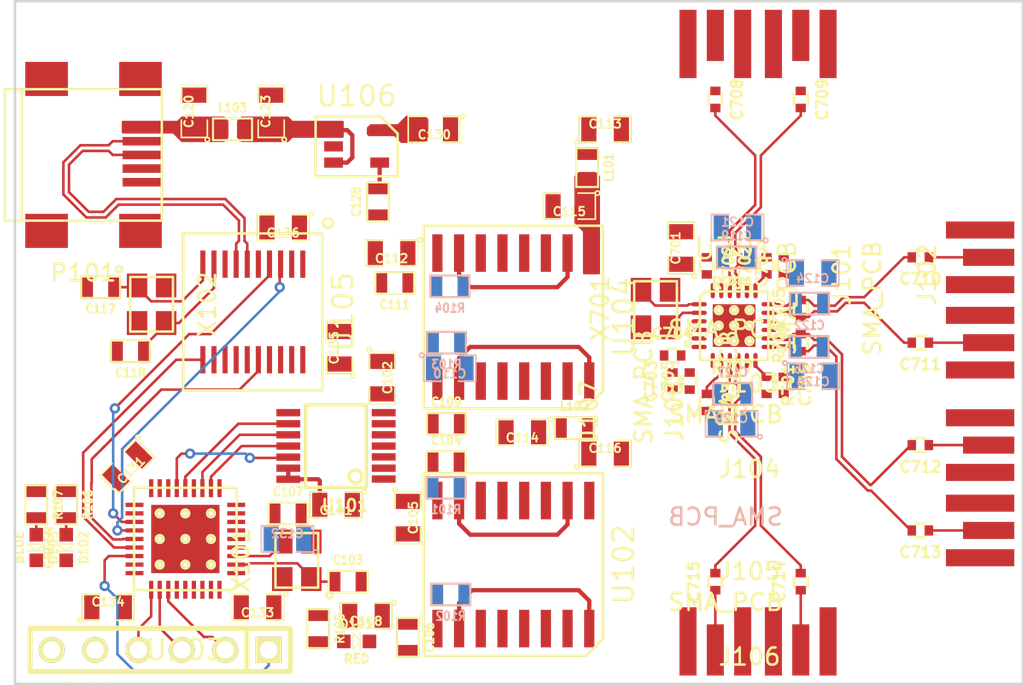
<source format=kicad_pcb>
(kicad_pcb (version 4) (host pcbnew 4.0.5)

  (general
    (links 253)
    (no_connects 170)
    (area 137.974999 84.464286 198.075001 126.136)
    (thickness 1.6)
    (drawings 4)
    (tracks 297)
    (zones 0)
    (modules 91)
    (nets 92)
  )

  (page A4)
  (layers
    (0 F.Cu signal)
    (1 In1.Cu signal)
    (2 In2.Cu signal)
    (31 B.Cu signal)
    (32 B.Adhes user)
    (33 F.Adhes user)
    (34 B.Paste user)
    (35 F.Paste user)
    (36 B.SilkS user hide)
    (37 F.SilkS user hide)
    (38 B.Mask user)
    (39 F.Mask user)
    (40 Dwgs.User user)
    (41 Cmts.User user)
    (42 Eco1.User user)
    (43 Eco2.User user)
    (44 Edge.Cuts user)
    (45 Margin user)
    (46 B.CrtYd user)
    (47 F.CrtYd user)
    (48 B.Fab user)
    (49 F.Fab user hide)
  )

  (setup
    (last_trace_width 0.15)
    (trace_clearance 0.15)
    (zone_clearance 0.508)
    (zone_45_only no)
    (trace_min 0.15)
    (segment_width 0.2)
    (edge_width 0.15)
    (via_size 0.6)
    (via_drill 0.3)
    (via_min_size 0.6)
    (via_min_drill 0.3)
    (uvia_size 0.3)
    (uvia_drill 0.1)
    (uvias_allowed no)
    (uvia_min_size 0.2)
    (uvia_min_drill 0.1)
    (pcb_text_width 0.3)
    (pcb_text_size 1.5 1.5)
    (mod_edge_width 0.15)
    (mod_text_size 1 1)
    (mod_text_width 0.15)
    (pad_size 1.524 1.524)
    (pad_drill 0.762)
    (pad_to_mask_clearance 0)
    (aux_axis_origin 0 0)
    (visible_elements 7FFFFF7F)
    (pcbplotparams
      (layerselection 0x00030_80000001)
      (usegerberextensions false)
      (excludeedgelayer true)
      (linewidth 0.100000)
      (plotframeref false)
      (viasonmask false)
      (mode 1)
      (useauxorigin false)
      (hpglpennumber 1)
      (hpglpenspeed 20)
      (hpglpendiameter 15)
      (hpglpenoverlay 2)
      (psnegative false)
      (psa4output false)
      (plotreference true)
      (plotvalue true)
      (plotinvisibletext false)
      (padsonsilk false)
      (subtractmaskfromsilk false)
      (outputformat 1)
      (mirror false)
      (drillshape 1)
      (scaleselection 1)
      (outputdirectory ""))
  )

  (net 0 "")
  (net 1 GND)
  (net 2 +3V3)
  (net 3 "Net-(C103-Pad1)")
  (net 4 /DAC0)
  (net 5 /DAC1)
  (net 6 "Net-(C107-Pad1)")
  (net 7 /DAC2)
  (net 8 /DAC3)
  (net 9 +5V)
  (net 10 /PSU23)
  (net 11 /PSU01)
  (net 12 "Net-(C117-Pad1)")
  (net 13 "Net-(C118-Pad1)")
  (net 14 /VddO0)
  (net 15 /VddO1)
  (net 16 /VddO2)
  (net 17 /VddO3)
  (net 18 /SI5338/clk0_1_P)
  (net 19 /SI5338/CLK0_P)
  (net 20 /SI5338/clk0_1_N)
  (net 21 /SI5338/CLK0_N)
  (net 22 /SI5338/clk1_1_P)
  (net 23 /SI5338/CLK1_P)
  (net 24 /SI5338/clk1_1_N)
  (net 25 /SI5338/CLK1_N)
  (net 26 /SI5338/clk2_1_P)
  (net 27 /SI5338/CLK2_P)
  (net 28 /SI5338/clk2_1_N)
  (net 29 /SI5338/CLK2_N)
  (net 30 /SI5338/clk3_1_P)
  (net 31 /SI5338/CLK3_N)
  (net 32 /SI5338/clk3_1_N)
  (net 33 /SI5338/CLK3_P)
  (net 34 /SCL)
  (net 35 /SDA)
  (net 36 /5338_INT)
  (net 37 "Net-(U103-Pad4)")
  (net 38 "Net-(U103-Pad10)")
  (net 39 /CS_DAC)
  (net 40 /SCK_DAC)
  (net 41 "Net-(U103-Pad13)")
  (net 42 /MOSI_DAC)
  (net 43 /CLR_DAC)
  (net 44 "Net-(U103-Pad16)")
  (net 45 "Net-(U103-Pad17)")
  (net 46 "Net-(U103-Pad20)")
  (net 47 /US1_TX)
  (net 48 /US1_RX)
  (net 49 /US1_CTS)
  (net 50 /US1_RTS)
  (net 51 "Net-(U103-Pad31)")
  (net 52 "Net-(U103-Pad32)")
  (net 53 "Net-(U701-Pad1)")
  (net 54 "Net-(U701-Pad2)")
  (net 55 "Net-(U701-Pad5)")
  (net 56 /D_N)
  (net 57 /D_P)
  (net 58 "Net-(P101-Pad4)")
  (net 59 "Net-(U101-Pad1)")
  (net 60 "Net-(U101-Pad8)")
  (net 61 "Net-(U102-Pad3)")
  (net 62 "Net-(U102-Pad6)")
  (net 63 "Net-(U104-Pad3)")
  (net 64 "Net-(U104-Pad6)")
  (net 65 "Net-(U105-Pad20)")
  (net 66 "Net-(U105-Pad1)")
  (net 67 "Net-(U105-Pad2)")
  (net 68 "Net-(U105-Pad18)")
  (net 69 "Net-(U105-Pad17)")
  (net 70 "Net-(U105-Pad15)")
  (net 71 "Net-(U105-Pad14)")
  (net 72 "Net-(U105-Pad13)")
  (net 73 "Net-(U105-Pad12)")
  (net 74 "Net-(U102-Pad15)")
  (net 75 "Net-(U102-Pad14)")
  (net 76 "Net-(U102-Pad11)")
  (net 77 "Net-(U104-Pad15)")
  (net 78 "Net-(U104-Pad14)")
  (net 79 "Net-(U104-Pad11)")
  (net 80 "Net-(R105-Pad1)")
  (net 81 "Net-(R106-Pad1)")
  (net 82 "Net-(R107-Pad1)")
  (net 83 /TMS)
  (net 84 /TCK)
  (net 85 /TDI)
  (net 86 /TDO)
  (net 87 "Net-(D101-PadA)")
  (net 88 "Net-(D102-PadA)")
  (net 89 "Net-(D103-PadA)")
  (net 90 /5V01)
  (net 91 /L_N)

  (net_class Default "Ceci est la Netclass par défaut"
    (clearance 0.15)
    (trace_width 0.15)
    (via_dia 0.6)
    (via_drill 0.3)
    (uvia_dia 0.3)
    (uvia_drill 0.1)
    (add_net /5338_INT)
    (add_net /CLR_DAC)
    (add_net /CS_DAC)
    (add_net /D_N)
    (add_net /D_P)
    (add_net /MOSI_DAC)
    (add_net /SCK_DAC)
    (add_net /SCL)
    (add_net /SDA)
    (add_net /SI5338/CLK0_N)
    (add_net /SI5338/CLK0_P)
    (add_net /SI5338/CLK1_N)
    (add_net /SI5338/CLK1_P)
    (add_net /SI5338/CLK2_N)
    (add_net /SI5338/CLK2_P)
    (add_net /SI5338/CLK3_N)
    (add_net /SI5338/CLK3_P)
    (add_net /SI5338/clk0_1_N)
    (add_net /SI5338/clk0_1_P)
    (add_net /SI5338/clk1_1_N)
    (add_net /SI5338/clk1_1_P)
    (add_net /SI5338/clk2_1_N)
    (add_net /SI5338/clk2_1_P)
    (add_net /SI5338/clk3_1_N)
    (add_net /SI5338/clk3_1_P)
    (add_net /TCK)
    (add_net /TDI)
    (add_net /TDO)
    (add_net /TMS)
    (add_net /US1_CTS)
    (add_net /US1_RTS)
    (add_net /US1_RX)
    (add_net /US1_TX)
    (add_net "Net-(C103-Pad1)")
    (add_net "Net-(C107-Pad1)")
    (add_net "Net-(C117-Pad1)")
    (add_net "Net-(C118-Pad1)")
    (add_net "Net-(D101-PadA)")
    (add_net "Net-(D102-PadA)")
    (add_net "Net-(D103-PadA)")
    (add_net "Net-(P101-Pad4)")
    (add_net "Net-(R105-Pad1)")
    (add_net "Net-(R106-Pad1)")
    (add_net "Net-(R107-Pad1)")
    (add_net "Net-(U101-Pad1)")
    (add_net "Net-(U101-Pad8)")
    (add_net "Net-(U102-Pad11)")
    (add_net "Net-(U102-Pad14)")
    (add_net "Net-(U102-Pad15)")
    (add_net "Net-(U102-Pad3)")
    (add_net "Net-(U102-Pad6)")
    (add_net "Net-(U103-Pad10)")
    (add_net "Net-(U103-Pad13)")
    (add_net "Net-(U103-Pad16)")
    (add_net "Net-(U103-Pad17)")
    (add_net "Net-(U103-Pad20)")
    (add_net "Net-(U103-Pad31)")
    (add_net "Net-(U103-Pad32)")
    (add_net "Net-(U103-Pad4)")
    (add_net "Net-(U104-Pad11)")
    (add_net "Net-(U104-Pad14)")
    (add_net "Net-(U104-Pad15)")
    (add_net "Net-(U104-Pad3)")
    (add_net "Net-(U104-Pad6)")
    (add_net "Net-(U105-Pad1)")
    (add_net "Net-(U105-Pad12)")
    (add_net "Net-(U105-Pad13)")
    (add_net "Net-(U105-Pad14)")
    (add_net "Net-(U105-Pad15)")
    (add_net "Net-(U105-Pad17)")
    (add_net "Net-(U105-Pad18)")
    (add_net "Net-(U105-Pad2)")
    (add_net "Net-(U105-Pad20)")
    (add_net "Net-(U701-Pad1)")
    (add_net "Net-(U701-Pad2)")
    (add_net "Net-(U701-Pad5)")
  )

  (net_class POWER ""
    (clearance 0.15)
    (trace_width 0.25)
    (via_dia 0.6)
    (via_drill 0.3)
    (uvia_dia 0.3)
    (uvia_drill 0.1)
    (add_net +3V3)
    (add_net +5V)
    (add_net /5V01)
    (add_net /DAC0)
    (add_net /DAC1)
    (add_net /DAC2)
    (add_net /DAC3)
    (add_net /L_N)
    (add_net /PSU01)
    (add_net /PSU23)
    (add_net /VddO0)
    (add_net /VddO1)
    (add_net /VddO2)
    (add_net /VddO3)
    (add_net GND)
  )

  (module QFN:QFN36_6x6_0.5mm (layer F.Cu) (tedit 0) (tstamp 58AE325D)
    (at 148.975 116.5 180)
    (path /58AEB95D)
    (fp_text reference U103 (at 0 -6.5 180) (layer F.SilkS)
      (effects (font (size 1.2 1.2) (thickness 0.15)))
    )
    (fp_text value STM32F103TB-QFN36 (at 0 6.5 180) (layer F.Fab)
      (effects (font (size 1.2 1.2) (thickness 0.15)))
    )
    (fp_line (start -2.7 -3) (end -3 -2.7) (layer F.SilkS) (width 0.15))
    (fp_line (start -3 -2.7) (end -3 3) (layer F.SilkS) (width 0.15))
    (fp_line (start -3 3) (end 3 3) (layer F.SilkS) (width 0.15))
    (fp_line (start 3 3) (end 3 -3) (layer F.SilkS) (width 0.15))
    (fp_line (start 3 -3) (end -2.7 -3) (layer F.SilkS) (width 0.15))
    (pad 37 smd rect (at 0 0 180) (size 4 4) (layers F.Cu F.Mask)
      (net 1 GND))
    (pad 37 thru_hole circle (at -1.5 -1.5 180) (size 0.6 0.6) (drill 0.2) (layers *.Cu *.Mask F.SilkS)
      (net 1 GND))
    (pad 37 thru_hole circle (at -1.5 0 180) (size 0.6 0.6) (drill 0.2) (layers *.Cu *.Mask F.SilkS)
      (net 1 GND))
    (pad 37 thru_hole circle (at -1.5 1.5 180) (size 0.6 0.6) (drill 0.2) (layers *.Cu *.Mask F.SilkS)
      (net 1 GND))
    (pad 37 thru_hole circle (at 0 -1.5 180) (size 0.6 0.6) (drill 0.2) (layers *.Cu *.Mask F.SilkS)
      (net 1 GND))
    (pad 37 thru_hole circle (at 0 0 180) (size 0.6 0.6) (drill 0.2) (layers *.Cu *.Mask F.SilkS)
      (net 1 GND))
    (pad 37 thru_hole circle (at 0 1.5 180) (size 0.6 0.6) (drill 0.2) (layers *.Cu *.Mask F.SilkS)
      (net 1 GND))
    (pad 37 thru_hole circle (at 1.5 -1.5 180) (size 0.6 0.6) (drill 0.2) (layers *.Cu *.Mask F.SilkS)
      (net 1 GND))
    (pad 37 thru_hole circle (at 1.5 0 180) (size 0.6 0.6) (drill 0.2) (layers *.Cu *.Mask F.SilkS)
      (net 1 GND))
    (pad 37 thru_hole circle (at 1.5 1.5 180) (size 0.6 0.6) (drill 0.2) (layers *.Cu *.Mask F.SilkS)
      (net 1 GND))
    (pad ~ smd rect (at -1.646446 -1.646446 180) (size 0.707106 0.707106) (layers F.Paste))
    (pad ~ smd rect (at -1.646446 -0.548815 180) (size 0.707106 0.707106) (layers F.Paste))
    (pad ~ smd rect (at -1.646446 0.548815 180) (size 0.707106 0.707106) (layers F.Paste))
    (pad ~ smd rect (at -1.646446 1.646446 180) (size 0.707106 0.707106) (layers F.Paste))
    (pad ~ smd rect (at -0.548815 -1.646446 180) (size 0.707106 0.707106) (layers F.Paste))
    (pad ~ smd rect (at -0.548815 -0.548815 180) (size 0.707106 0.707106) (layers F.Paste))
    (pad ~ smd rect (at -0.548815 0.548815 180) (size 0.707106 0.707106) (layers F.Paste))
    (pad ~ smd rect (at -0.548815 1.646446 180) (size 0.707106 0.707106) (layers F.Paste))
    (pad ~ smd rect (at 0.548815 -1.646446 180) (size 0.707106 0.707106) (layers F.Paste))
    (pad ~ smd rect (at 0.548815 -0.548815 180) (size 0.707106 0.707106) (layers F.Paste))
    (pad ~ smd rect (at 0.548815 0.548815 180) (size 0.707106 0.707106) (layers F.Paste))
    (pad ~ smd rect (at 0.548815 1.646446 180) (size 0.707106 0.707106) (layers F.Paste))
    (pad ~ smd rect (at 1.646446 -1.646446 180) (size 0.707106 0.707106) (layers F.Paste))
    (pad ~ smd rect (at 1.646446 -0.548815 180) (size 0.707106 0.707106) (layers F.Paste))
    (pad ~ smd rect (at 1.646446 0.548815 180) (size 0.707106 0.707106) (layers F.Paste))
    (pad ~ smd rect (at 1.646446 1.646446 180) (size 0.707106 0.707106) (layers F.Paste))
    (pad 1 smd rect (at -2.975 -2 180) (size 1.05 0.25) (layers F.Cu F.Paste F.Mask)
      (net 2 +3V3))
    (pad 2 smd rect (at -2.975 -1.5 180) (size 1.05 0.25) (layers F.Cu F.Paste F.Mask)
      (net 3 "Net-(C103-Pad1)"))
    (pad 3 smd rect (at -2.975 -1 180) (size 1.05 0.25) (layers F.Cu F.Paste F.Mask)
      (net 6 "Net-(C107-Pad1)"))
    (pad 4 smd rect (at -2.975 -0.5 180) (size 1.05 0.25) (layers F.Cu F.Paste F.Mask)
      (net 37 "Net-(U103-Pad4)"))
    (pad 5 smd rect (at -2.975 0 180) (size 1.05 0.25) (layers F.Cu F.Paste F.Mask)
      (net 1 GND))
    (pad 6 smd rect (at -2.975 0.5 180) (size 1.05 0.25) (layers F.Cu F.Paste F.Mask)
      (net 2 +3V3))
    (pad 7 smd rect (at -2.975 1 180) (size 1.05 0.25) (layers F.Cu F.Paste F.Mask)
      (net 80 "Net-(R105-Pad1)"))
    (pad 8 smd rect (at -2.975 1.5 180) (size 1.05 0.25) (layers F.Cu F.Paste F.Mask)
      (net 81 "Net-(R106-Pad1)"))
    (pad 9 smd rect (at -2.975 2 180) (size 1.05 0.25) (layers F.Cu F.Paste F.Mask)
      (net 82 "Net-(R107-Pad1)"))
    (pad 10 smd rect (at -2 2.975 180) (size 0.25 1.05) (layers F.Cu F.Paste F.Mask)
      (net 38 "Net-(U103-Pad10)"))
    (pad 11 smd rect (at -1.5 2.975 180) (size 0.25 1.05) (layers F.Cu F.Paste F.Mask)
      (net 39 /CS_DAC))
    (pad 12 smd rect (at -1 2.975 180) (size 0.25 1.05) (layers F.Cu F.Paste F.Mask)
      (net 40 /SCK_DAC))
    (pad 13 smd rect (at -0.5 2.975 180) (size 0.25 1.05) (layers F.Cu F.Paste F.Mask)
      (net 41 "Net-(U103-Pad13)"))
    (pad 14 smd rect (at 0 2.975 180) (size 0.25 1.05) (layers F.Cu F.Paste F.Mask)
      (net 42 /MOSI_DAC))
    (pad 15 smd rect (at 0.5 2.975 180) (size 0.25 1.05) (layers F.Cu F.Paste F.Mask)
      (net 43 /CLR_DAC))
    (pad 16 smd rect (at 1 2.975 180) (size 0.25 1.05) (layers F.Cu F.Paste F.Mask)
      (net 44 "Net-(U103-Pad16)"))
    (pad 17 smd rect (at 1.5 2.975 180) (size 0.25 1.05) (layers F.Cu F.Paste F.Mask)
      (net 45 "Net-(U103-Pad17)"))
    (pad 18 smd rect (at 2 2.975 180) (size 0.25 1.05) (layers F.Cu F.Paste F.Mask)
      (net 1 GND))
    (pad 19 smd rect (at 2.975 2 180) (size 1.05 0.25) (layers F.Cu F.Paste F.Mask)
      (net 2 +3V3))
    (pad 20 smd rect (at 2.975 1.5 180) (size 1.05 0.25) (layers F.Cu F.Paste F.Mask)
      (net 46 "Net-(U103-Pad20)"))
    (pad 21 smd rect (at 2.975 1 180) (size 1.05 0.25) (layers F.Cu F.Paste F.Mask)
      (net 47 /US1_TX))
    (pad 22 smd rect (at 2.975 0.5 180) (size 1.05 0.25) (layers F.Cu F.Paste F.Mask)
      (net 48 /US1_RX))
    (pad 23 smd rect (at 2.975 0 180) (size 1.05 0.25) (layers F.Cu F.Paste F.Mask)
      (net 49 /US1_CTS))
    (pad 24 smd rect (at 2.975 -0.5 180) (size 1.05 0.25) (layers F.Cu F.Paste F.Mask)
      (net 50 /US1_RTS))
    (pad 25 smd rect (at 2.975 -1 180) (size 1.05 0.25) (layers F.Cu F.Paste F.Mask)
      (net 83 /TMS))
    (pad 26 smd rect (at 2.975 -1.5 180) (size 1.05 0.25) (layers F.Cu F.Paste F.Mask)
      (net 1 GND))
    (pad 27 smd rect (at 2.975 -2 180) (size 1.05 0.25) (layers F.Cu F.Paste F.Mask)
      (net 2 +3V3))
    (pad 28 smd rect (at 2 -2.975 180) (size 0.25 1.05) (layers F.Cu F.Paste F.Mask)
      (net 84 /TCK))
    (pad 29 smd rect (at 1.5 -2.975 180) (size 0.25 1.05) (layers F.Cu F.Paste F.Mask)
      (net 85 /TDI))
    (pad 30 smd rect (at 1 -2.975 180) (size 0.25 1.05) (layers F.Cu F.Paste F.Mask)
      (net 86 /TDO))
    (pad 31 smd rect (at 0.5 -2.975 180) (size 0.25 1.05) (layers F.Cu F.Paste F.Mask)
      (net 51 "Net-(U103-Pad31)"))
    (pad 32 smd rect (at 0 -2.975 180) (size 0.25 1.05) (layers F.Cu F.Paste F.Mask)
      (net 52 "Net-(U103-Pad32)"))
    (pad 33 smd rect (at -0.5 -2.975 180) (size 0.25 1.05) (layers F.Cu F.Paste F.Mask)
      (net 34 /SCL))
    (pad 34 smd rect (at -1 -2.975 180) (size 0.25 1.05) (layers F.Cu F.Paste F.Mask)
      (net 35 /SDA))
    (pad 35 smd rect (at -1.5 -2.975 180) (size 0.25 1.05) (layers F.Cu F.Paste F.Mask)
      (net 1 GND))
    (pad 36 smd rect (at -2 -2.975 180) (size 0.25 1.05) (layers F.Cu F.Paste F.Mask)
      (net 1 GND))
  )

  (module QFN:QFN24_4x4_9vias (layer F.Cu) (tedit 0) (tstamp 58AE3293)
    (at 181.1 104)
    (path /58AB73A8/5718D49A)
    (fp_text reference U701 (at 0 -4.5) (layer F.SilkS)
      (effects (font (size 1.2 1.2) (thickness 0.15)))
    )
    (fp_text value Si5338 (at 0 4.5) (layer F.Fab)
      (effects (font (size 1.2 1.2) (thickness 0.15)))
    )
    (fp_line (start -1.7 -2) (end -2 -1.7) (layer F.SilkS) (width 0.15))
    (fp_line (start -2 -1.7) (end -2 2) (layer F.SilkS) (width 0.15))
    (fp_line (start -2 2) (end 2 2) (layer F.SilkS) (width 0.15))
    (fp_line (start 2 2) (end 2 -2) (layer F.SilkS) (width 0.15))
    (fp_line (start 2 -2) (end -1.7 -2) (layer F.SilkS) (width 0.15))
    (pad 25 smd rect (at 0 0) (size 2.5 2.5) (layers F.Cu F.Mask)
      (net 1 GND))
    (pad 25 thru_hole circle (at -0.9 -0.9) (size 0.6 0.6) (drill 0.2) (layers *.Cu *.Mask F.SilkS)
      (net 1 GND))
    (pad 25 thru_hole circle (at -0.9 0) (size 0.6 0.6) (drill 0.2) (layers *.Cu *.Mask F.SilkS)
      (net 1 GND))
    (pad 25 thru_hole circle (at -0.9 0.9) (size 0.6 0.6) (drill 0.2) (layers *.Cu *.Mask F.SilkS)
      (net 1 GND))
    (pad 25 thru_hole circle (at 0 -0.9) (size 0.6 0.6) (drill 0.2) (layers *.Cu *.Mask F.SilkS)
      (net 1 GND))
    (pad 25 thru_hole circle (at 0 0) (size 0.6 0.6) (drill 0.2) (layers *.Cu *.Mask F.SilkS)
      (net 1 GND))
    (pad 25 thru_hole circle (at 0 0.9) (size 0.6 0.6) (drill 0.2) (layers *.Cu *.Mask F.SilkS)
      (net 1 GND))
    (pad 25 thru_hole circle (at 0.9 -0.9) (size 0.6 0.6) (drill 0.2) (layers *.Cu *.Mask F.SilkS)
      (net 1 GND))
    (pad 25 thru_hole circle (at 0.9 0) (size 0.6 0.6) (drill 0.2) (layers *.Cu *.Mask F.SilkS)
      (net 1 GND))
    (pad 25 thru_hole circle (at 0.9 0.9) (size 0.6 0.6) (drill 0.2) (layers *.Cu *.Mask F.SilkS)
      (net 1 GND))
    (pad ~ smd rect (at -1.029029 -1.029029) (size 0.441941 0.441941) (layers F.Paste))
    (pad ~ smd rect (at -1.029029 -0.343009) (size 0.441941 0.441941) (layers F.Paste))
    (pad ~ smd rect (at -1.029029 0.343009) (size 0.441941 0.441941) (layers F.Paste))
    (pad ~ smd rect (at -1.029029 1.029029) (size 0.441941 0.441941) (layers F.Paste))
    (pad ~ smd rect (at -0.343009 -1.029029) (size 0.441941 0.441941) (layers F.Paste))
    (pad ~ smd rect (at -0.343009 -0.343009) (size 0.441941 0.441941) (layers F.Paste))
    (pad ~ smd rect (at -0.343009 0.343009) (size 0.441941 0.441941) (layers F.Paste))
    (pad ~ smd rect (at -0.343009 1.029029) (size 0.441941 0.441941) (layers F.Paste))
    (pad ~ smd rect (at 0.343009 -1.029029) (size 0.441941 0.441941) (layers F.Paste))
    (pad ~ smd rect (at 0.343009 -0.343009) (size 0.441941 0.441941) (layers F.Paste))
    (pad ~ smd rect (at 0.343009 0.343009) (size 0.441941 0.441941) (layers F.Paste))
    (pad ~ smd rect (at 0.343009 1.029029) (size 0.441941 0.441941) (layers F.Paste))
    (pad ~ smd rect (at 1.029029 -1.029029) (size 0.441941 0.441941) (layers F.Paste))
    (pad ~ smd rect (at 1.029029 -0.343009) (size 0.441941 0.441941) (layers F.Paste))
    (pad ~ smd rect (at 1.029029 0.343009) (size 0.441941 0.441941) (layers F.Paste))
    (pad ~ smd rect (at 1.029029 1.029029) (size 0.441941 0.441941) (layers F.Paste))
    (pad 1 smd oval (at -2.05 -1.25) (size 0.9 0.25) (layers F.Cu F.Paste F.Mask)
      (net 53 "Net-(U701-Pad1)"))
    (pad 2 smd oval (at -2.05 -0.75) (size 0.9 0.25) (layers F.Cu F.Paste F.Mask)
      (net 54 "Net-(U701-Pad2)"))
    (pad 3 smd oval (at -2.05 -0.25) (size 0.9 0.25) (layers F.Cu F.Paste F.Mask)
      (net 1 GND))
    (pad 4 smd oval (at -2.05 0.25) (size 0.9 0.25) (layers F.Cu F.Paste F.Mask)
      (net 1 GND))
    (pad 5 smd oval (at -2.05 0.75) (size 0.9 0.25) (layers F.Cu F.Paste F.Mask)
      (net 55 "Net-(U701-Pad5)"))
    (pad 6 smd oval (at -2.05 1.25) (size 0.9 0.25) (layers F.Cu F.Paste F.Mask)
      (net 1 GND))
    (pad 7 smd oval (at -1.25 2.05) (size 0.25 0.9) (layers F.Cu F.Paste F.Mask)
      (net 2 +3V3))
    (pad 8 smd oval (at -0.75 2.05) (size 0.25 0.9) (layers F.Cu F.Paste F.Mask)
      (net 36 /5338_INT))
    (pad 9 smd oval (at -0.25 2.05) (size 0.25 0.9) (layers F.Cu F.Paste F.Mask)
      (net 32 /SI5338/clk3_1_N))
    (pad 10 smd oval (at 0.25 2.05) (size 0.25 0.9) (layers F.Cu F.Paste F.Mask)
      (net 30 /SI5338/clk3_1_P))
    (pad 11 smd oval (at 0.75 2.05) (size 0.25 0.9) (layers F.Cu F.Paste F.Mask)
      (net 17 /VddO3))
    (pad 12 smd oval (at 1.25 2.05) (size 0.25 0.9) (layers F.Cu F.Paste F.Mask)
      (net 34 /SCL))
    (pad 13 smd oval (at 2.05 1.25) (size 0.9 0.25) (layers F.Cu F.Paste F.Mask)
      (net 28 /SI5338/clk2_1_N))
    (pad 14 smd oval (at 2.05 0.75) (size 0.9 0.25) (layers F.Cu F.Paste F.Mask)
      (net 26 /SI5338/clk2_1_P))
    (pad 15 smd oval (at 2.05 0.25) (size 0.9 0.25) (layers F.Cu F.Paste F.Mask)
      (net 16 /VddO2))
    (pad 16 smd oval (at 2.05 -0.25) (size 0.9 0.25) (layers F.Cu F.Paste F.Mask)
      (net 15 /VddO1))
    (pad 17 smd oval (at 2.05 -0.75) (size 0.9 0.25) (layers F.Cu F.Paste F.Mask)
      (net 24 /SI5338/clk1_1_N))
    (pad 18 smd oval (at 2.05 -1.25) (size 0.9 0.25) (layers F.Cu F.Paste F.Mask)
      (net 22 /SI5338/clk1_1_P))
    (pad 19 smd oval (at 1.25 -2.05) (size 0.25 0.9) (layers F.Cu F.Paste F.Mask)
      (net 35 /SDA))
    (pad 20 smd oval (at 0.75 -2.05) (size 0.25 0.9) (layers F.Cu F.Paste F.Mask)
      (net 14 /VddO0))
    (pad 21 smd oval (at 0.25 -2.05) (size 0.25 0.9) (layers F.Cu F.Paste F.Mask)
      (net 20 /SI5338/clk0_1_N))
    (pad 22 smd oval (at -0.25 -2.05) (size 0.25 0.9) (layers F.Cu F.Paste F.Mask)
      (net 18 /SI5338/clk0_1_P))
    (pad 23 smd oval (at -0.75 -2.05) (size 0.25 0.9) (layers F.Cu F.Paste F.Mask)
      (net 1 GND))
    (pad 24 smd oval (at -1.25 -2.05) (size 0.25 0.9) (layers F.Cu F.Paste F.Mask)
      (net 2 +3V3))
  )

  (module Xtal_SMD:xtal_3.2x2.5 (layer F.Cu) (tedit 54DF5DC4) (tstamp 58AE329B)
    (at 176.5 103 90)
    (path /58AB73A8/57189E2E)
    (fp_text reference X701 (at 0 -3.25 90) (layer F.SilkS)
      (effects (font (size 1 1) (thickness 0.15)))
    )
    (fp_text value 25MHz (at 8.75 -4.5 90) (layer F.SilkS) hide
      (effects (font (size 1 1) (thickness 0.15)))
    )
    (fp_circle (center -2.05 1.9) (end -1.95 2.05) (layer F.SilkS) (width 0.15))
    (fp_line (start -1.6 -1.25) (end 1.6 -1.25) (layer F.SilkS) (width 0.15))
    (fp_line (start 1.6 -1.25) (end 1.6 1.25) (layer F.SilkS) (width 0.15))
    (fp_line (start 1.6 1.25) (end -1.6 1.25) (layer F.SilkS) (width 0.15))
    (fp_line (start -1.6 1.25) (end -1.6 -1.25) (layer F.SilkS) (width 0.15))
    (pad 1 smd rect (at -1.1 0.85 90) (size 1.4 1.2) (layers F.Cu F.Paste F.Mask)
      (net 54 "Net-(U701-Pad2)"))
    (pad 2 smd rect (at 1.1 0.85 90) (size 1.4 1.2) (layers F.Cu F.Paste F.Mask)
      (net 1 GND))
    (pad 3 smd rect (at 1.1 -0.85 90) (size 1.4 1.2) (layers F.Cu F.Paste F.Mask)
      (net 53 "Net-(U701-Pad1)"))
    (pad 4 smd rect (at -1.1 -0.85 90) (size 1.4 1.2) (layers F.Cu F.Paste F.Mask)
      (net 1 GND))
  )

  (module Connectors_RF:Border_Antenna (layer F.Cu) (tedit 58AE2D5C) (tstamp 58AE5F87)
    (at 180 87 270)
    (path /58B1D21E)
    (fp_text reference J101 (at 14 -7.4 270) (layer F.SilkS)
      (effects (font (size 1 1) (thickness 0.15)))
    )
    (fp_text value SMA_PCB (at 15.4 -4.2 270) (layer F.SilkS)
      (effects (font (size 1 1) (thickness 0.15)))
    )
    (pad 1 smd rect (at 0 0 270) (size 3 1) (layers F.Cu F.Paste F.Mask)
      (net 19 /SI5338/CLK0_P))
    (pad 2 smd rect (at 0.5 -1.6 270) (size 4 1) (layers F.Cu F.Paste F.Mask)
      (net 1 GND))
    (pad 2 smd rect (at 0.5 1.6 270) (size 4 1) (layers F.Cu F.Paste F.Mask)
      (net 1 GND))
  )

  (module Connectors_RF:Border_Antenna (layer F.Cu) (tedit 58AE2D5C) (tstamp 58AE5F8E)
    (at 185 87 270)
    (path /58B1E176)
    (fp_text reference J102 (at 14 -7.4 270) (layer F.SilkS)
      (effects (font (size 1 1) (thickness 0.15)))
    )
    (fp_text value SMA_PCB (at 15.4 -4.2 270) (layer F.SilkS)
      (effects (font (size 1 1) (thickness 0.15)))
    )
    (pad 1 smd rect (at 0 0 270) (size 3 1) (layers F.Cu F.Paste F.Mask)
      (net 21 /SI5338/CLK0_N))
    (pad 2 smd rect (at 0.5 -1.6 270) (size 4 1) (layers F.Cu F.Paste F.Mask)
      (net 1 GND))
    (pad 2 smd rect (at 0.5 1.6 270) (size 4 1) (layers F.Cu F.Paste F.Mask)
      (net 1 GND))
  )

  (module Connectors_RF:Border_Antenna (layer F.Cu) (tedit 58AE2D5C) (tstamp 58AE5F95)
    (at 196 100 180)
    (path /58B1EAF9)
    (fp_text reference J103 (at 14 -7.4 180) (layer F.SilkS)
      (effects (font (size 1 1) (thickness 0.15)))
    )
    (fp_text value SMA_PCB (at 15.4 -4.2 180) (layer F.SilkS)
      (effects (font (size 1 1) (thickness 0.15)))
    )
    (pad 1 smd rect (at 0 0 180) (size 3 1) (layers F.Cu F.Paste F.Mask)
      (net 23 /SI5338/CLK1_P))
    (pad 2 smd rect (at 0.5 -1.6 180) (size 4 1) (layers F.Cu F.Paste F.Mask)
      (net 1 GND))
    (pad 2 smd rect (at 0.5 1.6 180) (size 4 1) (layers F.Cu F.Paste F.Mask)
      (net 1 GND))
  )

  (module Connectors_RF:Border_Antenna (layer F.Cu) (tedit 58AE2D5C) (tstamp 58AE5F9C)
    (at 196 105 180)
    (path /58B1EAFF)
    (fp_text reference J104 (at 14 -7.4 180) (layer F.SilkS)
      (effects (font (size 1 1) (thickness 0.15)))
    )
    (fp_text value SMA_PCB (at 15.4 -4.2 180) (layer F.SilkS)
      (effects (font (size 1 1) (thickness 0.15)))
    )
    (pad 1 smd rect (at 0 0 180) (size 3 1) (layers F.Cu F.Paste F.Mask)
      (net 25 /SI5338/CLK1_N))
    (pad 2 smd rect (at 0.5 -1.6 180) (size 4 1) (layers F.Cu F.Paste F.Mask)
      (net 1 GND))
    (pad 2 smd rect (at 0.5 1.6 180) (size 4 1) (layers F.Cu F.Paste F.Mask)
      (net 1 GND))
  )

  (module Connectors_RF:Border_Antenna (layer F.Cu) (tedit 58AE2D5C) (tstamp 58AE5FA3)
    (at 196 111 180)
    (path /58B1EED5)
    (fp_text reference J105 (at 14 -7.4 180) (layer F.SilkS)
      (effects (font (size 1 1) (thickness 0.15)))
    )
    (fp_text value SMA_PCB (at 15.4 -4.2 180) (layer B.SilkS)
      (effects (font (size 1 1) (thickness 0.15)) (justify mirror))
    )
    (pad 1 smd rect (at 0 0 180) (size 3 1) (layers F.Cu F.Paste F.Mask)
      (net 27 /SI5338/CLK2_P))
    (pad 2 smd rect (at 0.5 -1.6 180) (size 4 1) (layers F.Cu F.Paste F.Mask)
      (net 1 GND))
    (pad 2 smd rect (at 0.5 1.6 180) (size 4 1) (layers F.Cu F.Paste F.Mask)
      (net 1 GND))
  )

  (module Connectors_RF:Border_Antenna (layer F.Cu) (tedit 58AE2D5C) (tstamp 58AE5FAA)
    (at 196 116 180)
    (path /58B1EEDB)
    (fp_text reference J106 (at 14 -7.4 180) (layer F.SilkS)
      (effects (font (size 1 1) (thickness 0.15)))
    )
    (fp_text value SMA_PCB (at 15.4 -4.2 180) (layer F.SilkS)
      (effects (font (size 1 1) (thickness 0.15)))
    )
    (pad 1 smd rect (at 0 0 180) (size 3 1) (layers F.Cu F.Paste F.Mask)
      (net 29 /SI5338/CLK2_N))
    (pad 2 smd rect (at 0.5 -1.6 180) (size 4 1) (layers F.Cu F.Paste F.Mask)
      (net 1 GND))
    (pad 2 smd rect (at 0.5 1.6 180) (size 4 1) (layers F.Cu F.Paste F.Mask)
      (net 1 GND))
  )

  (module Connectors_RF:Border_Antenna (layer F.Cu) (tedit 58AE2D5C) (tstamp 58AE5FB1)
    (at 180 123 90)
    (path /58B1EEE1)
    (fp_text reference J107 (at 14 -7.4 90) (layer F.SilkS)
      (effects (font (size 1 1) (thickness 0.15)))
    )
    (fp_text value SMA_PCB (at 15.4 -4.2 90) (layer F.SilkS)
      (effects (font (size 1 1) (thickness 0.15)))
    )
    (pad 1 smd rect (at 0 0 90) (size 3 1) (layers F.Cu F.Paste F.Mask)
      (net 33 /SI5338/CLK3_P))
    (pad 2 smd rect (at 0.5 -1.6 90) (size 4 1) (layers F.Cu F.Paste F.Mask)
      (net 1 GND))
    (pad 2 smd rect (at 0.5 1.6 90) (size 4 1) (layers F.Cu F.Paste F.Mask)
      (net 1 GND))
  )

  (module Connectors_RF:Border_Antenna (layer F.Cu) (tedit 58AE2D5C) (tstamp 58AE5FB8)
    (at 185 123 90)
    (path /58B1EEE7)
    (fp_text reference J108 (at 14 -7.4 90) (layer F.SilkS)
      (effects (font (size 1 1) (thickness 0.15)))
    )
    (fp_text value SMA_PCB (at 15.4 -4.2 90) (layer F.SilkS)
      (effects (font (size 1 1) (thickness 0.15)))
    )
    (pad 1 smd rect (at 0 0 90) (size 3 1) (layers F.Cu F.Paste F.Mask)
      (net 31 /SI5338/CLK3_N))
    (pad 2 smd rect (at 0.5 -1.6 90) (size 4 1) (layers F.Cu F.Paste F.Mask)
      (net 1 GND))
    (pad 2 smd rect (at 0.5 1.6 90) (size 4 1) (layers F.Cu F.Paste F.Mask)
      (net 1 GND))
  )

  (module Connectors:USB_Mini-B (layer F.Cu) (tedit 5543E571) (tstamp 58AE5FC7)
    (at 143 94)
    (descr "USB Mini-B 5-pin SMD connector")
    (tags "USB USB_B USB_Mini connector")
    (path /58AEF4E6)
    (attr smd)
    (fp_text reference P101 (at 0 6.90118) (layer F.SilkS)
      (effects (font (size 1 1) (thickness 0.15)))
    )
    (fp_text value USB_OTG (at 0 -7.0993) (layer F.Fab)
      (effects (font (size 1 1) (thickness 0.15)))
    )
    (fp_line (start -4.85 -5.7) (end 4.85 -5.7) (layer F.CrtYd) (width 0.05))
    (fp_line (start 4.85 -5.7) (end 4.85 5.7) (layer F.CrtYd) (width 0.05))
    (fp_line (start 4.85 5.7) (end -4.85 5.7) (layer F.CrtYd) (width 0.05))
    (fp_line (start -4.85 5.7) (end -4.85 -5.7) (layer F.CrtYd) (width 0.05))
    (fp_line (start -3.59918 -3.85064) (end -3.59918 3.85064) (layer F.SilkS) (width 0.15))
    (fp_line (start -4.59994 -3.85064) (end -4.59994 3.85064) (layer F.SilkS) (width 0.15))
    (fp_line (start -4.59994 3.85064) (end 4.59994 3.85064) (layer F.SilkS) (width 0.15))
    (fp_line (start 4.59994 3.85064) (end 4.59994 -3.85064) (layer F.SilkS) (width 0.15))
    (fp_line (start 4.59994 -3.85064) (end -4.59994 -3.85064) (layer F.SilkS) (width 0.15))
    (pad 1 smd rect (at 3.44932 -1.6002) (size 2.30124 0.50038) (layers F.Cu F.Paste F.Mask)
      (net 9 +5V))
    (pad 2 smd rect (at 3.44932 -0.8001) (size 2.30124 0.50038) (layers F.Cu F.Paste F.Mask)
      (net 56 /D_N))
    (pad 3 smd rect (at 3.44932 0) (size 2.30124 0.50038) (layers F.Cu F.Paste F.Mask)
      (net 57 /D_P))
    (pad 4 smd rect (at 3.44932 0.8001) (size 2.30124 0.50038) (layers F.Cu F.Paste F.Mask)
      (net 58 "Net-(P101-Pad4)"))
    (pad 5 smd rect (at 3.44932 1.6002) (size 2.30124 0.50038) (layers F.Cu F.Paste F.Mask)
      (net 1 GND))
    (pad 6 smd rect (at 3.35026 -4.45008) (size 2.49936 1.99898) (layers F.Cu F.Paste F.Mask)
      (net 1 GND))
    (pad 6 smd rect (at -2.14884 -4.45008) (size 2.49936 1.99898) (layers F.Cu F.Paste F.Mask)
      (net 1 GND))
    (pad 6 smd rect (at 3.35026 4.45008) (size 2.49936 1.99898) (layers F.Cu F.Paste F.Mask)
      (net 1 GND))
    (pad 6 smd rect (at -2.14884 4.45008) (size 2.49936 1.99898) (layers F.Cu F.Paste F.Mask)
      (net 1 GND))
    (pad "" np_thru_hole circle (at 0.8509 -2.19964) (size 0.89916 0.89916) (drill 0.89916) (layers *.Cu *.Mask))
    (pad "" np_thru_hole circle (at 0.8509 2.19964) (size 0.89916 0.89916) (drill 0.89916) (layers *.Cu *.Mask))
  )

  (module SSOP:SSOP14 (layer F.Cu) (tedit 54CD91F2) (tstamp 58AE5FD9)
    (at 157.794 111.0569 90)
    (path /58AF1800)
    (attr smd)
    (fp_text reference U101 (at -3.48 0.54 360) (layer F.SilkS)
      (effects (font (size 0.7 0.7) (thickness 0.152)))
    )
    (fp_text value MAX5713/4/5-TSSOP14 (at 0 0.508 90) (layer F.SilkS) hide
      (effects (font (size 0.762 0.762) (thickness 0.1905)))
    )
    (fp_line (start -2.413 -1.778) (end 2.413 -1.778) (layer F.SilkS) (width 0.2032))
    (fp_line (start 2.413 -1.778) (end 2.413 1.778) (layer F.SilkS) (width 0.2032))
    (fp_line (start 2.413 1.778) (end -2.413 1.778) (layer F.SilkS) (width 0.2032))
    (fp_line (start -2.413 1.778) (end -2.413 -1.778) (layer F.SilkS) (width 0.2032))
    (fp_circle (center -1.778 1.143) (end -2.159 1.143) (layer F.SilkS) (width 0.2032))
    (pad 1 smd rect (at -1.9304 2.794 90) (size 0.4318 1.397) (layers F.Cu F.Paste F.Mask)
      (net 59 "Net-(U101-Pad1)"))
    (pad 2 smd rect (at -1.2954 2.794 90) (size 0.4318 1.397) (layers F.Cu F.Paste F.Mask)
      (net 4 /DAC0))
    (pad 3 smd rect (at -0.635 2.794 90) (size 0.4318 1.397) (layers F.Cu F.Paste F.Mask)
      (net 5 /DAC1))
    (pad 4 smd rect (at 0 2.794 90) (size 0.4318 1.397) (layers F.Cu F.Paste F.Mask)
      (net 1 GND))
    (pad 5 smd rect (at 0.6604 2.794 90) (size 0.4318 1.397) (layers F.Cu F.Paste F.Mask)
      (net 8 /DAC3))
    (pad 6 smd rect (at 1.3081 2.794 90) (size 0.4318 1.397) (layers F.Cu F.Paste F.Mask)
      (net 7 /DAC2))
    (pad 7 smd rect (at 1.9558 2.794 90) (size 0.4318 1.397) (layers F.Cu F.Paste F.Mask)
      (net 2 +3V3))
    (pad 8 smd rect (at 1.9558 -2.794 90) (size 0.4318 1.397) (layers F.Cu F.Paste F.Mask)
      (net 60 "Net-(U101-Pad8)"))
    (pad 9 smd rect (at 1.3081 -2.794 90) (size 0.4318 1.397) (layers F.Cu F.Paste F.Mask)
      (net 42 /MOSI_DAC))
    (pad 10 smd rect (at 0.6604 -2.794 90) (size 0.4318 1.397) (layers F.Cu F.Paste F.Mask)
      (net 40 /SCK_DAC))
    (pad 11 smd rect (at 0 -2.794 90) (size 0.4318 1.397) (layers F.Cu F.Paste F.Mask)
      (net 39 /CS_DAC))
    (pad 12 smd rect (at -0.6477 -2.794 90) (size 0.4318 1.397) (layers F.Cu F.Paste F.Mask)
      (net 43 /CLR_DAC))
    (pad 13 smd rect (at -1.2954 -2.794 90) (size 0.4318 1.397) (layers F.Cu F.Paste F.Mask)
      (net 2 +3V3))
    (pad 14 smd rect (at -1.9431 -2.794 90) (size 0.4318 1.397) (layers F.Cu F.Paste F.Mask)
      (net 2 +3V3))
    (model smd/cms_so14.wrl
      (at (xyz 0 0 0))
      (scale (xyz 0.25 0.35 0.25))
      (rotate (xyz 0 0 0))
    )
  )

  (module SOIC:SOIC-16-10.3x7.5 (layer F.Cu) (tedit 0) (tstamp 58AE5FF2)
    (at 168.175 118 180)
    (path /58ADC290)
    (fp_text reference U102 (at -6.445 0 270) (layer F.SilkS)
      (effects (font (size 1.2 1.2) (thickness 0.15)))
    )
    (fp_text value TCA0372BDW-SOIC16 (at 0 0 180) (layer F.Fab)
      (effects (font (size 1.2 1.2) (thickness 0.15)))
    )
    (fp_line (start -4.245 -5.35) (end -5.245 -4.35) (layer F.SilkS) (width 0.15))
    (fp_line (start -5.245 -4.35) (end -5.245 5.35) (layer F.SilkS) (width 0.15))
    (fp_line (start -5.245 5.35) (end 5.245 5.35) (layer F.SilkS) (width 0.15))
    (fp_line (start 5.245 5.35) (end 5.245 -5.35) (layer F.SilkS) (width 0.15))
    (fp_line (start 5.245 -5.35) (end -4.245 -5.35) (layer F.SilkS) (width 0.15))
    (pad 16 smd rect (at -4.445 -3.75 180) (size 0.6 2.2) (layers F.Cu F.Paste F.Mask)
      (net 15 /VddO1))
    (pad 1 smd rect (at -4.445 3.75 180) (size 0.6 2.2) (layers F.Cu F.Paste F.Mask)
      (net 11 /PSU01))
    (pad 15 smd rect (at -3.175 -3.75 180) (size 0.6 2.2) (layers F.Cu F.Paste F.Mask)
      (net 74 "Net-(U102-Pad15)"))
    (pad 2 smd rect (at -3.175 3.75 180) (size 0.6 2.2) (layers F.Cu F.Paste F.Mask)
      (net 14 /VddO0))
    (pad 14 smd rect (at -1.905 -3.75 180) (size 0.6 2.2) (layers F.Cu F.Paste F.Mask)
      (net 75 "Net-(U102-Pad14)"))
    (pad 3 smd rect (at -1.905 3.75 180) (size 0.6 2.2) (layers F.Cu F.Paste F.Mask)
      (net 61 "Net-(U102-Pad3)"))
    (pad 13 smd rect (at -0.635 -3.75 180) (size 0.6 2.2) (layers F.Cu F.Paste F.Mask)
      (net 1 GND))
    (pad 4 smd rect (at -0.635 3.75 180) (size 0.6 2.2) (layers F.Cu F.Paste F.Mask)
      (net 1 GND))
    (pad 12 smd rect (at 0.635 -3.75 180) (size 0.6 2.2) (layers F.Cu F.Paste F.Mask)
      (net 1 GND))
    (pad 5 smd rect (at 0.635 3.75 180) (size 0.6 2.2) (layers F.Cu F.Paste F.Mask)
      (net 1 GND))
    (pad 11 smd rect (at 1.905 -3.75 180) (size 0.6 2.2) (layers F.Cu F.Paste F.Mask)
      (net 76 "Net-(U102-Pad11)"))
    (pad 6 smd rect (at 1.905 3.75 180) (size 0.6 2.2) (layers F.Cu F.Paste F.Mask)
      (net 62 "Net-(U102-Pad6)"))
    (pad 10 smd rect (at 3.175 -3.75 180) (size 0.6 2.2) (layers F.Cu F.Paste F.Mask)
      (net 15 /VddO1))
    (pad 7 smd rect (at 3.175 3.75 180) (size 0.6 2.2) (layers F.Cu F.Paste F.Mask)
      (net 14 /VddO0))
    (pad 9 smd rect (at 4.445 -3.75 180) (size 0.6 2.2) (layers F.Cu F.Paste F.Mask)
      (net 5 /DAC1))
    (pad 8 smd rect (at 4.445 3.75 180) (size 0.6 2.2) (layers F.Cu F.Paste F.Mask)
      (net 4 /DAC0))
  )

  (module SOIC:SOIC-16-10.3x7.5 (layer F.Cu) (tedit 0) (tstamp 58AE600B)
    (at 168.175 103.5 180)
    (path /58AC566E)
    (fp_text reference U104 (at -6.445 0 270) (layer F.SilkS)
      (effects (font (size 1.2 1.2) (thickness 0.15)))
    )
    (fp_text value TCA0372BDW-SOIC16 (at 0 0 180) (layer F.Fab)
      (effects (font (size 1.2 1.2) (thickness 0.15)))
    )
    (fp_line (start -4.245 -5.35) (end -5.245 -4.35) (layer F.SilkS) (width 0.15))
    (fp_line (start -5.245 -4.35) (end -5.245 5.35) (layer F.SilkS) (width 0.15))
    (fp_line (start -5.245 5.35) (end 5.245 5.35) (layer F.SilkS) (width 0.15))
    (fp_line (start 5.245 5.35) (end 5.245 -5.35) (layer F.SilkS) (width 0.15))
    (fp_line (start 5.245 -5.35) (end -4.245 -5.35) (layer F.SilkS) (width 0.15))
    (pad 16 smd rect (at -4.445 -3.75 180) (size 0.6 2.2) (layers F.Cu F.Paste F.Mask)
      (net 17 /VddO3))
    (pad 1 smd rect (at -4.445 3.75 180) (size 0.6 2.2) (layers F.Cu F.Paste F.Mask)
      (net 10 /PSU23))
    (pad 15 smd rect (at -3.175 -3.75 180) (size 0.6 2.2) (layers F.Cu F.Paste F.Mask)
      (net 77 "Net-(U104-Pad15)"))
    (pad 2 smd rect (at -3.175 3.75 180) (size 0.6 2.2) (layers F.Cu F.Paste F.Mask)
      (net 16 /VddO2))
    (pad 14 smd rect (at -1.905 -3.75 180) (size 0.6 2.2) (layers F.Cu F.Paste F.Mask)
      (net 78 "Net-(U104-Pad14)"))
    (pad 3 smd rect (at -1.905 3.75 180) (size 0.6 2.2) (layers F.Cu F.Paste F.Mask)
      (net 63 "Net-(U104-Pad3)"))
    (pad 13 smd rect (at -0.635 -3.75 180) (size 0.6 2.2) (layers F.Cu F.Paste F.Mask)
      (net 1 GND))
    (pad 4 smd rect (at -0.635 3.75 180) (size 0.6 2.2) (layers F.Cu F.Paste F.Mask)
      (net 1 GND))
    (pad 12 smd rect (at 0.635 -3.75 180) (size 0.6 2.2) (layers F.Cu F.Paste F.Mask)
      (net 1 GND))
    (pad 5 smd rect (at 0.635 3.75 180) (size 0.6 2.2) (layers F.Cu F.Paste F.Mask)
      (net 1 GND))
    (pad 11 smd rect (at 1.905 -3.75 180) (size 0.6 2.2) (layers F.Cu F.Paste F.Mask)
      (net 79 "Net-(U104-Pad11)"))
    (pad 6 smd rect (at 1.905 3.75 180) (size 0.6 2.2) (layers F.Cu F.Paste F.Mask)
      (net 64 "Net-(U104-Pad6)"))
    (pad 10 smd rect (at 3.175 -3.75 180) (size 0.6 2.2) (layers F.Cu F.Paste F.Mask)
      (net 17 /VddO3))
    (pad 7 smd rect (at 3.175 3.75 180) (size 0.6 2.2) (layers F.Cu F.Paste F.Mask)
      (net 16 /VddO2))
    (pad 9 smd rect (at 4.445 -3.75 180) (size 0.6 2.2) (layers F.Cu F.Paste F.Mask)
      (net 7 /DAC2))
    (pad 8 smd rect (at 4.445 3.75 180) (size 0.6 2.2) (layers F.Cu F.Paste F.Mask)
      (net 8 /DAC3))
  )

  (module SSOP:SSOP-20 (layer F.Cu) (tedit 5714EF8E) (tstamp 58AE6023)
    (at 152.925 103.2 180)
    (path /58AEDD9F)
    (fp_text reference U105 (at -5.275 0 270) (layer F.SilkS)
      (effects (font (size 1.2 1.2) (thickness 0.15)))
    )
    (fp_text value CH340T-SSOP20 (at 0 0 180) (layer F.Fab)
      (effects (font (size 1.2 1.2) (thickness 0.15)))
    )
    (fp_circle (center -4.4 5.2) (end -4.2 5.4) (layer F.SilkS) (width 0.15))
    (fp_line (start -4.075 -4.6) (end -4.075 4.6) (layer F.SilkS) (width 0.15))
    (fp_line (start -4.075 4.6) (end 4.075 4.6) (layer F.SilkS) (width 0.15))
    (fp_line (start 4.075 4.6) (end 4.075 -4.6) (layer F.SilkS) (width 0.15))
    (fp_line (start 4.075 -4.6) (end -4.075 -4.6) (layer F.SilkS) (width 0.15))
    (pad 20 smd rect (at -2.925 -2.8 180) (size 0.3 1.6) (layers F.Cu F.Paste F.Mask)
      (net 65 "Net-(U105-Pad20)"))
    (pad 1 smd rect (at -2.925 2.8 180) (size 0.3 1.6) (layers F.Cu F.Paste F.Mask)
      (net 66 "Net-(U105-Pad1)"))
    (pad 19 smd rect (at -2.275 -2.8 180) (size 0.3 1.6) (layers F.Cu F.Paste F.Mask)
      (net 2 +3V3))
    (pad 2 smd rect (at -2.275 2.8 180) (size 0.3 1.6) (layers F.Cu F.Paste F.Mask)
      (net 67 "Net-(U105-Pad2)"))
    (pad 18 smd rect (at -1.625 -2.8 180) (size 0.3 1.6) (layers F.Cu F.Paste F.Mask)
      (net 68 "Net-(U105-Pad18)"))
    (pad 3 smd rect (at -1.625 2.8 180) (size 0.3 1.6) (layers F.Cu F.Paste F.Mask)
      (net 48 /US1_RX))
    (pad 17 smd rect (at -0.975 -2.8 180) (size 0.3 1.6) (layers F.Cu F.Paste F.Mask)
      (net 69 "Net-(U105-Pad17)"))
    (pad 4 smd rect (at -0.975 2.8 180) (size 0.3 1.6) (layers F.Cu F.Paste F.Mask)
      (net 47 /US1_TX))
    (pad 16 smd rect (at -0.325 -2.8 180) (size 0.3 1.6) (layers F.Cu F.Paste F.Mask)
      (net 49 /US1_CTS))
    (pad 5 smd rect (at -0.325 2.8 180) (size 0.3 1.6) (layers F.Cu F.Paste F.Mask)
      (net 2 +3V3))
    (pad 15 smd rect (at 0.325 -2.8 180) (size 0.3 1.6) (layers F.Cu F.Paste F.Mask)
      (net 70 "Net-(U105-Pad15)"))
    (pad 6 smd rect (at 0.325 2.8 180) (size 0.3 1.6) (layers F.Cu F.Paste F.Mask)
      (net 57 /D_P))
    (pad 14 smd rect (at 0.975 -2.8 180) (size 0.3 1.6) (layers F.Cu F.Paste F.Mask)
      (net 71 "Net-(U105-Pad14)"))
    (pad 7 smd rect (at 0.975 2.8 180) (size 0.3 1.6) (layers F.Cu F.Paste F.Mask)
      (net 56 /D_N))
    (pad 13 smd rect (at 1.625 -2.8 180) (size 0.3 1.6) (layers F.Cu F.Paste F.Mask)
      (net 72 "Net-(U105-Pad13)"))
    (pad 8 smd rect (at 1.625 2.8 180) (size 0.3 1.6) (layers F.Cu F.Paste F.Mask)
      (net 1 GND))
    (pad 12 smd rect (at 2.275 -2.8 180) (size 0.3 1.6) (layers F.Cu F.Paste F.Mask)
      (net 73 "Net-(U105-Pad12)"))
    (pad 9 smd rect (at 2.275 2.8 180) (size 0.3 1.6) (layers F.Cu F.Paste F.Mask)
      (net 13 "Net-(C118-Pad1)"))
    (pad 11 smd rect (at 2.925 -2.8 180) (size 0.3 1.6) (layers F.Cu F.Paste F.Mask)
      (net 50 /US1_RTS))
    (pad 10 smd rect (at 2.925 2.8 180) (size 0.3 1.6) (layers F.Cu F.Paste F.Mask)
      (net 12 "Net-(C117-Pad1)"))
  )

  (module Xtal_SMD:xtal_3.2x2.5 (layer F.Cu) (tedit 54DF5DC4) (tstamp 58AE6035)
    (at 155.5 117.75 90)
    (path /58B10A6E)
    (fp_text reference X101 (at 0 -3.25 90) (layer F.SilkS)
      (effects (font (size 1 1) (thickness 0.15)))
    )
    (fp_text value 8MHz (at 8.75 -4.5 90) (layer F.SilkS) hide
      (effects (font (size 1 1) (thickness 0.15)))
    )
    (fp_circle (center -2.05 1.9) (end -1.95 2.05) (layer F.SilkS) (width 0.15))
    (fp_line (start -1.6 -1.25) (end 1.6 -1.25) (layer F.SilkS) (width 0.15))
    (fp_line (start 1.6 -1.25) (end 1.6 1.25) (layer F.SilkS) (width 0.15))
    (fp_line (start 1.6 1.25) (end -1.6 1.25) (layer F.SilkS) (width 0.15))
    (fp_line (start -1.6 1.25) (end -1.6 -1.25) (layer F.SilkS) (width 0.15))
    (pad 1 smd rect (at -1.1 0.85 90) (size 1.4 1.2) (layers F.Cu F.Paste F.Mask)
      (net 3 "Net-(C103-Pad1)"))
    (pad 2 smd rect (at 1.1 0.85 90) (size 1.4 1.2) (layers F.Cu F.Paste F.Mask)
      (net 1 GND))
    (pad 3 smd rect (at 1.1 -0.85 90) (size 1.4 1.2) (layers F.Cu F.Paste F.Mask)
      (net 6 "Net-(C107-Pad1)"))
    (pad 4 smd rect (at -1.1 -0.85 90) (size 1.4 1.2) (layers F.Cu F.Paste F.Mask)
      (net 1 GND))
  )

  (module Xtal_SMD:xtal_3.2x2.5 (layer F.Cu) (tedit 54DF5DC4) (tstamp 58AE603D)
    (at 147 102.75 270)
    (path /58AF46FB)
    (fp_text reference X102 (at 0 -3.25 270) (layer F.SilkS)
      (effects (font (size 1 1) (thickness 0.15)))
    )
    (fp_text value 12MHz (at 8.75 -4.5 270) (layer F.SilkS) hide
      (effects (font (size 1 1) (thickness 0.15)))
    )
    (fp_circle (center -2.05 1.9) (end -1.95 2.05) (layer F.SilkS) (width 0.15))
    (fp_line (start -1.6 -1.25) (end 1.6 -1.25) (layer F.SilkS) (width 0.15))
    (fp_line (start 1.6 -1.25) (end 1.6 1.25) (layer F.SilkS) (width 0.15))
    (fp_line (start 1.6 1.25) (end -1.6 1.25) (layer F.SilkS) (width 0.15))
    (fp_line (start -1.6 1.25) (end -1.6 -1.25) (layer F.SilkS) (width 0.15))
    (pad 1 smd rect (at -1.1 0.85 270) (size 1.4 1.2) (layers F.Cu F.Paste F.Mask)
      (net 12 "Net-(C117-Pad1)"))
    (pad 2 smd rect (at 1.1 0.85 270) (size 1.4 1.2) (layers F.Cu F.Paste F.Mask)
      (net 1 GND))
    (pad 3 smd rect (at 1.1 -0.85 270) (size 1.4 1.2) (layers F.Cu F.Paste F.Mask)
      (net 13 "Net-(C118-Pad1)"))
    (pad 4 smd rect (at -1.1 -0.85 270) (size 1.4 1.2) (layers F.Cu F.Paste F.Mask)
      (net 1 GND))
  )

  (module Connectors_254mm:pin_array_6x1 (layer F.Cu) (tedit 54CD7EB5) (tstamp 58AFF227)
    (at 147.5 123 180)
    (descr "Connecteur 6 pins")
    (tags "CONN DEV")
    (path /58B060A0)
    (fp_text reference P102 (at 4.25 -2.35 180) (layer F.SilkS)
      (effects (font (size 0.7 0.7) (thickness 0.152)))
    )
    (fp_text value CONN_01X06 (at 0 2.159 180) (layer F.SilkS) hide
      (effects (font (size 1.016 0.889) (thickness 0.2032)))
    )
    (fp_line (start -7.62 1.27) (end -7.62 -1.27) (layer F.SilkS) (width 0.3048))
    (fp_line (start -7.62 -1.27) (end 7.62 -1.27) (layer F.SilkS) (width 0.3048))
    (fp_line (start 7.62 -1.27) (end 7.62 1.27) (layer F.SilkS) (width 0.3048))
    (fp_line (start 7.62 1.27) (end -7.62 1.27) (layer F.SilkS) (width 0.3048))
    (fp_line (start -5.08 1.27) (end -5.08 -1.27) (layer F.SilkS) (width 0.3048))
    (pad 1 thru_hole rect (at -6.35 0 180) (size 1.524 1.524) (drill 1.016) (layers *.Cu *.Mask F.SilkS)
      (net 83 /TMS))
    (pad 2 thru_hole circle (at -3.81 0 180) (size 1.524 1.524) (drill 1.016) (layers *.Cu *.Mask F.SilkS)
      (net 86 /TDO))
    (pad 3 thru_hole circle (at -1.27 0 180) (size 1.524 1.524) (drill 1.016) (layers *.Cu *.Mask F.SilkS)
      (net 85 /TDI))
    (pad 4 thru_hole circle (at 1.27 0 180) (size 1.524 1.524) (drill 1.016) (layers *.Cu *.Mask F.SilkS)
      (net 84 /TCK))
    (pad 5 thru_hole circle (at 3.81 0 180) (size 1.524 1.524) (drill 1.016) (layers *.Cu *.Mask F.SilkS)
      (net 2 +3V3))
    (pad 6 thru_hole circle (at 6.35 0 180) (size 1.524 1.524) (drill 1.016) (layers *.Cu *.Mask F.SilkS)
      (net 1 GND))
    (model pin_array/pins_array_6x1.wrl
      (at (xyz 0 0 0))
      (scale (xyz 1 1 1))
      (rotate (xyz 0 0 0))
    )
  )

  (module General_SMD:SM0805 (layer F.Cu) (tedit 54EC8E63) (tstamp 58AFFB43)
    (at 157.7975 114.5 180)
    (path /58B070D6)
    (attr smd)
    (fp_text reference C101 (at 0 -0.3175 180) (layer F.SilkS)
      (effects (font (size 0.50038 0.50038) (thickness 0.10922)))
    )
    (fp_text value 100n (at 0 0.381 180) (layer F.SilkS) hide
      (effects (font (size 0.50038 0.50038) (thickness 0.10922)))
    )
    (fp_circle (center -1.651 0.762) (end -1.651 0.635) (layer F.SilkS) (width 0.09906))
    (fp_line (start -0.508 0.762) (end -1.524 0.762) (layer F.SilkS) (width 0.09906))
    (fp_line (start -1.524 0.762) (end -1.524 -0.762) (layer F.SilkS) (width 0.09906))
    (fp_line (start -1.524 -0.762) (end -0.508 -0.762) (layer F.SilkS) (width 0.09906))
    (fp_line (start 0.508 -0.762) (end 1.524 -0.762) (layer F.SilkS) (width 0.09906))
    (fp_line (start 1.524 -0.762) (end 1.524 0.762) (layer F.SilkS) (width 0.09906))
    (fp_line (start 1.524 0.762) (end 0.508 0.762) (layer F.SilkS) (width 0.09906))
    (pad 1 smd rect (at -0.9525 0 180) (size 0.889 1.397) (layers F.Cu F.Paste F.Mask)
      (net 1 GND))
    (pad 2 smd rect (at 0.9525 0 180) (size 0.889 1.397) (layers F.Cu F.Paste F.Mask)
      (net 2 +3V3))
    (model smd/chip_cms.wrl
      (at (xyz 0 0 0))
      (scale (xyz 0.1 0.1 0.1))
      (rotate (xyz 0 0 0))
    )
  )

  (module General_SMD:SM0805 (layer F.Cu) (tedit 54EC8E63) (tstamp 58AFFB4F)
    (at 160.5 107.0475 270)
    (path /58B071DE)
    (attr smd)
    (fp_text reference C102 (at 0 -0.3175 270) (layer F.SilkS)
      (effects (font (size 0.50038 0.50038) (thickness 0.10922)))
    )
    (fp_text value 100n (at 0 0.381 270) (layer F.SilkS) hide
      (effects (font (size 0.50038 0.50038) (thickness 0.10922)))
    )
    (fp_circle (center -1.651 0.762) (end -1.651 0.635) (layer F.SilkS) (width 0.09906))
    (fp_line (start -0.508 0.762) (end -1.524 0.762) (layer F.SilkS) (width 0.09906))
    (fp_line (start -1.524 0.762) (end -1.524 -0.762) (layer F.SilkS) (width 0.09906))
    (fp_line (start -1.524 -0.762) (end -0.508 -0.762) (layer F.SilkS) (width 0.09906))
    (fp_line (start 0.508 -0.762) (end 1.524 -0.762) (layer F.SilkS) (width 0.09906))
    (fp_line (start 1.524 -0.762) (end 1.524 0.762) (layer F.SilkS) (width 0.09906))
    (fp_line (start 1.524 0.762) (end 0.508 0.762) (layer F.SilkS) (width 0.09906))
    (pad 1 smd rect (at -0.9525 0 270) (size 0.889 1.397) (layers F.Cu F.Paste F.Mask)
      (net 1 GND))
    (pad 2 smd rect (at 0.9525 0 270) (size 0.889 1.397) (layers F.Cu F.Paste F.Mask)
      (net 2 +3V3))
    (model smd/chip_cms.wrl
      (at (xyz 0 0 0))
      (scale (xyz 0.1 0.1 0.1))
      (rotate (xyz 0 0 0))
    )
  )

  (module General_SMD:SM0603 (layer F.Cu) (tedit 54EC8D93) (tstamp 58AFFB5B)
    (at 158.5 119)
    (path /58B11C23)
    (attr smd)
    (fp_text reference C103 (at 0 -1.27) (layer F.SilkS)
      (effects (font (size 0.508 0.4572) (thickness 0.1143)))
    )
    (fp_text value 10p (at 0 0) (layer F.SilkS) hide
      (effects (font (size 0.508 0.4572) (thickness 0.1143)))
    )
    (fp_line (start -1.143 -0.635) (end 1.143 -0.635) (layer F.SilkS) (width 0.127))
    (fp_line (start 1.143 -0.635) (end 1.143 0.635) (layer F.SilkS) (width 0.127))
    (fp_line (start 1.143 0.635) (end -1.143 0.635) (layer F.SilkS) (width 0.127))
    (fp_line (start -1.143 0.635) (end -1.143 -0.635) (layer F.SilkS) (width 0.127))
    (pad 1 smd rect (at -0.762 0) (size 0.635 1.143) (layers F.Cu F.Paste F.Mask)
      (net 3 "Net-(C103-Pad1)"))
    (pad 2 smd rect (at 0.762 0) (size 0.635 1.143) (layers F.Cu F.Paste F.Mask)
      (net 1 GND))
    (model smd\resistors\R0603.wrl
      (at (xyz 0 0 0.001))
      (scale (xyz 0.5 0.5 0.5))
      (rotate (xyz 0 0 0))
    )
  )

  (module General_SMD:SM0603 (layer F.Cu) (tedit 54EC8D93) (tstamp 58AFFB64)
    (at 164.238 112)
    (path /58B1A00A)
    (attr smd)
    (fp_text reference C104 (at 0 -1.27) (layer F.SilkS)
      (effects (font (size 0.508 0.4572) (thickness 0.1143)))
    )
    (fp_text value CAP_0603 (at 0 0) (layer F.SilkS) hide
      (effects (font (size 0.508 0.4572) (thickness 0.1143)))
    )
    (fp_line (start -1.143 -0.635) (end 1.143 -0.635) (layer F.SilkS) (width 0.127))
    (fp_line (start 1.143 -0.635) (end 1.143 0.635) (layer F.SilkS) (width 0.127))
    (fp_line (start 1.143 0.635) (end -1.143 0.635) (layer F.SilkS) (width 0.127))
    (fp_line (start -1.143 0.635) (end -1.143 -0.635) (layer F.SilkS) (width 0.127))
    (pad 1 smd rect (at -0.762 0) (size 0.635 1.143) (layers F.Cu F.Paste F.Mask)
      (net 4 /DAC0))
    (pad 2 smd rect (at 0.762 0) (size 0.635 1.143) (layers F.Cu F.Paste F.Mask)
      (net 1 GND))
    (model smd\resistors\R0603.wrl
      (at (xyz 0 0 0.001))
      (scale (xyz 0.5 0.5 0.5))
      (rotate (xyz 0 0 0))
    )
  )

  (module General_SMD:SM0805 (layer F.Cu) (tedit 54EC8E63) (tstamp 58AFFB6D)
    (at 162 115.25 270)
    (path /58B1B3FC)
    (attr smd)
    (fp_text reference C105 (at 0 -0.3175 270) (layer F.SilkS)
      (effects (font (size 0.50038 0.50038) (thickness 0.10922)))
    )
    (fp_text value CAP_0805 (at 0 0.381 270) (layer F.SilkS) hide
      (effects (font (size 0.50038 0.50038) (thickness 0.10922)))
    )
    (fp_circle (center -1.651 0.762) (end -1.651 0.635) (layer F.SilkS) (width 0.09906))
    (fp_line (start -0.508 0.762) (end -1.524 0.762) (layer F.SilkS) (width 0.09906))
    (fp_line (start -1.524 0.762) (end -1.524 -0.762) (layer F.SilkS) (width 0.09906))
    (fp_line (start -1.524 -0.762) (end -0.508 -0.762) (layer F.SilkS) (width 0.09906))
    (fp_line (start 0.508 -0.762) (end 1.524 -0.762) (layer F.SilkS) (width 0.09906))
    (fp_line (start 1.524 -0.762) (end 1.524 0.762) (layer F.SilkS) (width 0.09906))
    (fp_line (start 1.524 0.762) (end 0.508 0.762) (layer F.SilkS) (width 0.09906))
    (pad 1 smd rect (at -0.9525 0 270) (size 0.889 1.397) (layers F.Cu F.Paste F.Mask)
      (net 4 /DAC0))
    (pad 2 smd rect (at 0.9525 0 270) (size 0.889 1.397) (layers F.Cu F.Paste F.Mask)
      (net 1 GND))
    (model smd/chip_cms.wrl
      (at (xyz 0 0 0))
      (scale (xyz 0.1 0.1 0.1))
      (rotate (xyz 0 0 0))
    )
  )

  (module General_SMD:SM0603 (layer F.Cu) (tedit 54EC8D93) (tstamp 58AFFB79)
    (at 162 122.262 270)
    (path /58B1B00F)
    (attr smd)
    (fp_text reference C106 (at 0 -1.27 270) (layer F.SilkS)
      (effects (font (size 0.508 0.4572) (thickness 0.1143)))
    )
    (fp_text value CAP_0603 (at 0 0 270) (layer F.SilkS) hide
      (effects (font (size 0.508 0.4572) (thickness 0.1143)))
    )
    (fp_line (start -1.143 -0.635) (end 1.143 -0.635) (layer F.SilkS) (width 0.127))
    (fp_line (start 1.143 -0.635) (end 1.143 0.635) (layer F.SilkS) (width 0.127))
    (fp_line (start 1.143 0.635) (end -1.143 0.635) (layer F.SilkS) (width 0.127))
    (fp_line (start -1.143 0.635) (end -1.143 -0.635) (layer F.SilkS) (width 0.127))
    (pad 1 smd rect (at -0.762 0 270) (size 0.635 1.143) (layers F.Cu F.Paste F.Mask)
      (net 5 /DAC1))
    (pad 2 smd rect (at 0.762 0 270) (size 0.635 1.143) (layers F.Cu F.Paste F.Mask)
      (net 1 GND))
    (model smd\resistors\R0603.wrl
      (at (xyz 0 0 0.001))
      (scale (xyz 0.5 0.5 0.5))
      (rotate (xyz 0 0 0))
    )
  )

  (module General_SMD:SM0603 (layer F.Cu) (tedit 54EC8D93) (tstamp 58AFFB82)
    (at 154.988 115)
    (path /58B125A0)
    (attr smd)
    (fp_text reference C107 (at 0 -1.27) (layer F.SilkS)
      (effects (font (size 0.508 0.4572) (thickness 0.1143)))
    )
    (fp_text value 10p (at 0 0) (layer F.SilkS) hide
      (effects (font (size 0.508 0.4572) (thickness 0.1143)))
    )
    (fp_line (start -1.143 -0.635) (end 1.143 -0.635) (layer F.SilkS) (width 0.127))
    (fp_line (start 1.143 -0.635) (end 1.143 0.635) (layer F.SilkS) (width 0.127))
    (fp_line (start 1.143 0.635) (end -1.143 0.635) (layer F.SilkS) (width 0.127))
    (fp_line (start -1.143 0.635) (end -1.143 -0.635) (layer F.SilkS) (width 0.127))
    (pad 1 smd rect (at -0.762 0) (size 0.635 1.143) (layers F.Cu F.Paste F.Mask)
      (net 6 "Net-(C107-Pad1)"))
    (pad 2 smd rect (at 0.762 0) (size 0.635 1.143) (layers F.Cu F.Paste F.Mask)
      (net 1 GND))
    (model smd\resistors\R0603.wrl
      (at (xyz 0 0 0.001))
      (scale (xyz 0.5 0.5 0.5))
      (rotate (xyz 0 0 0))
    )
  )

  (module General_SMD:SM0805 (layer F.Cu) (tedit 54EC8E63) (tstamp 58AFFB8B)
    (at 159.5475 121 180)
    (path /58B1B485)
    (attr smd)
    (fp_text reference C108 (at 0 -0.3175 180) (layer F.SilkS)
      (effects (font (size 0.50038 0.50038) (thickness 0.10922)))
    )
    (fp_text value CAP_0805 (at 0 0.381 180) (layer F.SilkS) hide
      (effects (font (size 0.50038 0.50038) (thickness 0.10922)))
    )
    (fp_circle (center -1.651 0.762) (end -1.651 0.635) (layer F.SilkS) (width 0.09906))
    (fp_line (start -0.508 0.762) (end -1.524 0.762) (layer F.SilkS) (width 0.09906))
    (fp_line (start -1.524 0.762) (end -1.524 -0.762) (layer F.SilkS) (width 0.09906))
    (fp_line (start -1.524 -0.762) (end -0.508 -0.762) (layer F.SilkS) (width 0.09906))
    (fp_line (start 0.508 -0.762) (end 1.524 -0.762) (layer F.SilkS) (width 0.09906))
    (fp_line (start 1.524 -0.762) (end 1.524 0.762) (layer F.SilkS) (width 0.09906))
    (fp_line (start 1.524 0.762) (end 0.508 0.762) (layer F.SilkS) (width 0.09906))
    (pad 1 smd rect (at -0.9525 0 180) (size 0.889 1.397) (layers F.Cu F.Paste F.Mask)
      (net 5 /DAC1))
    (pad 2 smd rect (at 0.9525 0 180) (size 0.889 1.397) (layers F.Cu F.Paste F.Mask)
      (net 1 GND))
    (model smd/chip_cms.wrl
      (at (xyz 0 0 0))
      (scale (xyz 0.1 0.1 0.1))
      (rotate (xyz 0 0 0))
    )
  )

  (module General_SMD:SM0603 (layer F.Cu) (tedit 54EC8D93) (tstamp 58AFFB97)
    (at 164.25 109.75)
    (path /58B1B1E7)
    (attr smd)
    (fp_text reference C109 (at 0 -1.27) (layer F.SilkS)
      (effects (font (size 0.508 0.4572) (thickness 0.1143)))
    )
    (fp_text value CAP_0603 (at 0 0) (layer F.SilkS) hide
      (effects (font (size 0.508 0.4572) (thickness 0.1143)))
    )
    (fp_line (start -1.143 -0.635) (end 1.143 -0.635) (layer F.SilkS) (width 0.127))
    (fp_line (start 1.143 -0.635) (end 1.143 0.635) (layer F.SilkS) (width 0.127))
    (fp_line (start 1.143 0.635) (end -1.143 0.635) (layer F.SilkS) (width 0.127))
    (fp_line (start -1.143 0.635) (end -1.143 -0.635) (layer F.SilkS) (width 0.127))
    (pad 1 smd rect (at -0.762 0) (size 0.635 1.143) (layers F.Cu F.Paste F.Mask)
      (net 7 /DAC2))
    (pad 2 smd rect (at 0.762 0) (size 0.635 1.143) (layers F.Cu F.Paste F.Mask)
      (net 1 GND))
    (model smd\resistors\R0603.wrl
      (at (xyz 0 0 0.001))
      (scale (xyz 0.5 0.5 0.5))
      (rotate (xyz 0 0 0))
    )
  )

  (module General_SMD:SM0805 (layer B.Cu) (tedit 54EC8E63) (tstamp 58AFFBA0)
    (at 164.4525 106.5)
    (path /58B1B59A)
    (attr smd)
    (fp_text reference C110 (at 0 0.3175) (layer B.SilkS)
      (effects (font (size 0.50038 0.50038) (thickness 0.10922)) (justify mirror))
    )
    (fp_text value CAP_0805 (at 0 -0.381) (layer B.SilkS) hide
      (effects (font (size 0.50038 0.50038) (thickness 0.10922)) (justify mirror))
    )
    (fp_circle (center -1.651 -0.762) (end -1.651 -0.635) (layer B.SilkS) (width 0.09906))
    (fp_line (start -0.508 -0.762) (end -1.524 -0.762) (layer B.SilkS) (width 0.09906))
    (fp_line (start -1.524 -0.762) (end -1.524 0.762) (layer B.SilkS) (width 0.09906))
    (fp_line (start -1.524 0.762) (end -0.508 0.762) (layer B.SilkS) (width 0.09906))
    (fp_line (start 0.508 0.762) (end 1.524 0.762) (layer B.SilkS) (width 0.09906))
    (fp_line (start 1.524 0.762) (end 1.524 -0.762) (layer B.SilkS) (width 0.09906))
    (fp_line (start 1.524 -0.762) (end 0.508 -0.762) (layer B.SilkS) (width 0.09906))
    (pad 1 smd rect (at -0.9525 0) (size 0.889 1.397) (layers B.Cu B.Paste B.Mask)
      (net 7 /DAC2))
    (pad 2 smd rect (at 0.9525 0) (size 0.889 1.397) (layers B.Cu B.Paste B.Mask)
      (net 1 GND))
    (model smd/chip_cms.wrl
      (at (xyz 0 0 0))
      (scale (xyz 0.1 0.1 0.1))
      (rotate (xyz 0 0 0))
    )
  )

  (module General_SMD:SM0603 (layer F.Cu) (tedit 54EC8D93) (tstamp 58AFFBAC)
    (at 161.238 101.5 180)
    (path /58B1B26D)
    (attr smd)
    (fp_text reference C111 (at 0 -1.27 180) (layer F.SilkS)
      (effects (font (size 0.508 0.4572) (thickness 0.1143)))
    )
    (fp_text value CAP_0603 (at 0 0 180) (layer F.SilkS) hide
      (effects (font (size 0.508 0.4572) (thickness 0.1143)))
    )
    (fp_line (start -1.143 -0.635) (end 1.143 -0.635) (layer F.SilkS) (width 0.127))
    (fp_line (start 1.143 -0.635) (end 1.143 0.635) (layer F.SilkS) (width 0.127))
    (fp_line (start 1.143 0.635) (end -1.143 0.635) (layer F.SilkS) (width 0.127))
    (fp_line (start -1.143 0.635) (end -1.143 -0.635) (layer F.SilkS) (width 0.127))
    (pad 1 smd rect (at -0.762 0 180) (size 0.635 1.143) (layers F.Cu F.Paste F.Mask)
      (net 8 /DAC3))
    (pad 2 smd rect (at 0.762 0 180) (size 0.635 1.143) (layers F.Cu F.Paste F.Mask)
      (net 1 GND))
    (model smd\resistors\R0603.wrl
      (at (xyz 0 0 0.001))
      (scale (xyz 0.5 0.5 0.5))
      (rotate (xyz 0 0 0))
    )
  )

  (module General_SMD:SM0805 (layer F.Cu) (tedit 54EC8E63) (tstamp 58AFFBB5)
    (at 161.0475 99.75 180)
    (path /58B1B6B9)
    (attr smd)
    (fp_text reference C112 (at 0 -0.3175 180) (layer F.SilkS)
      (effects (font (size 0.50038 0.50038) (thickness 0.10922)))
    )
    (fp_text value CAP_0805 (at 0 0.381 180) (layer F.SilkS) hide
      (effects (font (size 0.50038 0.50038) (thickness 0.10922)))
    )
    (fp_circle (center -1.651 0.762) (end -1.651 0.635) (layer F.SilkS) (width 0.09906))
    (fp_line (start -0.508 0.762) (end -1.524 0.762) (layer F.SilkS) (width 0.09906))
    (fp_line (start -1.524 0.762) (end -1.524 -0.762) (layer F.SilkS) (width 0.09906))
    (fp_line (start -1.524 -0.762) (end -0.508 -0.762) (layer F.SilkS) (width 0.09906))
    (fp_line (start 0.508 -0.762) (end 1.524 -0.762) (layer F.SilkS) (width 0.09906))
    (fp_line (start 1.524 -0.762) (end 1.524 0.762) (layer F.SilkS) (width 0.09906))
    (fp_line (start 1.524 0.762) (end 0.508 0.762) (layer F.SilkS) (width 0.09906))
    (pad 1 smd rect (at -0.9525 0 180) (size 0.889 1.397) (layers F.Cu F.Paste F.Mask)
      (net 8 /DAC3))
    (pad 2 smd rect (at 0.9525 0 180) (size 0.889 1.397) (layers F.Cu F.Paste F.Mask)
      (net 1 GND))
    (model smd/chip_cms.wrl
      (at (xyz 0 0 0))
      (scale (xyz 0.1 0.1 0.1))
      (rotate (xyz 0 0 0))
    )
  )

  (module General_SMD:SM0805 (layer F.Cu) (tedit 54EC8E63) (tstamp 58AFFBC1)
    (at 173.5475 92.5)
    (path /58B0A1F2)
    (attr smd)
    (fp_text reference C113 (at 0 -0.3175) (layer F.SilkS)
      (effects (font (size 0.50038 0.50038) (thickness 0.10922)))
    )
    (fp_text value 1u (at 0 0.381) (layer F.SilkS) hide
      (effects (font (size 0.50038 0.50038) (thickness 0.10922)))
    )
    (fp_circle (center -1.651 0.762) (end -1.651 0.635) (layer F.SilkS) (width 0.09906))
    (fp_line (start -0.508 0.762) (end -1.524 0.762) (layer F.SilkS) (width 0.09906))
    (fp_line (start -1.524 0.762) (end -1.524 -0.762) (layer F.SilkS) (width 0.09906))
    (fp_line (start -1.524 -0.762) (end -0.508 -0.762) (layer F.SilkS) (width 0.09906))
    (fp_line (start 0.508 -0.762) (end 1.524 -0.762) (layer F.SilkS) (width 0.09906))
    (fp_line (start 1.524 -0.762) (end 1.524 0.762) (layer F.SilkS) (width 0.09906))
    (fp_line (start 1.524 0.762) (end 0.508 0.762) (layer F.SilkS) (width 0.09906))
    (pad 1 smd rect (at -0.9525 0) (size 0.889 1.397) (layers F.Cu F.Paste F.Mask)
      (net 9 +5V))
    (pad 2 smd rect (at 0.9525 0) (size 0.889 1.397) (layers F.Cu F.Paste F.Mask)
      (net 1 GND))
    (model smd/chip_cms.wrl
      (at (xyz 0 0 0))
      (scale (xyz 0.1 0.1 0.1))
      (rotate (xyz 0 0 0))
    )
  )

  (module General_SMD:SM0805 (layer F.Cu) (tedit 54EC8E63) (tstamp 58AFFBCD)
    (at 168.7025 110.25 180)
    (path /58B0D17B)
    (attr smd)
    (fp_text reference C114 (at 0 -0.3175 180) (layer F.SilkS)
      (effects (font (size 0.50038 0.50038) (thickness 0.10922)))
    )
    (fp_text value 1u (at 0 0.381 180) (layer F.SilkS) hide
      (effects (font (size 0.50038 0.50038) (thickness 0.10922)))
    )
    (fp_circle (center -1.651 0.762) (end -1.651 0.635) (layer F.SilkS) (width 0.09906))
    (fp_line (start -0.508 0.762) (end -1.524 0.762) (layer F.SilkS) (width 0.09906))
    (fp_line (start -1.524 0.762) (end -1.524 -0.762) (layer F.SilkS) (width 0.09906))
    (fp_line (start -1.524 -0.762) (end -0.508 -0.762) (layer F.SilkS) (width 0.09906))
    (fp_line (start 0.508 -0.762) (end 1.524 -0.762) (layer F.SilkS) (width 0.09906))
    (fp_line (start 1.524 -0.762) (end 1.524 0.762) (layer F.SilkS) (width 0.09906))
    (fp_line (start 1.524 0.762) (end 0.508 0.762) (layer F.SilkS) (width 0.09906))
    (pad 1 smd rect (at -0.9525 0 180) (size 0.889 1.397) (layers F.Cu F.Paste F.Mask)
      (net 9 +5V))
    (pad 2 smd rect (at 0.9525 0 180) (size 0.889 1.397) (layers F.Cu F.Paste F.Mask)
      (net 1 GND))
    (model smd/chip_cms.wrl
      (at (xyz 0 0 0))
      (scale (xyz 0.1 0.1 0.1))
      (rotate (xyz 0 0 0))
    )
  )

  (module General_SMD:SM0805 (layer F.Cu) (tedit 54EC8E63) (tstamp 58AFFBD9)
    (at 171.4525 97 180)
    (path /58B0A1DC)
    (attr smd)
    (fp_text reference C115 (at 0 -0.3175 180) (layer F.SilkS)
      (effects (font (size 0.50038 0.50038) (thickness 0.10922)))
    )
    (fp_text value 1u (at 0 0.381 180) (layer F.SilkS) hide
      (effects (font (size 0.50038 0.50038) (thickness 0.10922)))
    )
    (fp_circle (center -1.651 0.762) (end -1.651 0.635) (layer F.SilkS) (width 0.09906))
    (fp_line (start -0.508 0.762) (end -1.524 0.762) (layer F.SilkS) (width 0.09906))
    (fp_line (start -1.524 0.762) (end -1.524 -0.762) (layer F.SilkS) (width 0.09906))
    (fp_line (start -1.524 -0.762) (end -0.508 -0.762) (layer F.SilkS) (width 0.09906))
    (fp_line (start 0.508 -0.762) (end 1.524 -0.762) (layer F.SilkS) (width 0.09906))
    (fp_line (start 1.524 -0.762) (end 1.524 0.762) (layer F.SilkS) (width 0.09906))
    (fp_line (start 1.524 0.762) (end 0.508 0.762) (layer F.SilkS) (width 0.09906))
    (pad 1 smd rect (at -0.9525 0 180) (size 0.889 1.397) (layers F.Cu F.Paste F.Mask)
      (net 10 /PSU23))
    (pad 2 smd rect (at 0.9525 0 180) (size 0.889 1.397) (layers F.Cu F.Paste F.Mask)
      (net 1 GND))
    (model smd/chip_cms.wrl
      (at (xyz 0 0 0))
      (scale (xyz 0.1 0.1 0.1))
      (rotate (xyz 0 0 0))
    )
  )

  (module General_SMD:SM0805 (layer F.Cu) (tedit 54EC8E63) (tstamp 58AFFBE5)
    (at 173.5475 111.5)
    (path /58B0D168)
    (attr smd)
    (fp_text reference C116 (at 0 -0.3175) (layer F.SilkS)
      (effects (font (size 0.50038 0.50038) (thickness 0.10922)))
    )
    (fp_text value 1u (at 0 0.381) (layer F.SilkS) hide
      (effects (font (size 0.50038 0.50038) (thickness 0.10922)))
    )
    (fp_circle (center -1.651 0.762) (end -1.651 0.635) (layer F.SilkS) (width 0.09906))
    (fp_line (start -0.508 0.762) (end -1.524 0.762) (layer F.SilkS) (width 0.09906))
    (fp_line (start -1.524 0.762) (end -1.524 -0.762) (layer F.SilkS) (width 0.09906))
    (fp_line (start -1.524 -0.762) (end -0.508 -0.762) (layer F.SilkS) (width 0.09906))
    (fp_line (start 0.508 -0.762) (end 1.524 -0.762) (layer F.SilkS) (width 0.09906))
    (fp_line (start 1.524 -0.762) (end 1.524 0.762) (layer F.SilkS) (width 0.09906))
    (fp_line (start 1.524 0.762) (end 0.508 0.762) (layer F.SilkS) (width 0.09906))
    (pad 1 smd rect (at -0.9525 0) (size 0.889 1.397) (layers F.Cu F.Paste F.Mask)
      (net 11 /PSU01))
    (pad 2 smd rect (at 0.9525 0) (size 0.889 1.397) (layers F.Cu F.Paste F.Mask)
      (net 1 GND))
    (model smd/chip_cms.wrl
      (at (xyz 0 0 0))
      (scale (xyz 0.1 0.1 0.1))
      (rotate (xyz 0 0 0))
    )
  )

  (module General_SMD:SM0603 (layer F.Cu) (tedit 54EC8D93) (tstamp 58AFFBF1)
    (at 144.012 101.75 180)
    (path /58AF5571)
    (attr smd)
    (fp_text reference C117 (at 0 -1.27 180) (layer F.SilkS)
      (effects (font (size 0.508 0.4572) (thickness 0.1143)))
    )
    (fp_text value 10p (at 0 0 180) (layer F.SilkS) hide
      (effects (font (size 0.508 0.4572) (thickness 0.1143)))
    )
    (fp_line (start -1.143 -0.635) (end 1.143 -0.635) (layer F.SilkS) (width 0.127))
    (fp_line (start 1.143 -0.635) (end 1.143 0.635) (layer F.SilkS) (width 0.127))
    (fp_line (start 1.143 0.635) (end -1.143 0.635) (layer F.SilkS) (width 0.127))
    (fp_line (start -1.143 0.635) (end -1.143 -0.635) (layer F.SilkS) (width 0.127))
    (pad 1 smd rect (at -0.762 0 180) (size 0.635 1.143) (layers F.Cu F.Paste F.Mask)
      (net 12 "Net-(C117-Pad1)"))
    (pad 2 smd rect (at 0.762 0 180) (size 0.635 1.143) (layers F.Cu F.Paste F.Mask)
      (net 1 GND))
    (model smd\resistors\R0603.wrl
      (at (xyz 0 0 0.001))
      (scale (xyz 0.5 0.5 0.5))
      (rotate (xyz 0 0 0))
    )
  )

  (module General_SMD:SM0603 (layer F.Cu) (tedit 54EC8D93) (tstamp 58AFFBFA)
    (at 145.762 105.5 180)
    (path /58AF5630)
    (attr smd)
    (fp_text reference C118 (at 0 -1.27 180) (layer F.SilkS)
      (effects (font (size 0.508 0.4572) (thickness 0.1143)))
    )
    (fp_text value 10p (at 0 0 180) (layer F.SilkS) hide
      (effects (font (size 0.508 0.4572) (thickness 0.1143)))
    )
    (fp_line (start -1.143 -0.635) (end 1.143 -0.635) (layer F.SilkS) (width 0.127))
    (fp_line (start 1.143 -0.635) (end 1.143 0.635) (layer F.SilkS) (width 0.127))
    (fp_line (start 1.143 0.635) (end -1.143 0.635) (layer F.SilkS) (width 0.127))
    (fp_line (start -1.143 0.635) (end -1.143 -0.635) (layer F.SilkS) (width 0.127))
    (pad 1 smd rect (at -0.762 0 180) (size 0.635 1.143) (layers F.Cu F.Paste F.Mask)
      (net 13 "Net-(C118-Pad1)"))
    (pad 2 smd rect (at 0.762 0 180) (size 0.635 1.143) (layers F.Cu F.Paste F.Mask)
      (net 1 GND))
    (model smd\resistors\R0603.wrl
      (at (xyz 0 0 0.001))
      (scale (xyz 0.5 0.5 0.5))
      (rotate (xyz 0 0 0))
    )
  )

  (module General_SMD:SM0603 (layer B.Cu) (tedit 54EC8D93) (tstamp 58AFFC03)
    (at 181.238 100 180)
    (path /58B18490)
    (attr smd)
    (fp_text reference C119 (at 0 1.27 180) (layer B.SilkS)
      (effects (font (size 0.508 0.4572) (thickness 0.1143)) (justify mirror))
    )
    (fp_text value CAP_0603 (at 0 0 180) (layer B.SilkS) hide
      (effects (font (size 0.508 0.4572) (thickness 0.1143)) (justify mirror))
    )
    (fp_line (start -1.143 0.635) (end 1.143 0.635) (layer B.SilkS) (width 0.127))
    (fp_line (start 1.143 0.635) (end 1.143 -0.635) (layer B.SilkS) (width 0.127))
    (fp_line (start 1.143 -0.635) (end -1.143 -0.635) (layer B.SilkS) (width 0.127))
    (fp_line (start -1.143 -0.635) (end -1.143 0.635) (layer B.SilkS) (width 0.127))
    (pad 1 smd rect (at -0.762 0 180) (size 0.635 1.143) (layers B.Cu B.Paste B.Mask)
      (net 14 /VddO0))
    (pad 2 smd rect (at 0.762 0 180) (size 0.635 1.143) (layers B.Cu B.Paste B.Mask)
      (net 1 GND))
    (model smd\resistors\R0603.wrl
      (at (xyz 0 0 0.001))
      (scale (xyz 0.5 0.5 0.5))
      (rotate (xyz 0 0 0))
    )
  )

  (module General_SMD:SM0805 (layer F.Cu) (tedit 54EC8E63) (tstamp 58AFFC0C)
    (at 149.5 91.4525 90)
    (path /58AFE17F)
    (attr smd)
    (fp_text reference C120 (at 0 -0.3175 90) (layer F.SilkS)
      (effects (font (size 0.50038 0.50038) (thickness 0.10922)))
    )
    (fp_text value 1u (at 0 0.381 90) (layer F.SilkS) hide
      (effects (font (size 0.50038 0.50038) (thickness 0.10922)))
    )
    (fp_circle (center -1.651 0.762) (end -1.651 0.635) (layer F.SilkS) (width 0.09906))
    (fp_line (start -0.508 0.762) (end -1.524 0.762) (layer F.SilkS) (width 0.09906))
    (fp_line (start -1.524 0.762) (end -1.524 -0.762) (layer F.SilkS) (width 0.09906))
    (fp_line (start -1.524 -0.762) (end -0.508 -0.762) (layer F.SilkS) (width 0.09906))
    (fp_line (start 0.508 -0.762) (end 1.524 -0.762) (layer F.SilkS) (width 0.09906))
    (fp_line (start 1.524 -0.762) (end 1.524 0.762) (layer F.SilkS) (width 0.09906))
    (fp_line (start 1.524 0.762) (end 0.508 0.762) (layer F.SilkS) (width 0.09906))
    (pad 1 smd rect (at -0.9525 0 90) (size 0.889 1.397) (layers F.Cu F.Paste F.Mask)
      (net 9 +5V))
    (pad 2 smd rect (at 0.9525 0 90) (size 0.889 1.397) (layers F.Cu F.Paste F.Mask)
      (net 1 GND))
    (model smd/chip_cms.wrl
      (at (xyz 0 0 0))
      (scale (xyz 0.1 0.1 0.1))
      (rotate (xyz 0 0 0))
    )
  )

  (module General_SMD:SM0805 (layer B.Cu) (tedit 54EC8E63) (tstamp 58AFFC18)
    (at 181.2975 98.25 180)
    (path /58B184A8)
    (attr smd)
    (fp_text reference C121 (at 0 0.3175 180) (layer B.SilkS)
      (effects (font (size 0.50038 0.50038) (thickness 0.10922)) (justify mirror))
    )
    (fp_text value CAP_0805 (at 0 -0.381 180) (layer B.SilkS) hide
      (effects (font (size 0.50038 0.50038) (thickness 0.10922)) (justify mirror))
    )
    (fp_circle (center -1.651 -0.762) (end -1.651 -0.635) (layer B.SilkS) (width 0.09906))
    (fp_line (start -0.508 -0.762) (end -1.524 -0.762) (layer B.SilkS) (width 0.09906))
    (fp_line (start -1.524 -0.762) (end -1.524 0.762) (layer B.SilkS) (width 0.09906))
    (fp_line (start -1.524 0.762) (end -0.508 0.762) (layer B.SilkS) (width 0.09906))
    (fp_line (start 0.508 0.762) (end 1.524 0.762) (layer B.SilkS) (width 0.09906))
    (fp_line (start 1.524 0.762) (end 1.524 -0.762) (layer B.SilkS) (width 0.09906))
    (fp_line (start 1.524 -0.762) (end 0.508 -0.762) (layer B.SilkS) (width 0.09906))
    (pad 1 smd rect (at -0.9525 0 180) (size 0.889 1.397) (layers B.Cu B.Paste B.Mask)
      (net 14 /VddO0))
    (pad 2 smd rect (at 0.9525 0 180) (size 0.889 1.397) (layers B.Cu B.Paste B.Mask)
      (net 1 GND))
    (model smd/chip_cms.wrl
      (at (xyz 0 0 0))
      (scale (xyz 0.1 0.1 0.1))
      (rotate (xyz 0 0 0))
    )
  )

  (module General_SMD:SM0603 (layer B.Cu) (tedit 54EC8D93) (tstamp 58AFFC24)
    (at 185.512 102.709216)
    (path /58B18496)
    (attr smd)
    (fp_text reference C122 (at 0 1.27) (layer B.SilkS)
      (effects (font (size 0.508 0.4572) (thickness 0.1143)) (justify mirror))
    )
    (fp_text value CAP_0603 (at 0 0) (layer B.SilkS) hide
      (effects (font (size 0.508 0.4572) (thickness 0.1143)) (justify mirror))
    )
    (fp_line (start -1.143 0.635) (end 1.143 0.635) (layer B.SilkS) (width 0.127))
    (fp_line (start 1.143 0.635) (end 1.143 -0.635) (layer B.SilkS) (width 0.127))
    (fp_line (start 1.143 -0.635) (end -1.143 -0.635) (layer B.SilkS) (width 0.127))
    (fp_line (start -1.143 -0.635) (end -1.143 0.635) (layer B.SilkS) (width 0.127))
    (pad 1 smd rect (at -0.762 0) (size 0.635 1.143) (layers B.Cu B.Paste B.Mask)
      (net 15 /VddO1))
    (pad 2 smd rect (at 0.762 0) (size 0.635 1.143) (layers B.Cu B.Paste B.Mask)
      (net 1 GND))
    (model smd\resistors\R0603.wrl
      (at (xyz 0 0 0.001))
      (scale (xyz 0.5 0.5 0.5))
      (rotate (xyz 0 0 0))
    )
  )

  (module General_SMD:SM0805 (layer F.Cu) (tedit 54EC8E63) (tstamp 58AFFC2D)
    (at 154 91.4525 90)
    (path /58AFD137)
    (attr smd)
    (fp_text reference C123 (at 0 -0.3175 90) (layer F.SilkS)
      (effects (font (size 0.50038 0.50038) (thickness 0.10922)))
    )
    (fp_text value 1u (at 0 0.381 90) (layer F.SilkS) hide
      (effects (font (size 0.50038 0.50038) (thickness 0.10922)))
    )
    (fp_circle (center -1.651 0.762) (end -1.651 0.635) (layer F.SilkS) (width 0.09906))
    (fp_line (start -0.508 0.762) (end -1.524 0.762) (layer F.SilkS) (width 0.09906))
    (fp_line (start -1.524 0.762) (end -1.524 -0.762) (layer F.SilkS) (width 0.09906))
    (fp_line (start -1.524 -0.762) (end -0.508 -0.762) (layer F.SilkS) (width 0.09906))
    (fp_line (start 0.508 -0.762) (end 1.524 -0.762) (layer F.SilkS) (width 0.09906))
    (fp_line (start 1.524 -0.762) (end 1.524 0.762) (layer F.SilkS) (width 0.09906))
    (fp_line (start 1.524 0.762) (end 0.508 0.762) (layer F.SilkS) (width 0.09906))
    (pad 1 smd rect (at -0.9525 0 90) (size 0.889 1.397) (layers F.Cu F.Paste F.Mask)
      (net 90 /5V01))
    (pad 2 smd rect (at 0.9525 0 90) (size 0.889 1.397) (layers F.Cu F.Paste F.Mask)
      (net 1 GND))
    (model smd/chip_cms.wrl
      (at (xyz 0 0 0))
      (scale (xyz 0.1 0.1 0.1))
      (rotate (xyz 0 0 0))
    )
  )

  (module General_SMD:SM0805 (layer B.Cu) (tedit 54EC8E63) (tstamp 58AFFC39)
    (at 185.698553 100.917685)
    (path /58B184AE)
    (attr smd)
    (fp_text reference C124 (at 0 0.3175) (layer B.SilkS)
      (effects (font (size 0.50038 0.50038) (thickness 0.10922)) (justify mirror))
    )
    (fp_text value CAP_0805 (at 0 -0.381) (layer B.SilkS) hide
      (effects (font (size 0.50038 0.50038) (thickness 0.10922)) (justify mirror))
    )
    (fp_circle (center -1.651 -0.762) (end -1.651 -0.635) (layer B.SilkS) (width 0.09906))
    (fp_line (start -0.508 -0.762) (end -1.524 -0.762) (layer B.SilkS) (width 0.09906))
    (fp_line (start -1.524 -0.762) (end -1.524 0.762) (layer B.SilkS) (width 0.09906))
    (fp_line (start -1.524 0.762) (end -0.508 0.762) (layer B.SilkS) (width 0.09906))
    (fp_line (start 0.508 0.762) (end 1.524 0.762) (layer B.SilkS) (width 0.09906))
    (fp_line (start 1.524 0.762) (end 1.524 -0.762) (layer B.SilkS) (width 0.09906))
    (fp_line (start 1.524 -0.762) (end 0.508 -0.762) (layer B.SilkS) (width 0.09906))
    (pad 1 smd rect (at -0.9525 0) (size 0.889 1.397) (layers B.Cu B.Paste B.Mask)
      (net 15 /VddO1))
    (pad 2 smd rect (at 0.9525 0) (size 0.889 1.397) (layers B.Cu B.Paste B.Mask)
      (net 1 GND))
    (model smd/chip_cms.wrl
      (at (xyz 0 0 0))
      (scale (xyz 0.1 0.1 0.1))
      (rotate (xyz 0 0 0))
    )
  )

  (module General_SMD:SM0603 (layer B.Cu) (tedit 54EC8D93) (tstamp 58AFFC45)
    (at 185.488 105.25)
    (path /58B1849C)
    (attr smd)
    (fp_text reference C125 (at 0 1.27) (layer B.SilkS)
      (effects (font (size 0.508 0.4572) (thickness 0.1143)) (justify mirror))
    )
    (fp_text value CAP_0603 (at 0 0) (layer B.SilkS) hide
      (effects (font (size 0.508 0.4572) (thickness 0.1143)) (justify mirror))
    )
    (fp_line (start -1.143 0.635) (end 1.143 0.635) (layer B.SilkS) (width 0.127))
    (fp_line (start 1.143 0.635) (end 1.143 -0.635) (layer B.SilkS) (width 0.127))
    (fp_line (start 1.143 -0.635) (end -1.143 -0.635) (layer B.SilkS) (width 0.127))
    (fp_line (start -1.143 -0.635) (end -1.143 0.635) (layer B.SilkS) (width 0.127))
    (pad 1 smd rect (at -0.762 0) (size 0.635 1.143) (layers B.Cu B.Paste B.Mask)
      (net 16 /VddO2))
    (pad 2 smd rect (at 0.762 0) (size 0.635 1.143) (layers B.Cu B.Paste B.Mask)
      (net 1 GND))
    (model smd\resistors\R0603.wrl
      (at (xyz 0 0 0.001))
      (scale (xyz 0.5 0.5 0.5))
      (rotate (xyz 0 0 0))
    )
  )

  (module General_SMD:SM0805 (layer B.Cu) (tedit 54EC8E63) (tstamp 58AFFC4E)
    (at 185.728553 106.962127)
    (path /58B184B4)
    (attr smd)
    (fp_text reference C126 (at 0 0.3175) (layer B.SilkS)
      (effects (font (size 0.50038 0.50038) (thickness 0.10922)) (justify mirror))
    )
    (fp_text value CAP_0805 (at 0 -0.381) (layer B.SilkS) hide
      (effects (font (size 0.50038 0.50038) (thickness 0.10922)) (justify mirror))
    )
    (fp_circle (center -1.651 -0.762) (end -1.651 -0.635) (layer B.SilkS) (width 0.09906))
    (fp_line (start -0.508 -0.762) (end -1.524 -0.762) (layer B.SilkS) (width 0.09906))
    (fp_line (start -1.524 -0.762) (end -1.524 0.762) (layer B.SilkS) (width 0.09906))
    (fp_line (start -1.524 0.762) (end -0.508 0.762) (layer B.SilkS) (width 0.09906))
    (fp_line (start 0.508 0.762) (end 1.524 0.762) (layer B.SilkS) (width 0.09906))
    (fp_line (start 1.524 0.762) (end 1.524 -0.762) (layer B.SilkS) (width 0.09906))
    (fp_line (start 1.524 -0.762) (end 0.508 -0.762) (layer B.SilkS) (width 0.09906))
    (pad 1 smd rect (at -0.9525 0) (size 0.889 1.397) (layers B.Cu B.Paste B.Mask)
      (net 16 /VddO2))
    (pad 2 smd rect (at 0.9525 0) (size 0.889 1.397) (layers B.Cu B.Paste B.Mask)
      (net 1 GND))
    (model smd/chip_cms.wrl
      (at (xyz 0 0 0))
      (scale (xyz 0.1 0.1 0.1))
      (rotate (xyz 0 0 0))
    )
  )

  (module General_SMD:SM0603 (layer B.Cu) (tedit 54EC8D93) (tstamp 58AFFC5A)
    (at 181.012 108 180)
    (path /58B184A2)
    (attr smd)
    (fp_text reference C127 (at 0 1.27 180) (layer B.SilkS)
      (effects (font (size 0.508 0.4572) (thickness 0.1143)) (justify mirror))
    )
    (fp_text value CAP_0603 (at 0 0 180) (layer B.SilkS) hide
      (effects (font (size 0.508 0.4572) (thickness 0.1143)) (justify mirror))
    )
    (fp_line (start -1.143 0.635) (end 1.143 0.635) (layer B.SilkS) (width 0.127))
    (fp_line (start 1.143 0.635) (end 1.143 -0.635) (layer B.SilkS) (width 0.127))
    (fp_line (start 1.143 -0.635) (end -1.143 -0.635) (layer B.SilkS) (width 0.127))
    (fp_line (start -1.143 -0.635) (end -1.143 0.635) (layer B.SilkS) (width 0.127))
    (pad 1 smd rect (at -0.762 0 180) (size 0.635 1.143) (layers B.Cu B.Paste B.Mask)
      (net 17 /VddO3))
    (pad 2 smd rect (at 0.762 0 180) (size 0.635 1.143) (layers B.Cu B.Paste B.Mask)
      (net 1 GND))
    (model smd\resistors\R0603.wrl
      (at (xyz 0 0 0.001))
      (scale (xyz 0.5 0.5 0.5))
      (rotate (xyz 0 0 0))
    )
  )

  (module General_SMD:SM0603 (layer F.Cu) (tedit 54EC8D93) (tstamp 58AFFC63)
    (at 160.25 96.75 90)
    (path /58AFC7CB)
    (attr smd)
    (fp_text reference C128 (at 0 -1.27 90) (layer F.SilkS)
      (effects (font (size 0.508 0.4572) (thickness 0.1143)))
    )
    (fp_text value 10n (at 0 0 90) (layer F.SilkS) hide
      (effects (font (size 0.508 0.4572) (thickness 0.1143)))
    )
    (fp_line (start -1.143 -0.635) (end 1.143 -0.635) (layer F.SilkS) (width 0.127))
    (fp_line (start 1.143 -0.635) (end 1.143 0.635) (layer F.SilkS) (width 0.127))
    (fp_line (start 1.143 0.635) (end -1.143 0.635) (layer F.SilkS) (width 0.127))
    (fp_line (start -1.143 0.635) (end -1.143 -0.635) (layer F.SilkS) (width 0.127))
    (pad 1 smd rect (at -0.762 0 90) (size 0.635 1.143) (layers F.Cu F.Paste F.Mask)
      (net 1 GND))
    (pad 2 smd rect (at 0.762 0 90) (size 0.635 1.143) (layers F.Cu F.Paste F.Mask)
      (net 91 /L_N))
    (model smd\resistors\R0603.wrl
      (at (xyz 0 0 0.001))
      (scale (xyz 0.5 0.5 0.5))
      (rotate (xyz 0 0 0))
    )
  )

  (module General_SMD:SM0805 (layer B.Cu) (tedit 54EC8E63) (tstamp 58AFFC6C)
    (at 180.9525 109.75 180)
    (path /58B184BA)
    (attr smd)
    (fp_text reference C129 (at 0 0.3175 180) (layer B.SilkS)
      (effects (font (size 0.50038 0.50038) (thickness 0.10922)) (justify mirror))
    )
    (fp_text value CAP_0805 (at 0 -0.381 180) (layer B.SilkS) hide
      (effects (font (size 0.50038 0.50038) (thickness 0.10922)) (justify mirror))
    )
    (fp_circle (center -1.651 -0.762) (end -1.651 -0.635) (layer B.SilkS) (width 0.09906))
    (fp_line (start -0.508 -0.762) (end -1.524 -0.762) (layer B.SilkS) (width 0.09906))
    (fp_line (start -1.524 -0.762) (end -1.524 0.762) (layer B.SilkS) (width 0.09906))
    (fp_line (start -1.524 0.762) (end -0.508 0.762) (layer B.SilkS) (width 0.09906))
    (fp_line (start 0.508 0.762) (end 1.524 0.762) (layer B.SilkS) (width 0.09906))
    (fp_line (start 1.524 0.762) (end 1.524 -0.762) (layer B.SilkS) (width 0.09906))
    (fp_line (start 1.524 -0.762) (end 0.508 -0.762) (layer B.SilkS) (width 0.09906))
    (pad 1 smd rect (at -0.9525 0 180) (size 0.889 1.397) (layers B.Cu B.Paste B.Mask)
      (net 17 /VddO3))
    (pad 2 smd rect (at 0.9525 0 180) (size 0.889 1.397) (layers B.Cu B.Paste B.Mask)
      (net 1 GND))
    (model smd/chip_cms.wrl
      (at (xyz 0 0 0))
      (scale (xyz 0.1 0.1 0.1))
      (rotate (xyz 0 0 0))
    )
  )

  (module General_SMD:SM0805 (layer F.Cu) (tedit 54EC8E63) (tstamp 58AFFC78)
    (at 163.5475 92.5 180)
    (path /58B01149)
    (attr smd)
    (fp_text reference C130 (at 0 -0.3175 180) (layer F.SilkS)
      (effects (font (size 0.50038 0.50038) (thickness 0.10922)))
    )
    (fp_text value 1u (at 0 0.381 180) (layer F.SilkS) hide
      (effects (font (size 0.50038 0.50038) (thickness 0.10922)))
    )
    (fp_circle (center -1.651 0.762) (end -1.651 0.635) (layer F.SilkS) (width 0.09906))
    (fp_line (start -0.508 0.762) (end -1.524 0.762) (layer F.SilkS) (width 0.09906))
    (fp_line (start -1.524 0.762) (end -1.524 -0.762) (layer F.SilkS) (width 0.09906))
    (fp_line (start -1.524 -0.762) (end -0.508 -0.762) (layer F.SilkS) (width 0.09906))
    (fp_line (start 0.508 -0.762) (end 1.524 -0.762) (layer F.SilkS) (width 0.09906))
    (fp_line (start 1.524 -0.762) (end 1.524 0.762) (layer F.SilkS) (width 0.09906))
    (fp_line (start 1.524 0.762) (end 0.508 0.762) (layer F.SilkS) (width 0.09906))
    (pad 1 smd rect (at -0.9525 0 180) (size 0.889 1.397) (layers F.Cu F.Paste F.Mask)
      (net 1 GND))
    (pad 2 smd rect (at 0.9525 0 180) (size 0.889 1.397) (layers F.Cu F.Paste F.Mask)
      (net 2 +3V3))
    (model smd/chip_cms.wrl
      (at (xyz 0 0 0))
      (scale (xyz 0.1 0.1 0.1))
      (rotate (xyz 0 0 0))
    )
  )

  (module General_SMD:SM0805 (layer F.Cu) (tedit 54EC8E63) (tstamp 58AFFC84)
    (at 178 99.4525 90)
    (path /58AB73A8/5718D5DD)
    (attr smd)
    (fp_text reference C701 (at 0 -0.3175 90) (layer F.SilkS)
      (effects (font (size 0.50038 0.50038) (thickness 0.10922)))
    )
    (fp_text value 10uF (at 0 0.381 90) (layer F.SilkS) hide
      (effects (font (size 0.50038 0.50038) (thickness 0.10922)))
    )
    (fp_circle (center -1.651 0.762) (end -1.651 0.635) (layer F.SilkS) (width 0.09906))
    (fp_line (start -0.508 0.762) (end -1.524 0.762) (layer F.SilkS) (width 0.09906))
    (fp_line (start -1.524 0.762) (end -1.524 -0.762) (layer F.SilkS) (width 0.09906))
    (fp_line (start -1.524 -0.762) (end -0.508 -0.762) (layer F.SilkS) (width 0.09906))
    (fp_line (start 0.508 -0.762) (end 1.524 -0.762) (layer F.SilkS) (width 0.09906))
    (fp_line (start 1.524 -0.762) (end 1.524 0.762) (layer F.SilkS) (width 0.09906))
    (fp_line (start 1.524 0.762) (end 0.508 0.762) (layer F.SilkS) (width 0.09906))
    (pad 1 smd rect (at -0.9525 0 90) (size 0.889 1.397) (layers F.Cu F.Paste F.Mask)
      (net 2 +3V3))
    (pad 2 smd rect (at 0.9525 0 90) (size 0.889 1.397) (layers F.Cu F.Paste F.Mask)
      (net 1 GND))
    (model smd/chip_cms.wrl
      (at (xyz 0 0 0))
      (scale (xyz 0.1 0.1 0.1))
      (rotate (xyz 0 0 0))
    )
  )

  (module General_SMD:SM0402 (layer F.Cu) (tedit 55C7B894) (tstamp 58AFFC90)
    (at 179.5 100.5 90)
    (path /58AB73A8/5718D661)
    (fp_text reference C702 (at 0 1.27 90) (layer F.SilkS)
      (effects (font (size 0.635 0.635) (thickness 0.15)))
    )
    (fp_text value 0.1u (at 0 -0.5 90) (layer F.Fab) hide
      (effects (font (size 1 1) (thickness 0.15)))
    )
    (fp_line (start 0.2 0.4) (end 0.3 0.4) (layer F.SilkS) (width 0.15))
    (fp_line (start 0.2 -0.4) (end 0.3 -0.4) (layer F.SilkS) (width 0.15))
    (fp_line (start -0.3 0.4) (end 0.2 0.4) (layer F.SilkS) (width 0.15))
    (fp_line (start -0.3 -0.4) (end 0.2 -0.4) (layer F.SilkS) (width 0.15))
    (pad 1 smd rect (at -0.5 0 90) (size 0.5 0.6) (layers F.Cu F.Paste F.Mask)
      (net 2 +3V3))
    (pad 2 smd rect (at 0.5 0 90) (size 0.5 0.6) (layers F.Cu F.Paste F.Mask)
      (net 1 GND))
  )

  (module General_SMD:SM0402 (layer F.Cu) (tedit 55C7B894) (tstamp 58AFFC99)
    (at 177.5 107.25 270)
    (path /58AB73A8/5718D684)
    (fp_text reference C703 (at 0 1.27 270) (layer F.SilkS)
      (effects (font (size 0.635 0.635) (thickness 0.15)))
    )
    (fp_text value 0.1u (at 0 -0.5 270) (layer F.Fab) hide
      (effects (font (size 1 1) (thickness 0.15)))
    )
    (fp_line (start 0.2 0.4) (end 0.3 0.4) (layer F.SilkS) (width 0.15))
    (fp_line (start 0.2 -0.4) (end 0.3 -0.4) (layer F.SilkS) (width 0.15))
    (fp_line (start -0.3 0.4) (end 0.2 0.4) (layer F.SilkS) (width 0.15))
    (fp_line (start -0.3 -0.4) (end 0.2 -0.4) (layer F.SilkS) (width 0.15))
    (pad 1 smd rect (at -0.5 0 270) (size 0.5 0.6) (layers F.Cu F.Paste F.Mask)
      (net 2 +3V3))
    (pad 2 smd rect (at 0.5 0 270) (size 0.5 0.6) (layers F.Cu F.Paste F.Mask)
      (net 1 GND))
  )

  (module General_SMD:SM0402 (layer F.Cu) (tedit 55C7B894) (tstamp 58AFFCA2)
    (at 177.5 105.75 180)
    (path /58AB73A8/57195702)
    (fp_text reference C704 (at 0 1.27 180) (layer F.SilkS)
      (effects (font (size 0.635 0.635) (thickness 0.15)))
    )
    (fp_text value 0.1u (at 0 -0.5 180) (layer F.Fab) hide
      (effects (font (size 1 1) (thickness 0.15)))
    )
    (fp_line (start 0.2 0.4) (end 0.3 0.4) (layer F.SilkS) (width 0.15))
    (fp_line (start 0.2 -0.4) (end 0.3 -0.4) (layer F.SilkS) (width 0.15))
    (fp_line (start -0.3 0.4) (end 0.2 0.4) (layer F.SilkS) (width 0.15))
    (fp_line (start -0.3 -0.4) (end 0.2 -0.4) (layer F.SilkS) (width 0.15))
    (pad 1 smd rect (at -0.5 0 180) (size 0.5 0.6) (layers F.Cu F.Paste F.Mask)
      (net 2 +3V3))
    (pad 2 smd rect (at 0.5 0 180) (size 0.5 0.6) (layers F.Cu F.Paste F.Mask)
      (net 1 GND))
  )

  (module General_SMD:SM0402 (layer F.Cu) (tedit 55C7B894) (tstamp 58AFFCAB)
    (at 178.5 107.25 270)
    (path /58AB73A8/5719573E)
    (fp_text reference C705 (at 0 1.27 270) (layer F.SilkS)
      (effects (font (size 0.635 0.635) (thickness 0.15)))
    )
    (fp_text value 0.1u (at 0 -0.5 270) (layer F.Fab) hide
      (effects (font (size 1 1) (thickness 0.15)))
    )
    (fp_line (start 0.2 0.4) (end 0.3 0.4) (layer F.SilkS) (width 0.15))
    (fp_line (start 0.2 -0.4) (end 0.3 -0.4) (layer F.SilkS) (width 0.15))
    (fp_line (start -0.3 0.4) (end 0.2 0.4) (layer F.SilkS) (width 0.15))
    (fp_line (start -0.3 -0.4) (end 0.2 -0.4) (layer F.SilkS) (width 0.15))
    (pad 1 smd rect (at -0.5 0 270) (size 0.5 0.6) (layers F.Cu F.Paste F.Mask)
      (net 2 +3V3))
    (pad 2 smd rect (at 0.5 0 270) (size 0.5 0.6) (layers F.Cu F.Paste F.Mask)
      (net 1 GND))
  )

  (module General_SMD:SM0402 (layer F.Cu) (tedit 55C7B894) (tstamp 58AFFCB4)
    (at 184 107.5 90)
    (path /58AB73A8/57195779)
    (fp_text reference C706 (at 0 1.27 90) (layer F.SilkS)
      (effects (font (size 0.635 0.635) (thickness 0.15)))
    )
    (fp_text value 0.1u (at 0 -0.5 90) (layer F.Fab) hide
      (effects (font (size 1 1) (thickness 0.15)))
    )
    (fp_line (start 0.2 0.4) (end 0.3 0.4) (layer F.SilkS) (width 0.15))
    (fp_line (start 0.2 -0.4) (end 0.3 -0.4) (layer F.SilkS) (width 0.15))
    (fp_line (start -0.3 0.4) (end 0.2 0.4) (layer F.SilkS) (width 0.15))
    (fp_line (start -0.3 -0.4) (end 0.2 -0.4) (layer F.SilkS) (width 0.15))
    (pad 1 smd rect (at -0.5 0 90) (size 0.5 0.6) (layers F.Cu F.Paste F.Mask)
      (net 2 +3V3))
    (pad 2 smd rect (at 0.5 0 90) (size 0.5 0.6) (layers F.Cu F.Paste F.Mask)
      (net 1 GND))
  )

  (module General_SMD:SM0402 (layer F.Cu) (tedit 55C7B894) (tstamp 58AFFCBD)
    (at 184 100.5 270)
    (path /58AB73A8/571957BF)
    (fp_text reference C707 (at 0 1.27 270) (layer F.SilkS)
      (effects (font (size 0.635 0.635) (thickness 0.15)))
    )
    (fp_text value 0.1u (at 0 -0.5 270) (layer F.Fab) hide
      (effects (font (size 1 1) (thickness 0.15)))
    )
    (fp_line (start 0.2 0.4) (end 0.3 0.4) (layer F.SilkS) (width 0.15))
    (fp_line (start 0.2 -0.4) (end 0.3 -0.4) (layer F.SilkS) (width 0.15))
    (fp_line (start -0.3 0.4) (end 0.2 0.4) (layer F.SilkS) (width 0.15))
    (fp_line (start -0.3 -0.4) (end 0.2 -0.4) (layer F.SilkS) (width 0.15))
    (pad 1 smd rect (at -0.5 0 270) (size 0.5 0.6) (layers F.Cu F.Paste F.Mask)
      (net 2 +3V3))
    (pad 2 smd rect (at 0.5 0 270) (size 0.5 0.6) (layers F.Cu F.Paste F.Mask)
      (net 1 GND))
  )

  (module General_SMD:SM0402 (layer F.Cu) (tedit 55C7B894) (tstamp 58AFFCC6)
    (at 180 90.75 90)
    (path /58AB73A8/57197BB9)
    (fp_text reference C708 (at 0 1.27 90) (layer F.SilkS)
      (effects (font (size 0.635 0.635) (thickness 0.15)))
    )
    (fp_text value 0.1u (at 0 -0.5 90) (layer F.Fab) hide
      (effects (font (size 1 1) (thickness 0.15)))
    )
    (fp_line (start 0.2 0.4) (end 0.3 0.4) (layer F.SilkS) (width 0.15))
    (fp_line (start 0.2 -0.4) (end 0.3 -0.4) (layer F.SilkS) (width 0.15))
    (fp_line (start -0.3 0.4) (end 0.2 0.4) (layer F.SilkS) (width 0.15))
    (fp_line (start -0.3 -0.4) (end 0.2 -0.4) (layer F.SilkS) (width 0.15))
    (pad 1 smd rect (at -0.5 0 90) (size 0.5 0.6) (layers F.Cu F.Paste F.Mask)
      (net 18 /SI5338/clk0_1_P))
    (pad 2 smd rect (at 0.5 0 90) (size 0.5 0.6) (layers F.Cu F.Paste F.Mask)
      (net 19 /SI5338/CLK0_P))
  )

  (module General_SMD:SM0402 (layer F.Cu) (tedit 55C7B894) (tstamp 58AFFCCF)
    (at 185 90.75 90)
    (path /58AB73A8/57197C15)
    (fp_text reference C709 (at 0 1.27 90) (layer F.SilkS)
      (effects (font (size 0.635 0.635) (thickness 0.15)))
    )
    (fp_text value 0.1u (at 0 -0.5 90) (layer F.Fab) hide
      (effects (font (size 1 1) (thickness 0.15)))
    )
    (fp_line (start 0.2 0.4) (end 0.3 0.4) (layer F.SilkS) (width 0.15))
    (fp_line (start 0.2 -0.4) (end 0.3 -0.4) (layer F.SilkS) (width 0.15))
    (fp_line (start -0.3 0.4) (end 0.2 0.4) (layer F.SilkS) (width 0.15))
    (fp_line (start -0.3 -0.4) (end 0.2 -0.4) (layer F.SilkS) (width 0.15))
    (pad 1 smd rect (at -0.5 0 90) (size 0.5 0.6) (layers F.Cu F.Paste F.Mask)
      (net 20 /SI5338/clk0_1_N))
    (pad 2 smd rect (at 0.5 0 90) (size 0.5 0.6) (layers F.Cu F.Paste F.Mask)
      (net 21 /SI5338/CLK0_N))
  )

  (module General_SMD:SM0402 (layer F.Cu) (tedit 55C7B894) (tstamp 58AFFCD8)
    (at 192 100)
    (path /58AB73A8/57197C71)
    (fp_text reference C710 (at 0 1.27) (layer F.SilkS)
      (effects (font (size 0.635 0.635) (thickness 0.15)))
    )
    (fp_text value 0.1u (at 0 -0.5) (layer F.Fab) hide
      (effects (font (size 1 1) (thickness 0.15)))
    )
    (fp_line (start 0.2 0.4) (end 0.3 0.4) (layer F.SilkS) (width 0.15))
    (fp_line (start 0.2 -0.4) (end 0.3 -0.4) (layer F.SilkS) (width 0.15))
    (fp_line (start -0.3 0.4) (end 0.2 0.4) (layer F.SilkS) (width 0.15))
    (fp_line (start -0.3 -0.4) (end 0.2 -0.4) (layer F.SilkS) (width 0.15))
    (pad 1 smd rect (at -0.5 0) (size 0.5 0.6) (layers F.Cu F.Paste F.Mask)
      (net 22 /SI5338/clk1_1_P))
    (pad 2 smd rect (at 0.5 0) (size 0.5 0.6) (layers F.Cu F.Paste F.Mask)
      (net 23 /SI5338/CLK1_P))
  )

  (module General_SMD:SM0402 (layer F.Cu) (tedit 55C7B894) (tstamp 58AFFCE1)
    (at 192 105)
    (path /58AB73A8/57197CCA)
    (fp_text reference C711 (at 0 1.27) (layer F.SilkS)
      (effects (font (size 0.635 0.635) (thickness 0.15)))
    )
    (fp_text value 0.1u (at 0 -0.5) (layer F.Fab) hide
      (effects (font (size 1 1) (thickness 0.15)))
    )
    (fp_line (start 0.2 0.4) (end 0.3 0.4) (layer F.SilkS) (width 0.15))
    (fp_line (start 0.2 -0.4) (end 0.3 -0.4) (layer F.SilkS) (width 0.15))
    (fp_line (start -0.3 0.4) (end 0.2 0.4) (layer F.SilkS) (width 0.15))
    (fp_line (start -0.3 -0.4) (end 0.2 -0.4) (layer F.SilkS) (width 0.15))
    (pad 1 smd rect (at -0.5 0) (size 0.5 0.6) (layers F.Cu F.Paste F.Mask)
      (net 24 /SI5338/clk1_1_N))
    (pad 2 smd rect (at 0.5 0) (size 0.5 0.6) (layers F.Cu F.Paste F.Mask)
      (net 25 /SI5338/CLK1_N))
  )

  (module General_SMD:SM0402 (layer F.Cu) (tedit 55C7B894) (tstamp 58AFFCEA)
    (at 192 111)
    (path /58AB73A8/57197D34)
    (fp_text reference C712 (at 0 1.27) (layer F.SilkS)
      (effects (font (size 0.635 0.635) (thickness 0.15)))
    )
    (fp_text value 0.1u (at 0 -0.5) (layer F.Fab) hide
      (effects (font (size 1 1) (thickness 0.15)))
    )
    (fp_line (start 0.2 0.4) (end 0.3 0.4) (layer F.SilkS) (width 0.15))
    (fp_line (start 0.2 -0.4) (end 0.3 -0.4) (layer F.SilkS) (width 0.15))
    (fp_line (start -0.3 0.4) (end 0.2 0.4) (layer F.SilkS) (width 0.15))
    (fp_line (start -0.3 -0.4) (end 0.2 -0.4) (layer F.SilkS) (width 0.15))
    (pad 1 smd rect (at -0.5 0) (size 0.5 0.6) (layers F.Cu F.Paste F.Mask)
      (net 26 /SI5338/clk2_1_P))
    (pad 2 smd rect (at 0.5 0) (size 0.5 0.6) (layers F.Cu F.Paste F.Mask)
      (net 27 /SI5338/CLK2_P))
  )

  (module General_SMD:SM0402 (layer F.Cu) (tedit 55C7B894) (tstamp 58AFFCF3)
    (at 192 116)
    (path /58AB73A8/57197D8F)
    (fp_text reference C713 (at 0 1.27) (layer F.SilkS)
      (effects (font (size 0.635 0.635) (thickness 0.15)))
    )
    (fp_text value 0.1u (at 0 -0.5) (layer F.Fab) hide
      (effects (font (size 1 1) (thickness 0.15)))
    )
    (fp_line (start 0.2 0.4) (end 0.3 0.4) (layer F.SilkS) (width 0.15))
    (fp_line (start 0.2 -0.4) (end 0.3 -0.4) (layer F.SilkS) (width 0.15))
    (fp_line (start -0.3 0.4) (end 0.2 0.4) (layer F.SilkS) (width 0.15))
    (fp_line (start -0.3 -0.4) (end 0.2 -0.4) (layer F.SilkS) (width 0.15))
    (pad 1 smd rect (at -0.5 0) (size 0.5 0.6) (layers F.Cu F.Paste F.Mask)
      (net 28 /SI5338/clk2_1_N))
    (pad 2 smd rect (at 0.5 0) (size 0.5 0.6) (layers F.Cu F.Paste F.Mask)
      (net 29 /SI5338/CLK2_N))
  )

  (module General_SMD:SM0402 (layer F.Cu) (tedit 55C7B894) (tstamp 58AFFCFC)
    (at 185 119 270)
    (path /58AB73A8/57197DFD)
    (fp_text reference C714 (at 0 1.27 270) (layer F.SilkS)
      (effects (font (size 0.635 0.635) (thickness 0.15)))
    )
    (fp_text value 0.1u (at 0 -0.5 270) (layer F.Fab) hide
      (effects (font (size 1 1) (thickness 0.15)))
    )
    (fp_line (start 0.2 0.4) (end 0.3 0.4) (layer F.SilkS) (width 0.15))
    (fp_line (start 0.2 -0.4) (end 0.3 -0.4) (layer F.SilkS) (width 0.15))
    (fp_line (start -0.3 0.4) (end 0.2 0.4) (layer F.SilkS) (width 0.15))
    (fp_line (start -0.3 -0.4) (end 0.2 -0.4) (layer F.SilkS) (width 0.15))
    (pad 1 smd rect (at -0.5 0 270) (size 0.5 0.6) (layers F.Cu F.Paste F.Mask)
      (net 30 /SI5338/clk3_1_P))
    (pad 2 smd rect (at 0.5 0 270) (size 0.5 0.6) (layers F.Cu F.Paste F.Mask)
      (net 31 /SI5338/CLK3_N))
  )

  (module General_SMD:SM0402 (layer F.Cu) (tedit 55C7B894) (tstamp 58AFFD05)
    (at 180 119 270)
    (path /58AB73A8/57197E6A)
    (fp_text reference C715 (at 0 1.27 270) (layer F.SilkS)
      (effects (font (size 0.635 0.635) (thickness 0.15)))
    )
    (fp_text value 0.1u (at 0 -0.5 270) (layer F.Fab) hide
      (effects (font (size 1 1) (thickness 0.15)))
    )
    (fp_line (start 0.2 0.4) (end 0.3 0.4) (layer F.SilkS) (width 0.15))
    (fp_line (start 0.2 -0.4) (end 0.3 -0.4) (layer F.SilkS) (width 0.15))
    (fp_line (start -0.3 0.4) (end 0.2 0.4) (layer F.SilkS) (width 0.15))
    (fp_line (start -0.3 -0.4) (end 0.2 -0.4) (layer F.SilkS) (width 0.15))
    (pad 1 smd rect (at -0.5 0 270) (size 0.5 0.6) (layers F.Cu F.Paste F.Mask)
      (net 32 /SI5338/clk3_1_N))
    (pad 2 smd rect (at 0.5 0 270) (size 0.5 0.6) (layers F.Cu F.Paste F.Mask)
      (net 33 /SI5338/CLK3_P))
  )

  (module General_SMD:SM0603 (layer F.Cu) (tedit 54EC8D93) (tstamp 58AFFD29)
    (at 172.5 94.738 270)
    (path /58B0A1E9)
    (attr smd)
    (fp_text reference L101 (at 0 -1.27 270) (layer F.SilkS)
      (effects (font (size 0.508 0.4572) (thickness 0.1143)))
    )
    (fp_text value IND_0603 (at 0 0 270) (layer F.SilkS) hide
      (effects (font (size 0.508 0.4572) (thickness 0.1143)))
    )
    (fp_line (start -1.143 -0.635) (end 1.143 -0.635) (layer F.SilkS) (width 0.127))
    (fp_line (start 1.143 -0.635) (end 1.143 0.635) (layer F.SilkS) (width 0.127))
    (fp_line (start 1.143 0.635) (end -1.143 0.635) (layer F.SilkS) (width 0.127))
    (fp_line (start -1.143 0.635) (end -1.143 -0.635) (layer F.SilkS) (width 0.127))
    (pad 1 smd rect (at -0.762 0 270) (size 0.635 1.143) (layers F.Cu F.Paste F.Mask)
      (net 9 +5V))
    (pad 2 smd rect (at 0.762 0 270) (size 0.635 1.143) (layers F.Cu F.Paste F.Mask)
      (net 10 /PSU23))
    (model smd\resistors\R0603.wrl
      (at (xyz 0 0 0.001))
      (scale (xyz 0.5 0.5 0.5))
      (rotate (xyz 0 0 0))
    )
  )

  (module General_SMD:SM0603 (layer F.Cu) (tedit 54EC8D93) (tstamp 58AFFD32)
    (at 171.75 110)
    (path /58B0D175)
    (attr smd)
    (fp_text reference L102 (at 0 -1.27) (layer F.SilkS)
      (effects (font (size 0.508 0.4572) (thickness 0.1143)))
    )
    (fp_text value IND_0603 (at 0 0) (layer F.SilkS) hide
      (effects (font (size 0.508 0.4572) (thickness 0.1143)))
    )
    (fp_line (start -1.143 -0.635) (end 1.143 -0.635) (layer F.SilkS) (width 0.127))
    (fp_line (start 1.143 -0.635) (end 1.143 0.635) (layer F.SilkS) (width 0.127))
    (fp_line (start 1.143 0.635) (end -1.143 0.635) (layer F.SilkS) (width 0.127))
    (fp_line (start -1.143 0.635) (end -1.143 -0.635) (layer F.SilkS) (width 0.127))
    (pad 1 smd rect (at -0.762 0) (size 0.635 1.143) (layers F.Cu F.Paste F.Mask)
      (net 9 +5V))
    (pad 2 smd rect (at 0.762 0) (size 0.635 1.143) (layers F.Cu F.Paste F.Mask)
      (net 11 /PSU01))
    (model smd\resistors\R0603.wrl
      (at (xyz 0 0 0.001))
      (scale (xyz 0.5 0.5 0.5))
      (rotate (xyz 0 0 0))
    )
  )

  (module General_SMD:SM0603 (layer F.Cu) (tedit 54EC8D93) (tstamp 58AFFD3B)
    (at 151.738 92.5)
    (path /58AFDA2F)
    (attr smd)
    (fp_text reference L103 (at 0 -1.27) (layer F.SilkS)
      (effects (font (size 0.508 0.4572) (thickness 0.1143)))
    )
    (fp_text value IND_0603 (at 0 0) (layer F.SilkS) hide
      (effects (font (size 0.508 0.4572) (thickness 0.1143)))
    )
    (fp_line (start -1.143 -0.635) (end 1.143 -0.635) (layer F.SilkS) (width 0.127))
    (fp_line (start 1.143 -0.635) (end 1.143 0.635) (layer F.SilkS) (width 0.127))
    (fp_line (start 1.143 0.635) (end -1.143 0.635) (layer F.SilkS) (width 0.127))
    (fp_line (start -1.143 0.635) (end -1.143 -0.635) (layer F.SilkS) (width 0.127))
    (pad 1 smd rect (at -0.762 0) (size 0.635 1.143) (layers F.Cu F.Paste F.Mask)
      (net 9 +5V))
    (pad 2 smd rect (at 0.762 0) (size 0.635 1.143) (layers F.Cu F.Paste F.Mask)
      (net 90 /5V01))
    (model smd\resistors\R0603.wrl
      (at (xyz 0 0 0.001))
      (scale (xyz 0.5 0.5 0.5))
      (rotate (xyz 0 0 0))
    )
  )

  (module General_SMD:SM0603 (layer B.Cu) (tedit 54EC8D93) (tstamp 58AFFD44)
    (at 164.238 113.5)
    (path /58B04664)
    (attr smd)
    (fp_text reference R101 (at 0 1.27) (layer B.SilkS)
      (effects (font (size 0.508 0.4572) (thickness 0.1143)) (justify mirror))
    )
    (fp_text value 1M (at 0 0) (layer B.SilkS) hide
      (effects (font (size 0.508 0.4572) (thickness 0.1143)) (justify mirror))
    )
    (fp_line (start -1.143 0.635) (end 1.143 0.635) (layer B.SilkS) (width 0.127))
    (fp_line (start 1.143 0.635) (end 1.143 -0.635) (layer B.SilkS) (width 0.127))
    (fp_line (start 1.143 -0.635) (end -1.143 -0.635) (layer B.SilkS) (width 0.127))
    (fp_line (start -1.143 -0.635) (end -1.143 0.635) (layer B.SilkS) (width 0.127))
    (pad 1 smd rect (at -0.762 0) (size 0.635 1.143) (layers B.Cu B.Paste B.Mask)
      (net 4 /DAC0))
    (pad 2 smd rect (at 0.762 0) (size 0.635 1.143) (layers B.Cu B.Paste B.Mask)
      (net 1 GND))
    (model smd\resistors\R0603.wrl
      (at (xyz 0 0 0.001))
      (scale (xyz 0.5 0.5 0.5))
      (rotate (xyz 0 0 0))
    )
  )

  (module General_SMD:SM0603 (layer B.Cu) (tedit 54EC8D93) (tstamp 58AFFD4D)
    (at 164.512 119.75)
    (path /58B0465E)
    (attr smd)
    (fp_text reference R102 (at 0 1.27) (layer B.SilkS)
      (effects (font (size 0.508 0.4572) (thickness 0.1143)) (justify mirror))
    )
    (fp_text value 1M (at 0 0) (layer B.SilkS) hide
      (effects (font (size 0.508 0.4572) (thickness 0.1143)) (justify mirror))
    )
    (fp_line (start -1.143 0.635) (end 1.143 0.635) (layer B.SilkS) (width 0.127))
    (fp_line (start 1.143 0.635) (end 1.143 -0.635) (layer B.SilkS) (width 0.127))
    (fp_line (start 1.143 -0.635) (end -1.143 -0.635) (layer B.SilkS) (width 0.127))
    (fp_line (start -1.143 -0.635) (end -1.143 0.635) (layer B.SilkS) (width 0.127))
    (pad 1 smd rect (at -0.762 0) (size 0.635 1.143) (layers B.Cu B.Paste B.Mask)
      (net 5 /DAC1))
    (pad 2 smd rect (at 0.762 0) (size 0.635 1.143) (layers B.Cu B.Paste B.Mask)
      (net 1 GND))
    (model smd\resistors\R0603.wrl
      (at (xyz 0 0 0.001))
      (scale (xyz 0.5 0.5 0.5))
      (rotate (xyz 0 0 0))
    )
  )

  (module General_SMD:SM0603 locked (layer B.Cu) (tedit 54EC8D93) (tstamp 58AFFD56)
    (at 164.262 105)
    (path /58B04473)
    (attr smd)
    (fp_text reference R103 (at 0 1.27) (layer B.SilkS)
      (effects (font (size 0.508 0.4572) (thickness 0.1143)) (justify mirror))
    )
    (fp_text value 1M (at 0 0) (layer B.SilkS) hide
      (effects (font (size 0.508 0.4572) (thickness 0.1143)) (justify mirror))
    )
    (fp_line (start -1.143 0.635) (end 1.143 0.635) (layer B.SilkS) (width 0.127))
    (fp_line (start 1.143 0.635) (end 1.143 -0.635) (layer B.SilkS) (width 0.127))
    (fp_line (start 1.143 -0.635) (end -1.143 -0.635) (layer B.SilkS) (width 0.127))
    (fp_line (start -1.143 -0.635) (end -1.143 0.635) (layer B.SilkS) (width 0.127))
    (pad 1 smd rect (at -0.762 0) (size 0.635 1.143) (layers B.Cu B.Paste B.Mask)
      (net 7 /DAC2))
    (pad 2 smd rect (at 0.762 0) (size 0.635 1.143) (layers B.Cu B.Paste B.Mask)
      (net 1 GND))
    (model smd\resistors\R0603.wrl
      (at (xyz 0 0 0.001))
      (scale (xyz 0.5 0.5 0.5))
      (rotate (xyz 0 0 0))
    )
  )

  (module General_SMD:SM0603 (layer B.Cu) (tedit 54EC8D93) (tstamp 58AFFD5F)
    (at 164.462 101.7)
    (path /58B04002)
    (attr smd)
    (fp_text reference R104 (at 0 1.27) (layer B.SilkS)
      (effects (font (size 0.508 0.4572) (thickness 0.1143)) (justify mirror))
    )
    (fp_text value 1M (at 0 0) (layer B.SilkS) hide
      (effects (font (size 0.508 0.4572) (thickness 0.1143)) (justify mirror))
    )
    (fp_line (start -1.143 0.635) (end 1.143 0.635) (layer B.SilkS) (width 0.127))
    (fp_line (start 1.143 0.635) (end 1.143 -0.635) (layer B.SilkS) (width 0.127))
    (fp_line (start 1.143 -0.635) (end -1.143 -0.635) (layer B.SilkS) (width 0.127))
    (fp_line (start -1.143 -0.635) (end -1.143 0.635) (layer B.SilkS) (width 0.127))
    (pad 1 smd rect (at -0.762 0) (size 0.635 1.143) (layers B.Cu B.Paste B.Mask)
      (net 8 /DAC3))
    (pad 2 smd rect (at 0.762 0) (size 0.635 1.143) (layers B.Cu B.Paste B.Mask)
      (net 1 GND))
    (model smd\resistors\R0603.wrl
      (at (xyz 0 0 0.001))
      (scale (xyz 0.5 0.5 0.5))
      (rotate (xyz 0 0 0))
    )
  )

  (module General_SMD:SM0603 (layer F.Cu) (tedit 54EC8D93) (tstamp 58AFFD68)
    (at 156.75 121.75 270)
    (path /58B04926)
    (attr smd)
    (fp_text reference R105 (at 0 -1.27 270) (layer F.SilkS)
      (effects (font (size 0.508 0.4572) (thickness 0.1143)))
    )
    (fp_text value RES_0603 (at 0 0 270) (layer F.SilkS) hide
      (effects (font (size 0.508 0.4572) (thickness 0.1143)))
    )
    (fp_line (start -1.143 -0.635) (end 1.143 -0.635) (layer F.SilkS) (width 0.127))
    (fp_line (start 1.143 -0.635) (end 1.143 0.635) (layer F.SilkS) (width 0.127))
    (fp_line (start 1.143 0.635) (end -1.143 0.635) (layer F.SilkS) (width 0.127))
    (fp_line (start -1.143 0.635) (end -1.143 -0.635) (layer F.SilkS) (width 0.127))
    (pad 1 smd rect (at -0.762 0 270) (size 0.635 1.143) (layers F.Cu F.Paste F.Mask)
      (net 80 "Net-(R105-Pad1)"))
    (pad 2 smd rect (at 0.762 0 270) (size 0.635 1.143) (layers F.Cu F.Paste F.Mask)
      (net 87 "Net-(D101-PadA)"))
    (model smd\resistors\R0603.wrl
      (at (xyz 0 0 0.001))
      (scale (xyz 0.5 0.5 0.5))
      (rotate (xyz 0 0 0))
    )
  )

  (module General_SMD:SM0603 (layer F.Cu) (tedit 54EC8D93) (tstamp 58AFFD71)
    (at 142 114.488 270)
    (path /58B04A39)
    (attr smd)
    (fp_text reference R106 (at 0 -1.27 270) (layer F.SilkS)
      (effects (font (size 0.508 0.4572) (thickness 0.1143)))
    )
    (fp_text value RES_0603 (at 0 0 270) (layer F.SilkS) hide
      (effects (font (size 0.508 0.4572) (thickness 0.1143)))
    )
    (fp_line (start -1.143 -0.635) (end 1.143 -0.635) (layer F.SilkS) (width 0.127))
    (fp_line (start 1.143 -0.635) (end 1.143 0.635) (layer F.SilkS) (width 0.127))
    (fp_line (start 1.143 0.635) (end -1.143 0.635) (layer F.SilkS) (width 0.127))
    (fp_line (start -1.143 0.635) (end -1.143 -0.635) (layer F.SilkS) (width 0.127))
    (pad 1 smd rect (at -0.762 0 270) (size 0.635 1.143) (layers F.Cu F.Paste F.Mask)
      (net 81 "Net-(R106-Pad1)"))
    (pad 2 smd rect (at 0.762 0 270) (size 0.635 1.143) (layers F.Cu F.Paste F.Mask)
      (net 88 "Net-(D102-PadA)"))
    (model smd\resistors\R0603.wrl
      (at (xyz 0 0 0.001))
      (scale (xyz 0.5 0.5 0.5))
      (rotate (xyz 0 0 0))
    )
  )

  (module General_SMD:SM0603 (layer F.Cu) (tedit 54EC8D93) (tstamp 58AFFD7A)
    (at 140.25 114.488 270)
    (path /58B04B22)
    (attr smd)
    (fp_text reference R107 (at 0 -1.27 270) (layer F.SilkS)
      (effects (font (size 0.508 0.4572) (thickness 0.1143)))
    )
    (fp_text value RES_0603 (at 0 0 270) (layer F.SilkS) hide
      (effects (font (size 0.508 0.4572) (thickness 0.1143)))
    )
    (fp_line (start -1.143 -0.635) (end 1.143 -0.635) (layer F.SilkS) (width 0.127))
    (fp_line (start 1.143 -0.635) (end 1.143 0.635) (layer F.SilkS) (width 0.127))
    (fp_line (start 1.143 0.635) (end -1.143 0.635) (layer F.SilkS) (width 0.127))
    (fp_line (start -1.143 0.635) (end -1.143 -0.635) (layer F.SilkS) (width 0.127))
    (pad 1 smd rect (at -0.762 0 270) (size 0.635 1.143) (layers F.Cu F.Paste F.Mask)
      (net 82 "Net-(R107-Pad1)"))
    (pad 2 smd rect (at 0.762 0 270) (size 0.635 1.143) (layers F.Cu F.Paste F.Mask)
      (net 89 "Net-(D103-PadA)"))
    (model smd\resistors\R0603.wrl
      (at (xyz 0 0 0.001))
      (scale (xyz 0.5 0.5 0.5))
      (rotate (xyz 0 0 0))
    )
  )

  (module General_SMD:SM0402 (layer F.Cu) (tedit 55C7B894) (tstamp 58AFFD83)
    (at 183 107.5 90)
    (path /58AB73A8/5718E909)
    (fp_text reference R701 (at 0 1.27 90) (layer F.SilkS)
      (effects (font (size 0.635 0.635) (thickness 0.15)))
    )
    (fp_text value 10k (at 0 -0.5 90) (layer F.Fab) hide
      (effects (font (size 1 1) (thickness 0.15)))
    )
    (fp_line (start 0.2 0.4) (end 0.3 0.4) (layer F.SilkS) (width 0.15))
    (fp_line (start 0.2 -0.4) (end 0.3 -0.4) (layer F.SilkS) (width 0.15))
    (fp_line (start -0.3 0.4) (end 0.2 0.4) (layer F.SilkS) (width 0.15))
    (fp_line (start -0.3 -0.4) (end 0.2 -0.4) (layer F.SilkS) (width 0.15))
    (pad 1 smd rect (at -0.5 0 90) (size 0.5 0.6) (layers F.Cu F.Paste F.Mask)
      (net 2 +3V3))
    (pad 2 smd rect (at 0.5 0 90) (size 0.5 0.6) (layers F.Cu F.Paste F.Mask)
      (net 34 /SCL))
  )

  (module General_SMD:SM0402 (layer F.Cu) (tedit 55C7B894) (tstamp 58AFFD8C)
    (at 183 100.5 270)
    (path /58AB73A8/5718E96C)
    (fp_text reference R702 (at 0 1.27 270) (layer F.SilkS)
      (effects (font (size 0.635 0.635) (thickness 0.15)))
    )
    (fp_text value 10k (at 0 -0.5 270) (layer F.Fab) hide
      (effects (font (size 1 1) (thickness 0.15)))
    )
    (fp_line (start 0.2 0.4) (end 0.3 0.4) (layer F.SilkS) (width 0.15))
    (fp_line (start 0.2 -0.4) (end 0.3 -0.4) (layer F.SilkS) (width 0.15))
    (fp_line (start -0.3 0.4) (end 0.2 0.4) (layer F.SilkS) (width 0.15))
    (fp_line (start -0.3 -0.4) (end 0.2 -0.4) (layer F.SilkS) (width 0.15))
    (pad 1 smd rect (at -0.5 0 270) (size 0.5 0.6) (layers F.Cu F.Paste F.Mask)
      (net 2 +3V3))
    (pad 2 smd rect (at 0.5 0 270) (size 0.5 0.6) (layers F.Cu F.Paste F.Mask)
      (net 35 /SDA))
  )

  (module General_SMD:SM0402 (layer F.Cu) (tedit 55C7B894) (tstamp 58AFFD95)
    (at 179.5 108.5 90)
    (path /58AB73A8/571964C6)
    (fp_text reference R703 (at 0 1.27 90) (layer F.SilkS)
      (effects (font (size 0.635 0.635) (thickness 0.15)))
    )
    (fp_text value 4.7k (at 0 -0.5 90) (layer F.Fab) hide
      (effects (font (size 1 1) (thickness 0.15)))
    )
    (fp_line (start 0.2 0.4) (end 0.3 0.4) (layer F.SilkS) (width 0.15))
    (fp_line (start 0.2 -0.4) (end 0.3 -0.4) (layer F.SilkS) (width 0.15))
    (fp_line (start -0.3 0.4) (end 0.2 0.4) (layer F.SilkS) (width 0.15))
    (fp_line (start -0.3 -0.4) (end 0.2 -0.4) (layer F.SilkS) (width 0.15))
    (pad 1 smd rect (at -0.5 0 90) (size 0.5 0.6) (layers F.Cu F.Paste F.Mask)
      (net 2 +3V3))
    (pad 2 smd rect (at 0.5 0 90) (size 0.5 0.6) (layers F.Cu F.Paste F.Mask)
      (net 36 /5338_INT))
  )

  (module General_SMD:SM0402 (layer F.Cu) (tedit 55C7B894) (tstamp 58AFFD9E)
    (at 181 100.25)
    (path /58AB73A8/571979A8)
    (fp_text reference R704 (at 0 1.27) (layer F.SilkS)
      (effects (font (size 0.635 0.635) (thickness 0.15)))
    )
    (fp_text value 100 (at 0 -0.5) (layer F.Fab) hide
      (effects (font (size 1 1) (thickness 0.15)))
    )
    (fp_line (start 0.2 0.4) (end 0.3 0.4) (layer F.SilkS) (width 0.15))
    (fp_line (start 0.2 -0.4) (end 0.3 -0.4) (layer F.SilkS) (width 0.15))
    (fp_line (start -0.3 0.4) (end 0.2 0.4) (layer F.SilkS) (width 0.15))
    (fp_line (start -0.3 -0.4) (end 0.2 -0.4) (layer F.SilkS) (width 0.15))
    (pad 1 smd rect (at -0.5 0) (size 0.5 0.6) (layers F.Cu F.Paste F.Mask)
      (net 18 /SI5338/clk0_1_P))
    (pad 2 smd rect (at 0.5 0) (size 0.5 0.6) (layers F.Cu F.Paste F.Mask)
      (net 20 /SI5338/clk0_1_N))
  )

  (module General_SMD:SM0402 (layer F.Cu) (tedit 55C7B894) (tstamp 58AFFDA7)
    (at 185 103 270)
    (path /58AB73A8/5719716A)
    (fp_text reference R705 (at 0 1.27 270) (layer F.SilkS)
      (effects (font (size 0.635 0.635) (thickness 0.15)))
    )
    (fp_text value 100 (at 0 -0.5 270) (layer F.Fab) hide
      (effects (font (size 1 1) (thickness 0.15)))
    )
    (fp_line (start 0.2 0.4) (end 0.3 0.4) (layer F.SilkS) (width 0.15))
    (fp_line (start 0.2 -0.4) (end 0.3 -0.4) (layer F.SilkS) (width 0.15))
    (fp_line (start -0.3 0.4) (end 0.2 0.4) (layer F.SilkS) (width 0.15))
    (fp_line (start -0.3 -0.4) (end 0.2 -0.4) (layer F.SilkS) (width 0.15))
    (pad 1 smd rect (at -0.5 0 270) (size 0.5 0.6) (layers F.Cu F.Paste F.Mask)
      (net 22 /SI5338/clk1_1_P))
    (pad 2 smd rect (at 0.5 0 270) (size 0.5 0.6) (layers F.Cu F.Paste F.Mask)
      (net 24 /SI5338/clk1_1_N))
  )

  (module General_SMD:SM0402 (layer F.Cu) (tedit 55C7B894) (tstamp 58AFFDB0)
    (at 185 105 270)
    (path /58AB73A8/571971D2)
    (fp_text reference R706 (at 0 1.27 270) (layer F.SilkS)
      (effects (font (size 0.635 0.635) (thickness 0.15)))
    )
    (fp_text value 100 (at 0 -0.5 270) (layer F.Fab) hide
      (effects (font (size 1 1) (thickness 0.15)))
    )
    (fp_line (start 0.2 0.4) (end 0.3 0.4) (layer F.SilkS) (width 0.15))
    (fp_line (start 0.2 -0.4) (end 0.3 -0.4) (layer F.SilkS) (width 0.15))
    (fp_line (start -0.3 0.4) (end 0.2 0.4) (layer F.SilkS) (width 0.15))
    (fp_line (start -0.3 -0.4) (end 0.2 -0.4) (layer F.SilkS) (width 0.15))
    (pad 1 smd rect (at -0.5 0 270) (size 0.5 0.6) (layers F.Cu F.Paste F.Mask)
      (net 26 /SI5338/clk2_1_P))
    (pad 2 smd rect (at 0.5 0 270) (size 0.5 0.6) (layers F.Cu F.Paste F.Mask)
      (net 28 /SI5338/clk2_1_N))
  )

  (module General_SMD:SM0402 (layer F.Cu) (tedit 55C7B894) (tstamp 58AFFDB9)
    (at 181 107.75 180)
    (path /58AB73A8/571975A0)
    (fp_text reference R707 (at 0 1.27 180) (layer F.SilkS)
      (effects (font (size 0.635 0.635) (thickness 0.15)))
    )
    (fp_text value 100 (at 0 -0.5 180) (layer F.Fab) hide
      (effects (font (size 1 1) (thickness 0.15)))
    )
    (fp_line (start 0.2 0.4) (end 0.3 0.4) (layer F.SilkS) (width 0.15))
    (fp_line (start 0.2 -0.4) (end 0.3 -0.4) (layer F.SilkS) (width 0.15))
    (fp_line (start -0.3 0.4) (end 0.2 0.4) (layer F.SilkS) (width 0.15))
    (fp_line (start -0.3 -0.4) (end 0.2 -0.4) (layer F.SilkS) (width 0.15))
    (pad 1 smd rect (at -0.5 0 180) (size 0.5 0.6) (layers F.Cu F.Paste F.Mask)
      (net 30 /SI5338/clk3_1_P))
    (pad 2 smd rect (at 0.5 0 180) (size 0.5 0.6) (layers F.Cu F.Paste F.Mask)
      (net 32 /SI5338/clk3_1_N))
  )

  (module General_SMD:LED-0603 (layer F.Cu) (tedit 571E9AD5) (tstamp 58B0046D)
    (at 159.0007 122.5)
    (descr "LED 0603 smd package")
    (tags "LED led 0603 SMD smd SMT smt smdled SMDLED smtled SMTLED")
    (path /58AFF4F4)
    (attr smd)
    (fp_text reference D101 (at 0 -1.016) (layer F.SilkS)
      (effects (font (size 0.508 0.508) (thickness 0.127)))
    )
    (fp_text value RED (at 0 1.016) (layer F.SilkS)
      (effects (font (size 0.508 0.508) (thickness 0.127)))
    )
    (fp_line (start 0.2 0) (end -0.2 -0.5) (layer F.SilkS) (width 0.0635))
    (fp_line (start -0.2 0.5) (end 0.2 0) (layer F.SilkS) (width 0.0635))
    (fp_line (start -0.2 -0.5) (end -0.2 0.5) (layer F.SilkS) (width 0.0635))
    (fp_line (start 0.20028 0.5) (end 0.2 0.14986) (layer F.SilkS) (width 0.06604))
    (fp_line (start 0.2 -0.14986) (end 0.2 0.14986) (layer F.SilkS) (width 0.06604))
    (fp_line (start 0.20028 -0.5) (end 0.2 -0.14986) (layer F.SilkS) (width 0.06604))
    (pad A smd rect (at -0.7493 0) (size 0.79756 0.79756) (layers F.Cu F.Paste F.Mask)
      (net 87 "Net-(D101-PadA)"))
    (pad K smd rect (at 0.7493 0) (size 0.79756 0.79756) (layers F.Cu F.Paste F.Mask)
      (net 1 GND))
  )

  (module General_SMD:LED-0603 (layer F.Cu) (tedit 571E9AD5) (tstamp 58B00478)
    (at 142 117 270)
    (descr "LED 0603 smd package")
    (tags "LED led 0603 SMD smd SMT smt smdled SMDLED smtled SMTLED")
    (path /58AFF5E5)
    (attr smd)
    (fp_text reference D102 (at 0 -1.016 270) (layer F.SilkS)
      (effects (font (size 0.508 0.508) (thickness 0.127)))
    )
    (fp_text value GREEN (at 0 1.016 270) (layer F.SilkS)
      (effects (font (size 0.508 0.508) (thickness 0.127)))
    )
    (fp_line (start 0.2 0) (end -0.2 -0.5) (layer F.SilkS) (width 0.0635))
    (fp_line (start -0.2 0.5) (end 0.2 0) (layer F.SilkS) (width 0.0635))
    (fp_line (start -0.2 -0.5) (end -0.2 0.5) (layer F.SilkS) (width 0.0635))
    (fp_line (start 0.20028 0.5) (end 0.2 0.14986) (layer F.SilkS) (width 0.06604))
    (fp_line (start 0.2 -0.14986) (end 0.2 0.14986) (layer F.SilkS) (width 0.06604))
    (fp_line (start 0.20028 -0.5) (end 0.2 -0.14986) (layer F.SilkS) (width 0.06604))
    (pad A smd rect (at -0.7493 0 270) (size 0.79756 0.79756) (layers F.Cu F.Paste F.Mask)
      (net 88 "Net-(D102-PadA)"))
    (pad K smd rect (at 0.7493 0 270) (size 0.79756 0.79756) (layers F.Cu F.Paste F.Mask)
      (net 1 GND))
  )

  (module General_SMD:LED-0603 (layer F.Cu) (tedit 571E9AD5) (tstamp 58B00483)
    (at 140.25 117 270)
    (descr "LED 0603 smd package")
    (tags "LED led 0603 SMD smd SMT smt smdled SMDLED smtled SMTLED")
    (path /58AFF6CE)
    (attr smd)
    (fp_text reference D103 (at 0 -1.016 270) (layer F.SilkS)
      (effects (font (size 0.508 0.508) (thickness 0.127)))
    )
    (fp_text value BLUE (at 0 1.016 270) (layer F.SilkS)
      (effects (font (size 0.508 0.508) (thickness 0.127)))
    )
    (fp_line (start 0.2 0) (end -0.2 -0.5) (layer F.SilkS) (width 0.0635))
    (fp_line (start -0.2 0.5) (end 0.2 0) (layer F.SilkS) (width 0.0635))
    (fp_line (start -0.2 -0.5) (end -0.2 0.5) (layer F.SilkS) (width 0.0635))
    (fp_line (start 0.20028 0.5) (end 0.2 0.14986) (layer F.SilkS) (width 0.06604))
    (fp_line (start 0.2 -0.14986) (end 0.2 0.14986) (layer F.SilkS) (width 0.06604))
    (fp_line (start 0.20028 -0.5) (end 0.2 -0.14986) (layer F.SilkS) (width 0.06604))
    (pad A smd rect (at -0.7493 0 270) (size 0.79756 0.79756) (layers F.Cu F.Paste F.Mask)
      (net 89 "Net-(D103-PadA)"))
    (pad K smd rect (at 0.7493 0 270) (size 0.79756 0.79756) (layers F.Cu F.Paste F.Mask)
      (net 1 GND))
  )

  (module General_SMD:SM0805 (layer F.Cu) (tedit 54EC8E63) (tstamp 58B1F7C6)
    (at 145.576481 112.25 225)
    (path /58B245E6)
    (attr smd)
    (fp_text reference C131 (at 0 -0.3175 225) (layer F.SilkS)
      (effects (font (size 0.50038 0.50038) (thickness 0.10922)))
    )
    (fp_text value 100n (at 0 0.381 225) (layer F.SilkS) hide
      (effects (font (size 0.50038 0.50038) (thickness 0.10922)))
    )
    (fp_circle (center -1.651 0.762) (end -1.651 0.635) (layer F.SilkS) (width 0.09906))
    (fp_line (start -0.508 0.762) (end -1.524 0.762) (layer F.SilkS) (width 0.09906))
    (fp_line (start -1.524 0.762) (end -1.524 -0.762) (layer F.SilkS) (width 0.09906))
    (fp_line (start -1.524 -0.762) (end -0.508 -0.762) (layer F.SilkS) (width 0.09906))
    (fp_line (start 0.508 -0.762) (end 1.524 -0.762) (layer F.SilkS) (width 0.09906))
    (fp_line (start 1.524 -0.762) (end 1.524 0.762) (layer F.SilkS) (width 0.09906))
    (fp_line (start 1.524 0.762) (end 0.508 0.762) (layer F.SilkS) (width 0.09906))
    (pad 1 smd rect (at -0.9525 0 225) (size 0.889 1.397) (layers F.Cu F.Paste F.Mask)
      (net 1 GND))
    (pad 2 smd rect (at 0.9525 0 225) (size 0.889 1.397) (layers F.Cu F.Paste F.Mask)
      (net 2 +3V3))
    (model smd/chip_cms.wrl
      (at (xyz 0 0 0))
      (scale (xyz 0.1 0.1 0.1))
      (rotate (xyz 0 0 0))
    )
  )

  (module General_SMD:SM0805 (layer B.Cu) (tedit 54EC8E63) (tstamp 58B1F7CC)
    (at 154.9525 116.5 180)
    (path /58B245F3)
    (attr smd)
    (fp_text reference C132 (at 0 0.3175 180) (layer B.SilkS)
      (effects (font (size 0.50038 0.50038) (thickness 0.10922)) (justify mirror))
    )
    (fp_text value 100n (at 0 -0.381 180) (layer B.SilkS) hide
      (effects (font (size 0.50038 0.50038) (thickness 0.10922)) (justify mirror))
    )
    (fp_circle (center -1.651 -0.762) (end -1.651 -0.635) (layer B.SilkS) (width 0.09906))
    (fp_line (start -0.508 -0.762) (end -1.524 -0.762) (layer B.SilkS) (width 0.09906))
    (fp_line (start -1.524 -0.762) (end -1.524 0.762) (layer B.SilkS) (width 0.09906))
    (fp_line (start -1.524 0.762) (end -0.508 0.762) (layer B.SilkS) (width 0.09906))
    (fp_line (start 0.508 0.762) (end 1.524 0.762) (layer B.SilkS) (width 0.09906))
    (fp_line (start 1.524 0.762) (end 1.524 -0.762) (layer B.SilkS) (width 0.09906))
    (fp_line (start 1.524 -0.762) (end 0.508 -0.762) (layer B.SilkS) (width 0.09906))
    (pad 1 smd rect (at -0.9525 0 180) (size 0.889 1.397) (layers B.Cu B.Paste B.Mask)
      (net 1 GND))
    (pad 2 smd rect (at 0.9525 0 180) (size 0.889 1.397) (layers B.Cu B.Paste B.Mask)
      (net 2 +3V3))
    (model smd/chip_cms.wrl
      (at (xyz 0 0 0))
      (scale (xyz 0.1 0.1 0.1))
      (rotate (xyz 0 0 0))
    )
  )

  (module General_SMD:SM0805 (layer F.Cu) (tedit 54EC8E63) (tstamp 58B1F7D2)
    (at 153.2025 120.5 180)
    (path /58B24735)
    (attr smd)
    (fp_text reference C133 (at 0 -0.3175 180) (layer F.SilkS)
      (effects (font (size 0.50038 0.50038) (thickness 0.10922)))
    )
    (fp_text value 100n (at 0 0.381 180) (layer F.SilkS) hide
      (effects (font (size 0.50038 0.50038) (thickness 0.10922)))
    )
    (fp_circle (center -1.651 0.762) (end -1.651 0.635) (layer F.SilkS) (width 0.09906))
    (fp_line (start -0.508 0.762) (end -1.524 0.762) (layer F.SilkS) (width 0.09906))
    (fp_line (start -1.524 0.762) (end -1.524 -0.762) (layer F.SilkS) (width 0.09906))
    (fp_line (start -1.524 -0.762) (end -0.508 -0.762) (layer F.SilkS) (width 0.09906))
    (fp_line (start 0.508 -0.762) (end 1.524 -0.762) (layer F.SilkS) (width 0.09906))
    (fp_line (start 1.524 -0.762) (end 1.524 0.762) (layer F.SilkS) (width 0.09906))
    (fp_line (start 1.524 0.762) (end 0.508 0.762) (layer F.SilkS) (width 0.09906))
    (pad 1 smd rect (at -0.9525 0 180) (size 0.889 1.397) (layers F.Cu F.Paste F.Mask)
      (net 1 GND))
    (pad 2 smd rect (at 0.9525 0 180) (size 0.889 1.397) (layers F.Cu F.Paste F.Mask)
      (net 2 +3V3))
    (model smd/chip_cms.wrl
      (at (xyz 0 0 0))
      (scale (xyz 0.1 0.1 0.1))
      (rotate (xyz 0 0 0))
    )
  )

  (module General_SMD:SM0805 (layer F.Cu) (tedit 54EC8E63) (tstamp 58B1F7D8)
    (at 144.4525 120.5)
    (path /58B24742)
    (attr smd)
    (fp_text reference C134 (at 0 -0.3175) (layer F.SilkS)
      (effects (font (size 0.50038 0.50038) (thickness 0.10922)))
    )
    (fp_text value 100n (at 0 0.381) (layer F.SilkS) hide
      (effects (font (size 0.50038 0.50038) (thickness 0.10922)))
    )
    (fp_circle (center -1.651 0.762) (end -1.651 0.635) (layer F.SilkS) (width 0.09906))
    (fp_line (start -0.508 0.762) (end -1.524 0.762) (layer F.SilkS) (width 0.09906))
    (fp_line (start -1.524 0.762) (end -1.524 -0.762) (layer F.SilkS) (width 0.09906))
    (fp_line (start -1.524 -0.762) (end -0.508 -0.762) (layer F.SilkS) (width 0.09906))
    (fp_line (start 0.508 -0.762) (end 1.524 -0.762) (layer F.SilkS) (width 0.09906))
    (fp_line (start 1.524 -0.762) (end 1.524 0.762) (layer F.SilkS) (width 0.09906))
    (fp_line (start 1.524 0.762) (end 0.508 0.762) (layer F.SilkS) (width 0.09906))
    (pad 1 smd rect (at -0.9525 0) (size 0.889 1.397) (layers F.Cu F.Paste F.Mask)
      (net 1 GND))
    (pad 2 smd rect (at 0.9525 0) (size 0.889 1.397) (layers F.Cu F.Paste F.Mask)
      (net 2 +3V3))
    (model smd/chip_cms.wrl
      (at (xyz 0 0 0))
      (scale (xyz 0.1 0.1 0.1))
      (rotate (xyz 0 0 0))
    )
  )

  (module General_SMD:SM0805 (layer F.Cu) (tedit 54EC8E63) (tstamp 58B1F7DE)
    (at 158 105.2975 90)
    (path /58B2449B)
    (attr smd)
    (fp_text reference C135 (at 0 -0.3175 90) (layer F.SilkS)
      (effects (font (size 0.50038 0.50038) (thickness 0.10922)))
    )
    (fp_text value 100n (at 0 0.381 90) (layer F.SilkS) hide
      (effects (font (size 0.50038 0.50038) (thickness 0.10922)))
    )
    (fp_circle (center -1.651 0.762) (end -1.651 0.635) (layer F.SilkS) (width 0.09906))
    (fp_line (start -0.508 0.762) (end -1.524 0.762) (layer F.SilkS) (width 0.09906))
    (fp_line (start -1.524 0.762) (end -1.524 -0.762) (layer F.SilkS) (width 0.09906))
    (fp_line (start -1.524 -0.762) (end -0.508 -0.762) (layer F.SilkS) (width 0.09906))
    (fp_line (start 0.508 -0.762) (end 1.524 -0.762) (layer F.SilkS) (width 0.09906))
    (fp_line (start 1.524 -0.762) (end 1.524 0.762) (layer F.SilkS) (width 0.09906))
    (fp_line (start 1.524 0.762) (end 0.508 0.762) (layer F.SilkS) (width 0.09906))
    (pad 1 smd rect (at -0.9525 0 90) (size 0.889 1.397) (layers F.Cu F.Paste F.Mask)
      (net 1 GND))
    (pad 2 smd rect (at 0.9525 0 90) (size 0.889 1.397) (layers F.Cu F.Paste F.Mask)
      (net 2 +3V3))
    (model smd/chip_cms.wrl
      (at (xyz 0 0 0))
      (scale (xyz 0.1 0.1 0.1))
      (rotate (xyz 0 0 0))
    )
  )

  (module General_SMD:SM0805 (layer F.Cu) (tedit 54EC8E63) (tstamp 58B1F7E4)
    (at 154.7025 98.25 180)
    (path /58B244A8)
    (attr smd)
    (fp_text reference C136 (at 0 -0.3175 180) (layer F.SilkS)
      (effects (font (size 0.50038 0.50038) (thickness 0.10922)))
    )
    (fp_text value 100n (at 0 0.381 180) (layer F.SilkS) hide
      (effects (font (size 0.50038 0.50038) (thickness 0.10922)))
    )
    (fp_circle (center -1.651 0.762) (end -1.651 0.635) (layer F.SilkS) (width 0.09906))
    (fp_line (start -0.508 0.762) (end -1.524 0.762) (layer F.SilkS) (width 0.09906))
    (fp_line (start -1.524 0.762) (end -1.524 -0.762) (layer F.SilkS) (width 0.09906))
    (fp_line (start -1.524 -0.762) (end -0.508 -0.762) (layer F.SilkS) (width 0.09906))
    (fp_line (start 0.508 -0.762) (end 1.524 -0.762) (layer F.SilkS) (width 0.09906))
    (fp_line (start 1.524 -0.762) (end 1.524 0.762) (layer F.SilkS) (width 0.09906))
    (fp_line (start 1.524 0.762) (end 0.508 0.762) (layer F.SilkS) (width 0.09906))
    (pad 1 smd rect (at -0.9525 0 180) (size 0.889 1.397) (layers F.Cu F.Paste F.Mask)
      (net 1 GND))
    (pad 2 smd rect (at 0.9525 0 180) (size 0.889 1.397) (layers F.Cu F.Paste F.Mask)
      (net 2 +3V3))
    (model smd/chip_cms.wrl
      (at (xyz 0 0 0))
      (scale (xyz 0.1 0.1 0.1))
      (rotate (xyz 0 0 0))
    )
  )

  (module SOT:SOT23-5 (layer F.Cu) (tedit 58B2D1E4) (tstamp 58B2D69D)
    (at 159 93.5 270)
    (path /58AF8BF5)
    (fp_text reference U106 (at -2.95 0 360) (layer F.SilkS)
      (effects (font (size 1.2 1.2) (thickness 0.15)))
    )
    (fp_text value REG113-XX-SOT23 (at 0 0 270) (layer F.Fab)
      (effects (font (size 1.2 1.2) (thickness 0.15)))
    )
    (fp_line (start -0.75 -2.4) (end -1.75 -1.4) (layer F.SilkS) (width 0.15))
    (fp_line (start -1.75 -1.4) (end -1.75 2.4) (layer F.SilkS) (width 0.15))
    (fp_line (start -1.75 2.4) (end 1.75 2.4) (layer F.SilkS) (width 0.15))
    (fp_line (start 1.75 2.4) (end 1.75 -2.4) (layer F.SilkS) (width 0.15))
    (fp_line (start 1.75 -2.4) (end -0.75 -2.4) (layer F.SilkS) (width 0.15))
    (pad 5 smd rect (at -0.95 -1.35 270) (size 0.6 1.1) (layers F.Cu F.Paste F.Mask)
      (net 2 +3V3))
    (pad 1 smd rect (at -0.95 1.35 270) (size 0.6 1.1) (layers F.Cu F.Paste F.Mask)
      (net 90 /5V01))
    (pad 2 smd rect (at 0 1.35 270) (size 0.6 1.1) (layers F.Cu F.Paste F.Mask)
      (net 1 GND))
    (pad 4 smd rect (at 0.95 -1.35 270) (size 0.6 1.1) (layers F.Cu F.Paste F.Mask)
      (net 91 /L_N))
    (pad 3 smd rect (at 0.95 1.35 270) (size 0.6 1.1) (layers F.Cu F.Paste F.Mask)
      (net 90 /5V01))
  )

  (gr_line (start 198 85) (end 139 85) (layer Edge.Cuts) (width 0.15))
  (gr_line (start 198 125) (end 198 85) (layer Edge.Cuts) (width 0.15))
  (gr_line (start 139 125) (end 198 125) (layer Edge.Cuts) (width 0.15))
  (gr_line (start 139 85) (end 139 125) (layer Edge.Cuts) (width 0.15))

  (segment (start 155 113) (end 156.75 113) (width 0.25) (layer F.Cu) (net 2))
  (segment (start 156.75 113) (end 156.845 113.095) (width 0.25) (layer F.Cu) (net 2))
  (segment (start 156.845 113.095) (end 156.845 114.5) (width 0.25) (layer F.Cu) (net 2))
  (segment (start 155 113) (end 155 112.3523) (width 0.25) (layer F.Cu) (net 2))
  (segment (start 157.738 119) (end 156.5 119) (width 0.15) (layer F.Cu) (net 3))
  (segment (start 156.5 119) (end 156.35 118.85) (width 0.15) (layer F.Cu) (net 3))
  (segment (start 151.95 118) (end 152.625 118) (width 0.15) (layer F.Cu) (net 3))
  (segment (start 152.625 118) (end 152.700001 117.924999) (width 0.15) (layer F.Cu) (net 3))
  (segment (start 152.700001 117.924999) (end 155.524999 117.924999) (width 0.15) (layer F.Cu) (net 3))
  (segment (start 155.524999 117.924999) (end 156.35 118.75) (width 0.15) (layer F.Cu) (net 3))
  (segment (start 156.35 118.75) (end 156.35 118.85) (width 0.15) (layer F.Cu) (net 3))
  (segment (start 154.226 115) (end 154.226 116.226) (width 0.15) (layer F.Cu) (net 6))
  (segment (start 154.226 116.226) (end 154.65 116.65) (width 0.15) (layer F.Cu) (net 6))
  (segment (start 151.95 117.5) (end 153.9 117.5) (width 0.15) (layer F.Cu) (net 6))
  (segment (start 153.9 117.5) (end 154.65 116.75) (width 0.15) (layer F.Cu) (net 6))
  (segment (start 154.65 116.75) (end 154.65 116.65) (width 0.15) (layer F.Cu) (net 6))
  (segment (start 163.75 99.77) (end 163.73 99.75) (width 0.25) (layer F.Cu) (net 8))
  (segment (start 144.774 101.75) (end 146.05 101.75) (width 0.15) (layer F.Cu) (net 12))
  (segment (start 146.05 101.75) (end 146.15 101.65) (width 0.15) (layer F.Cu) (net 12))
  (segment (start 146.15 101.65) (end 146.15 101.75) (width 0.15) (layer F.Cu) (net 12))
  (segment (start 146.15 101.75) (end 146.975001 102.575001) (width 0.15) (layer F.Cu) (net 12))
  (segment (start 146.975001 102.575001) (end 148.774999 102.575001) (width 0.15) (layer F.Cu) (net 12))
  (segment (start 148.774999 102.575001) (end 150 101.35) (width 0.15) (layer F.Cu) (net 12))
  (segment (start 150 101.35) (end 150 100.4) (width 0.15) (layer F.Cu) (net 12))
  (segment (start 146.524 105.5) (end 146.524 105.246) (width 0.15) (layer F.Cu) (net 13))
  (segment (start 146.524 105.246) (end 147.85 103.92) (width 0.15) (layer F.Cu) (net 13))
  (segment (start 147.85 103.92) (end 147.85 103.85) (width 0.15) (layer F.Cu) (net 13))
  (segment (start 147.85 103.85) (end 148.6 103.85) (width 0.15) (layer F.Cu) (net 13))
  (segment (start 148.6 103.85) (end 150.65 101.8) (width 0.15) (layer F.Cu) (net 13))
  (segment (start 150.65 101.8) (end 150.65 101.35) (width 0.15) (layer F.Cu) (net 13))
  (segment (start 150.65 101.35) (end 150.65 100.4) (width 0.15) (layer F.Cu) (net 13))
  (segment (start 165 114.25) (end 165 115.6) (width 0.25) (layer F.Cu) (net 14))
  (segment (start 165 115.6) (end 165.65 116.25) (width 0.25) (layer F.Cu) (net 14))
  (segment (start 165.65 116.25) (end 170.75 116.25) (width 0.25) (layer F.Cu) (net 14))
  (segment (start 170.75 116.25) (end 171.35 115.65) (width 0.25) (layer F.Cu) (net 14))
  (segment (start 171.35 115.65) (end 171.35 114.25) (width 0.25) (layer F.Cu) (net 14))
  (segment (start 172 119.5) (end 172.62 120.12) (width 0.25) (layer F.Cu) (net 15))
  (segment (start 172.62 120.12) (end 172.62 121.75) (width 0.25) (layer F.Cu) (net 15))
  (segment (start 165.75 119.5) (end 172 119.5) (width 0.25) (layer F.Cu) (net 15))
  (segment (start 165 120.25) (end 165.75 119.5) (width 0.25) (layer F.Cu) (net 15))
  (segment (start 165 121.75) (end 165 120.25) (width 0.25) (layer F.Cu) (net 15))
  (segment (start 165 99.75) (end 165 101.1) (width 0.25) (layer F.Cu) (net 16))
  (segment (start 171.35 101.15) (end 171.35 99.75) (width 0.25) (layer F.Cu) (net 16))
  (segment (start 165 101.1) (end 165.65 101.75) (width 0.25) (layer F.Cu) (net 16))
  (segment (start 170.75 101.75) (end 171.35 101.15) (width 0.25) (layer F.Cu) (net 16))
  (segment (start 165.65 101.75) (end 170.75 101.75) (width 0.25) (layer F.Cu) (net 16))
  (segment (start 172 105.25) (end 172.62 105.87) (width 0.25) (layer F.Cu) (net 17))
  (segment (start 172.62 105.87) (end 172.62 107.25) (width 0.25) (layer F.Cu) (net 17))
  (segment (start 165.65 105.25) (end 172 105.25) (width 0.25) (layer F.Cu) (net 17))
  (segment (start 165 107.25) (end 165 105.9) (width 0.25) (layer F.Cu) (net 17))
  (segment (start 165 105.9) (end 165.65 105.25) (width 0.25) (layer F.Cu) (net 17))
  (segment (start 182.335 96.931656) (end 182.335 94.035) (width 0.15) (layer F.Cu) (net 18))
  (segment (start 182.335 94.035) (end 180 91.7) (width 0.15) (layer F.Cu) (net 18))
  (segment (start 180 91.7) (end 180 91.25) (width 0.15) (layer F.Cu) (net 18))
  (segment (start 180.835 98.431656) (end 182.335 96.931656) (width 0.15) (layer F.Cu) (net 18))
  (segment (start 180.5 100.25) (end 180.5 99.8) (width 0.15) (layer F.Cu) (net 18))
  (segment (start 180.5 99.8) (end 180.835 99.465) (width 0.15) (layer F.Cu) (net 18))
  (segment (start 180.835 99.465) (end 180.835 98.431656) (width 0.15) (layer F.Cu) (net 18))
  (segment (start 180.935 101.168344) (end 180.835 101.068344) (width 0.15) (layer F.Cu) (net 18))
  (segment (start 180.5 100.3) (end 180.5 100.25) (width 0.15) (layer F.Cu) (net 18))
  (segment (start 180.835 101.068344) (end 180.835 100.635) (width 0.15) (layer F.Cu) (net 18))
  (segment (start 180.835 100.635) (end 180.5 100.3) (width 0.15) (layer F.Cu) (net 18))
  (segment (start 180.85 101.95) (end 180.85 101.375) (width 0.15) (layer F.Cu) (net 18))
  (segment (start 180.85 101.375) (end 180.935 101.29) (width 0.15) (layer F.Cu) (net 18))
  (segment (start 180.935 101.29) (end 180.935 101.168344) (width 0.15) (layer F.Cu) (net 18))
  (segment (start 185 91.7) (end 185 91.25) (width 0.15) (layer F.Cu) (net 20))
  (segment (start 182.665 97.068344) (end 182.665 94.035) (width 0.15) (layer F.Cu) (net 20))
  (segment (start 182.665 94.035) (end 185 91.7) (width 0.15) (layer F.Cu) (net 20))
  (segment (start 181.165 98.568344) (end 182.665 97.068344) (width 0.15) (layer F.Cu) (net 20))
  (segment (start 181.5 99.8) (end 181.165 99.465) (width 0.15) (layer F.Cu) (net 20))
  (segment (start 181.5 100.25) (end 181.5 99.8) (width 0.15) (layer F.Cu) (net 20))
  (segment (start 181.165 99.465) (end 181.165 98.568344) (width 0.15) (layer F.Cu) (net 20))
  (segment (start 181.165 100.635) (end 181.5 100.3) (width 0.15) (layer F.Cu) (net 20))
  (segment (start 181.265 101.031656) (end 181.165 100.931656) (width 0.15) (layer F.Cu) (net 20))
  (segment (start 181.165 100.931656) (end 181.165 100.635) (width 0.15) (layer F.Cu) (net 20))
  (segment (start 181.5 100.3) (end 181.5 100.25) (width 0.15) (layer F.Cu) (net 20))
  (segment (start 181.265 101.29) (end 181.265 101.031656) (width 0.15) (layer F.Cu) (net 20))
  (segment (start 181.35 101.95) (end 181.35 101.375) (width 0.15) (layer F.Cu) (net 20))
  (segment (start 181.35 101.375) (end 181.265 101.29) (width 0.15) (layer F.Cu) (net 20))
  (segment (start 183.15 102.75) (end 183.725 102.75) (width 0.15) (layer F.Cu) (net 22))
  (segment (start 183.725 102.75) (end 183.81 102.835) (width 0.15) (layer F.Cu) (net 22))
  (segment (start 183.81 102.835) (end 184.215 102.835) (width 0.15) (layer F.Cu) (net 22))
  (segment (start 184.215 102.835) (end 184.55 102.5) (width 0.15) (layer F.Cu) (net 22))
  (segment (start 184.55 102.5) (end 185 102.5) (width 0.15) (layer F.Cu) (net 22))
  (segment (start 187 102.835) (end 187.5 102.335) (width 0.15) (layer F.Cu) (net 22))
  (segment (start 187.5 102.335) (end 188.715 102.335) (width 0.15) (layer F.Cu) (net 22))
  (segment (start 188.715 102.335) (end 191.05 100) (width 0.15) (layer F.Cu) (net 22))
  (segment (start 191.05 100) (end 191.5 100) (width 0.15) (layer F.Cu) (net 22))
  (segment (start 185.785 102.835) (end 187 102.835) (width 0.15) (layer F.Cu) (net 22))
  (segment (start 185 102.5) (end 185.45 102.5) (width 0.15) (layer F.Cu) (net 22))
  (segment (start 185.45 102.5) (end 185.785 102.835) (width 0.15) (layer F.Cu) (net 22))
  (segment (start 192.5 100) (end 196 100) (width 0.15) (layer F.Cu) (net 23))
  (segment (start 183.15 103.25) (end 183.725 103.25) (width 0.15) (layer F.Cu) (net 24))
  (segment (start 183.725 103.25) (end 183.81 103.165) (width 0.15) (layer F.Cu) (net 24))
  (segment (start 183.81 103.165) (end 184.215 103.165) (width 0.15) (layer F.Cu) (net 24))
  (segment (start 184.215 103.165) (end 184.55 103.5) (width 0.15) (layer F.Cu) (net 24))
  (segment (start 184.55 103.5) (end 185 103.5) (width 0.15) (layer F.Cu) (net 24))
  (segment (start 185.785 103.165) (end 187.13669 103.165) (width 0.15) (layer F.Cu) (net 24))
  (segment (start 185 103.5) (end 185.45 103.5) (width 0.15) (layer F.Cu) (net 24))
  (segment (start 187.63669 102.665) (end 188.715 102.665) (width 0.15) (layer F.Cu) (net 24))
  (segment (start 191.05 105) (end 191.5 105) (width 0.15) (layer F.Cu) (net 24))
  (segment (start 185.45 103.5) (end 185.785 103.165) (width 0.15) (layer F.Cu) (net 24))
  (segment (start 187.13669 103.165) (end 187.63669 102.665) (width 0.15) (layer F.Cu) (net 24))
  (segment (start 188.715 102.665) (end 191.05 105) (width 0.15) (layer F.Cu) (net 24))
  (segment (start 192.5 105) (end 196 105) (width 0.15) (layer F.Cu) (net 25))
  (segment (start 187.415 111.681656) (end 189.068344 113.335) (width 0.15) (layer F.Cu) (net 26))
  (segment (start 189.068344 113.335) (end 189.115 113.335) (width 0.15) (layer F.Cu) (net 26))
  (segment (start 189.115 113.335) (end 191.45 111) (width 0.15) (layer F.Cu) (net 26))
  (segment (start 191.45 111) (end 191.5 111) (width 0.15) (layer F.Cu) (net 26))
  (segment (start 187.415 105.681656) (end 187.415 111.681656) (width 0.15) (layer F.Cu) (net 26))
  (segment (start 186.568344 104.835) (end 187.415 105.681656) (width 0.15) (layer F.Cu) (net 26))
  (segment (start 185 104.5) (end 185.45 104.5) (width 0.15) (layer F.Cu) (net 26))
  (segment (start 185.45 104.5) (end 185.785 104.835) (width 0.15) (layer F.Cu) (net 26))
  (segment (start 185.785 104.835) (end 186.568344 104.835) (width 0.15) (layer F.Cu) (net 26))
  (segment (start 183.15 104.75) (end 183.725 104.75) (width 0.15) (layer F.Cu) (net 26))
  (segment (start 183.725 104.75) (end 183.81 104.835) (width 0.15) (layer F.Cu) (net 26))
  (segment (start 183.81 104.835) (end 184.215 104.835) (width 0.15) (layer F.Cu) (net 26))
  (segment (start 184.215 104.835) (end 184.55 104.5) (width 0.15) (layer F.Cu) (net 26))
  (segment (start 184.55 104.5) (end 185 104.5) (width 0.15) (layer F.Cu) (net 26))
  (segment (start 192.5 111) (end 196 111) (width 0.15) (layer F.Cu) (net 27))
  (segment (start 187.085 111.818344) (end 188.931656 113.665) (width 0.15) (layer F.Cu) (net 28))
  (segment (start 188.931656 113.665) (end 189.115 113.665) (width 0.15) (layer F.Cu) (net 28))
  (segment (start 189.115 113.665) (end 191.45 116) (width 0.15) (layer F.Cu) (net 28))
  (segment (start 191.45 116) (end 191.5 116) (width 0.15) (layer F.Cu) (net 28))
  (segment (start 187.085 105.818344) (end 187.085 111.818344) (width 0.15) (layer F.Cu) (net 28))
  (segment (start 186.431656 105.165) (end 187.085 105.818344) (width 0.15) (layer F.Cu) (net 28))
  (segment (start 185 105.5) (end 185.45 105.5) (width 0.15) (layer F.Cu) (net 28))
  (segment (start 185.45 105.5) (end 185.785 105.165) (width 0.15) (layer F.Cu) (net 28))
  (segment (start 185.785 105.165) (end 186.431656 105.165) (width 0.15) (layer F.Cu) (net 28))
  (segment (start 183.15 105.25) (end 183.725 105.25) (width 0.15) (layer F.Cu) (net 28))
  (segment (start 183.81 105.165) (end 184.215 105.165) (width 0.15) (layer F.Cu) (net 28))
  (segment (start 183.725 105.25) (end 183.81 105.165) (width 0.15) (layer F.Cu) (net 28))
  (segment (start 184.215 105.165) (end 184.55 105.5) (width 0.15) (layer F.Cu) (net 28))
  (segment (start 184.55 105.5) (end 185 105.5) (width 0.15) (layer F.Cu) (net 28))
  (segment (start 192.5 116) (end 196 116) (width 0.15) (layer F.Cu) (net 29))
  (segment (start 181.5 107.75) (end 181.5 108.2) (width 0.15) (layer F.Cu) (net 30))
  (segment (start 181.5 108.2) (end 181.165 108.535) (width 0.15) (layer F.Cu) (net 30))
  (segment (start 181.165 108.535) (end 181.165 110.181656) (width 0.15) (layer F.Cu) (net 30))
  (segment (start 181.165 110.181656) (end 182.665 111.681656) (width 0.15) (layer F.Cu) (net 30))
  (segment (start 182.665 111.681656) (end 182.665 115.715) (width 0.15) (layer F.Cu) (net 30))
  (segment (start 182.665 115.715) (end 185 118.05) (width 0.15) (layer F.Cu) (net 30))
  (segment (start 185 118.05) (end 185 118.5) (width 0.15) (layer F.Cu) (net 30))
  (segment (start 181.265 106.968344) (end 181.165 107.068344) (width 0.15) (layer F.Cu) (net 30))
  (segment (start 181.165 107.068344) (end 181.165 107.365) (width 0.15) (layer F.Cu) (net 30))
  (segment (start 181.165 107.365) (end 181.5 107.7) (width 0.15) (layer F.Cu) (net 30))
  (segment (start 181.5 107.7) (end 181.5 107.75) (width 0.15) (layer F.Cu) (net 30))
  (segment (start 181.35 106.05) (end 181.35 106.625) (width 0.15) (layer F.Cu) (net 30))
  (segment (start 181.35 106.625) (end 181.265 106.71) (width 0.15) (layer F.Cu) (net 30))
  (segment (start 181.265 106.71) (end 181.265 106.968344) (width 0.15) (layer F.Cu) (net 30))
  (segment (start 185 119.5) (end 185 123) (width 0.15) (layer F.Cu) (net 31))
  (segment (start 180.5 107.75) (end 180.5 108.2) (width 0.15) (layer F.Cu) (net 32))
  (segment (start 182.335 111.818344) (end 182.335 115.715) (width 0.15) (layer F.Cu) (net 32))
  (segment (start 182.335 115.715) (end 180 118.05) (width 0.15) (layer F.Cu) (net 32))
  (segment (start 180.835 110.318344) (end 182.335 111.818344) (width 0.15) (layer F.Cu) (net 32))
  (segment (start 180.5 108.2) (end 180.835 108.535) (width 0.15) (layer F.Cu) (net 32))
  (segment (start 180 118.05) (end 180 118.5) (width 0.15) (layer F.Cu) (net 32))
  (segment (start 180.835 108.535) (end 180.835 110.318344) (width 0.15) (layer F.Cu) (net 32))
  (segment (start 180.835 107.365) (end 180.5 107.7) (width 0.15) (layer F.Cu) (net 32))
  (segment (start 180.935 106.831656) (end 180.835 106.931656) (width 0.15) (layer F.Cu) (net 32))
  (segment (start 180.835 106.931656) (end 180.835 107.365) (width 0.15) (layer F.Cu) (net 32))
  (segment (start 180.5 107.7) (end 180.5 107.75) (width 0.15) (layer F.Cu) (net 32))
  (segment (start 180.85 106.05) (end 180.85 106.625) (width 0.15) (layer F.Cu) (net 32))
  (segment (start 180.85 106.625) (end 180.935 106.71) (width 0.15) (layer F.Cu) (net 32))
  (segment (start 180.935 106.71) (end 180.935 106.831656) (width 0.15) (layer F.Cu) (net 32))
  (segment (start 180 119.5) (end 180 123) (width 0.15) (layer F.Cu) (net 33))
  (segment (start 182.35 106.05) (end 182.35 106.35) (width 0.15) (layer F.Cu) (net 34))
  (segment (start 182.35 106.35) (end 183 107) (width 0.15) (layer F.Cu) (net 34))
  (segment (start 182.35 101.95) (end 182.35 101.65) (width 0.15) (layer F.Cu) (net 35))
  (segment (start 182.35 101.65) (end 183 101) (width 0.15) (layer F.Cu) (net 35))
  (segment (start 180 107.1) (end 180.05 107.1) (width 0.15) (layer F.Cu) (net 36))
  (segment (start 180.05 107.1) (end 180.35 106.8) (width 0.15) (layer F.Cu) (net 36))
  (segment (start 179.5 108) (end 179.5 107.6) (width 0.15) (layer F.Cu) (net 36))
  (segment (start 179.5 107.6) (end 180 107.1) (width 0.15) (layer F.Cu) (net 36))
  (segment (start 180.35 106.05) (end 180.35 106.8) (width 0.15) (layer F.Cu) (net 36))
  (segment (start 150.475 113.525) (end 150.475 112.85) (width 0.15) (layer F.Cu) (net 39))
  (segment (start 150.475 112.85) (end 152.2681 111.0569) (width 0.15) (layer F.Cu) (net 39))
  (segment (start 152.2681 111.0569) (end 154.1515 111.0569) (width 0.15) (layer F.Cu) (net 39))
  (segment (start 154.1515 111.0569) (end 155 111.0569) (width 0.15) (layer F.Cu) (net 39))
  (segment (start 149.975 113.525) (end 149.975 112.578262) (width 0.15) (layer F.Cu) (net 40))
  (segment (start 149.975 112.578262) (end 152.156762 110.3965) (width 0.15) (layer F.Cu) (net 40))
  (segment (start 152.156762 110.3965) (end 154.1515 110.3965) (width 0.15) (layer F.Cu) (net 40))
  (segment (start 154.1515 110.3965) (end 155 110.3965) (width 0.15) (layer F.Cu) (net 40))
  (segment (start 148.975 113.525) (end 148.975 112.85) (width 0.15) (layer F.Cu) (net 42))
  (segment (start 148.975 112.85) (end 152.0762 109.7488) (width 0.15) (layer F.Cu) (net 42))
  (segment (start 154.1515 109.7488) (end 155 109.7488) (width 0.15) (layer F.Cu) (net 42))
  (segment (start 152.0762 109.7488) (end 154.1515 109.7488) (width 0.15) (layer F.Cu) (net 42))
  (segment (start 152.75 111.75) (end 154.9546 111.75) (width 0.15) (layer F.Cu) (net 43))
  (segment (start 154.9546 111.75) (end 155 111.7046) (width 0.15) (layer F.Cu) (net 43))
  (segment (start 149.25 111.5) (end 152.5 111.5) (width 0.15) (layer B.Cu) (net 43))
  (segment (start 152.5 111.5) (end 152.75 111.75) (width 0.15) (layer B.Cu) (net 43))
  (via (at 152.75 111.75) (size 0.6) (drill 0.3) (layers F.Cu B.Cu) (net 43))
  (segment (start 148.475 111.775) (end 148.75 111.5) (width 0.15) (layer F.Cu) (net 43))
  (via (at 149.25 111.5) (size 0.6) (drill 0.3) (layers F.Cu B.Cu) (net 43))
  (segment (start 148.75 111.5) (end 149.25 111.5) (width 0.15) (layer F.Cu) (net 43))
  (segment (start 148.475 113.525) (end 148.475 111.775) (width 0.15) (layer F.Cu) (net 43))
  (via (at 144.848571 108.848571) (size 0.6) (drill 0.3) (layers F.Cu B.Cu) (net 47))
  (segment (start 149.197142 104.5) (end 145.14857 108.548572) (width 0.15) (layer F.Cu) (net 47))
  (segment (start 153.9 100.4) (end 153.9 101.05) (width 0.15) (layer F.Cu) (net 47))
  (segment (start 153.9 101.05) (end 150.45 104.5) (width 0.15) (layer F.Cu) (net 47))
  (segment (start 144.75 108.947142) (end 144.848571 108.848571) (width 0.15) (layer B.Cu) (net 47))
  (segment (start 150.45 104.5) (end 149.197142 104.5) (width 0.15) (layer F.Cu) (net 47))
  (segment (start 144.75 115) (end 144.75 108.947142) (width 0.15) (layer B.Cu) (net 47))
  (segment (start 145.14857 108.548572) (end 144.848571 108.848571) (width 0.15) (layer F.Cu) (net 47))
  (segment (start 145.25 115.5) (end 145.325 115.5) (width 0.15) (layer F.Cu) (net 47))
  (segment (start 144.75 115) (end 145.25 115.5) (width 0.15) (layer F.Cu) (net 47))
  (segment (start 145.325 115.5) (end 146 115.5) (width 0.15) (layer F.Cu) (net 47))
  (via (at 144.75 115) (size 0.6) (drill 0.3) (layers F.Cu B.Cu) (net 47))
  (segment (start 154.5 101.75) (end 154.5 100.45) (width 0.15) (layer F.Cu) (net 48))
  (segment (start 154.5 100.45) (end 154.55 100.4) (width 0.15) (layer F.Cu) (net 48))
  (segment (start 145.275001 111.224999) (end 154.5 102) (width 0.15) (layer B.Cu) (net 48))
  (segment (start 154.5 102) (end 154.5 101.75) (width 0.15) (layer B.Cu) (net 48))
  (via (at 154.5 101.75) (size 0.6) (drill 0.3) (layers F.Cu B.Cu) (net 48))
  (segment (start 145 116) (end 145 115.527002) (width 0.15) (layer B.Cu) (net 48))
  (segment (start 145 115.527002) (end 145.275001 115.252001) (width 0.15) (layer B.Cu) (net 48))
  (segment (start 145.275001 115.252001) (end 145.275001 111.224999) (width 0.15) (layer B.Cu) (net 48))
  (segment (start 146 116) (end 145 116) (width 0.15) (layer F.Cu) (net 48))
  (via (at 145 116) (size 0.6) (drill 0.3) (layers F.Cu B.Cu) (net 48))
  (segment (start 153.25 106) (end 153.25 106.65) (width 0.15) (layer F.Cu) (net 49))
  (segment (start 147.564466 107.75) (end 143.494139 111.820327) (width 0.15) (layer F.Cu) (net 49))
  (segment (start 153.25 106.65) (end 152.15 107.75) (width 0.15) (layer F.Cu) (net 49))
  (segment (start 152.15 107.75) (end 147.564466 107.75) (width 0.15) (layer F.Cu) (net 49))
  (segment (start 143.494139 111.820327) (end 143.494139 113.212708) (width 0.15) (layer F.Cu) (net 49))
  (segment (start 145.325 116.5) (end 146 116.5) (width 0.15) (layer F.Cu) (net 49))
  (segment (start 143.494139 113.212708) (end 143.474549 113.232298) (width 0.15) (layer F.Cu) (net 49))
  (segment (start 143.474549 113.232298) (end 143.474549 115.251553) (width 0.15) (layer F.Cu) (net 49))
  (segment (start 143.474549 115.251553) (end 144.747998 116.525002) (width 0.15) (layer F.Cu) (net 49))
  (segment (start 144.747998 116.525002) (end 145.299998 116.525002) (width 0.15) (layer F.Cu) (net 49))
  (segment (start 145.299998 116.525002) (end 145.325 116.5) (width 0.15) (layer F.Cu) (net 49))
  (segment (start 150 106) (end 148.439619 106) (width 0.15) (layer F.Cu) (net 50))
  (segment (start 142.994596 111.445023) (end 142.994596 115.195879) (width 0.15) (layer F.Cu) (net 50))
  (segment (start 148.439619 106) (end 142.994596 111.445023) (width 0.15) (layer F.Cu) (net 50))
  (segment (start 142.994596 115.195879) (end 144.798717 117) (width 0.15) (layer F.Cu) (net 50))
  (segment (start 144.798717 117) (end 145.325 117) (width 0.15) (layer F.Cu) (net 50))
  (segment (start 145.325 117) (end 146 117) (width 0.15) (layer F.Cu) (net 50))
  (segment (start 175.65 101.9) (end 175.65 102) (width 0.15) (layer F.Cu) (net 53))
  (segment (start 175.65 102) (end 176.475001 102.825001) (width 0.15) (layer F.Cu) (net 53))
  (segment (start 176.475001 102.825001) (end 178.374999 102.825001) (width 0.15) (layer F.Cu) (net 53))
  (segment (start 178.374999 102.825001) (end 178.45 102.75) (width 0.15) (layer F.Cu) (net 53))
  (segment (start 178.45 102.75) (end 179.05 102.75) (width 0.15) (layer F.Cu) (net 53))
  (segment (start 177.35 104.1) (end 177.35 104) (width 0.15) (layer F.Cu) (net 54))
  (segment (start 178.45 103.25) (end 179.05 103.25) (width 0.15) (layer F.Cu) (net 54))
  (segment (start 177.35 104) (end 178.1 103.25) (width 0.15) (layer F.Cu) (net 54))
  (segment (start 178.1 103.25) (end 178.45 103.25) (width 0.15) (layer F.Cu) (net 54))
  (segment (start 152.11 97.843344) (end 152.11 99.04) (width 0.15) (layer F.Cu) (net 56))
  (segment (start 151.181656 96.915) (end 152.11 97.843344) (width 0.15) (layer F.Cu) (net 56))
  (segment (start 152.11 99.04) (end 151.95 99.2) (width 0.15) (layer F.Cu) (net 56))
  (segment (start 151.95 99.2) (end 151.95 100.4) (width 0.15) (layer F.Cu) (net 56))
  (segment (start 145.068344 96.915) (end 151.181656 96.915) (width 0.15) (layer F.Cu) (net 56))
  (segment (start 144.318344 97.665) (end 145.068344 96.915) (width 0.15) (layer F.Cu) (net 56))
  (segment (start 143.181656 97.665) (end 144.318344 97.665) (width 0.15) (layer F.Cu) (net 56))
  (segment (start 141.835 96.318344) (end 143.181656 97.665) (width 0.15) (layer F.Cu) (net 56))
  (segment (start 141.835 94.431656) (end 141.835 96.318344) (width 0.15) (layer F.Cu) (net 56))
  (segment (start 142.831706 93.43495) (end 141.835 94.431656) (width 0.15) (layer F.Cu) (net 56))
  (segment (start 144.48834 93.43495) (end 142.831706 93.43495) (width 0.15) (layer F.Cu) (net 56))
  (segment (start 146.44932 93.1999) (end 144.72339 93.1999) (width 0.15) (layer F.Cu) (net 56))
  (segment (start 144.72339 93.1999) (end 144.48834 93.43495) (width 0.15) (layer F.Cu) (net 56))
  (segment (start 151.318344 96.585) (end 152.44 97.706656) (width 0.15) (layer F.Cu) (net 57))
  (segment (start 152.44 97.706656) (end 152.44 99.04) (width 0.15) (layer F.Cu) (net 57))
  (segment (start 152.44 99.04) (end 152.6 99.2) (width 0.15) (layer F.Cu) (net 57))
  (segment (start 152.6 99.2) (end 152.6 100.4) (width 0.15) (layer F.Cu) (net 57))
  (segment (start 144.931656 96.585) (end 151.318344 96.585) (width 0.15) (layer F.Cu) (net 57))
  (segment (start 144.181656 97.335) (end 144.931656 96.585) (width 0.15) (layer F.Cu) (net 57))
  (segment (start 143.318344 97.335) (end 144.181656 97.335) (width 0.15) (layer F.Cu) (net 57))
  (segment (start 142.165 96.181656) (end 143.318344 97.335) (width 0.15) (layer F.Cu) (net 57))
  (segment (start 142.165 94.568344) (end 142.165 96.181656) (width 0.15) (layer F.Cu) (net 57))
  (segment (start 142.968394 93.76495) (end 142.165 94.568344) (width 0.15) (layer F.Cu) (net 57))
  (segment (start 146.44932 94) (end 144.72339 94) (width 0.15) (layer F.Cu) (net 57))
  (segment (start 144.72339 94) (end 144.48834 93.76495) (width 0.15) (layer F.Cu) (net 57))
  (segment (start 144.48834 93.76495) (end 142.968394 93.76495) (width 0.15) (layer F.Cu) (net 57))
  (segment (start 144.5 117.5) (end 146 117.5) (width 0.15) (layer F.Cu) (net 83))
  (segment (start 144.25 117.75) (end 144.5 117.5) (width 0.15) (layer F.Cu) (net 83))
  (segment (start 144.25 119.25) (end 144.25 117.75) (width 0.15) (layer F.Cu) (net 83))
  (segment (start 145 123.25) (end 145 120) (width 0.15) (layer B.Cu) (net 83))
  (segment (start 145 120) (end 144.25 119.25) (width 0.15) (layer B.Cu) (net 83))
  (via (at 144.25 119.25) (size 0.6) (drill 0.3) (layers F.Cu B.Cu) (net 83))
  (segment (start 146 124.25) (end 145 123.25) (width 0.15) (layer B.Cu) (net 83))
  (segment (start 153.512 124.25) (end 146 124.25) (width 0.15) (layer B.Cu) (net 83))
  (segment (start 153.85 123) (end 153.85 123.912) (width 0.15) (layer B.Cu) (net 83))
  (segment (start 153.85 123.912) (end 153.512 124.25) (width 0.15) (layer B.Cu) (net 83))
  (segment (start 146.23 121.77) (end 146.975 121.025) (width 0.15) (layer F.Cu) (net 84))
  (segment (start 146.975 121.025) (end 146.975 119.475) (width 0.15) (layer F.Cu) (net 84))
  (segment (start 146.23 123) (end 146.23 121.77) (width 0.15) (layer F.Cu) (net 84))
  (segment (start 148.77 123) (end 147.475 121.705) (width 0.15) (layer F.Cu) (net 85))
  (segment (start 147.475 121.705) (end 147.475 119.475) (width 0.15) (layer F.Cu) (net 85))
  (segment (start 151.31 123) (end 150.548001 122.238001) (width 0.15) (layer F.Cu) (net 86))
  (segment (start 147.975 120.15) (end 147.975 119.475) (width 0.15) (layer F.Cu) (net 86))
  (segment (start 150.548001 122.238001) (end 150.063001 122.238001) (width 0.15) (layer F.Cu) (net 86))
  (segment (start 150.063001 122.238001) (end 147.975 120.15) (width 0.15) (layer F.Cu) (net 86))
  (segment (start 142 116.2507) (end 142 115.25) (width 0.15) (layer F.Cu) (net 88))
  (segment (start 140.25 115.25) (end 140.25 116.2507) (width 0.15) (layer F.Cu) (net 89))
  (segment (start 158.75 94.15) (end 158.75 92.85) (width 0.25) (layer F.Cu) (net 90))
  (segment (start 158.75 92.85) (end 158.45 92.55) (width 0.25) (layer F.Cu) (net 90))
  (segment (start 158.45 92.55) (end 157.65 92.55) (width 0.25) (layer F.Cu) (net 90))
  (segment (start 157.65 94.45) (end 158.45 94.45) (width 0.25) (layer F.Cu) (net 90))
  (segment (start 158.45 94.45) (end 158.75 94.15) (width 0.25) (layer F.Cu) (net 90))
  (segment (start 160.35 94.45) (end 160.35 95.888) (width 0.25) (layer F.Cu) (net 91))
  (segment (start 160.35 95.888) (end 160.25 95.988) (width 0.25) (layer F.Cu) (net 91))

  (zone (net 9) (net_name +5V) (layer F.Cu) (tstamp 0) (hatch edge 0.508)
    (connect_pads yes (clearance 0.15))
    (min_thickness 0.15)
    (fill yes (arc_segments 16) (thermal_gap 0.508) (thermal_bridge_width 0.508))
    (polygon
      (pts
        (xy 145.25 92.75) (xy 148.25 92.75) (xy 148.75 93.25) (xy 151.25 93.25) (xy 151.5 93)
        (xy 151.5 92) (xy 151.25 91.75) (xy 148.75 91.75) (xy 148.5 92) (xy 145.25 92)
      )
    )
    (filled_polygon
      (pts
        (xy 151.425 92.031066) (xy 151.425 92.968934) (xy 151.218934 93.175) (xy 148.781066 93.175) (xy 148.303033 92.696967)
        (xy 148.278222 92.680512) (xy 148.25 92.675) (xy 145.325 92.675) (xy 145.325 92.075) (xy 148.5 92.075)
        (xy 148.529179 92.069091) (xy 148.553033 92.053033) (xy 148.781066 91.825) (xy 151.218934 91.825)
      )
    )
  )
  (zone (net 90) (net_name /5V01) (layer F.Cu) (tstamp 0) (hatch edge 0.508)
    (connect_pads yes (clearance 0.15))
    (min_thickness 0.15)
    (fill yes (arc_segments 16) (thermal_gap 0.508) (thermal_bridge_width 0.508))
    (polygon
      (pts
        (xy 152 93) (xy 152.25 93.25) (xy 155 93.25) (xy 155.25 93) (xy 157.25 93)
        (xy 158.25 93) (xy 158.25 92) (xy 157.25 92) (xy 155.25 92) (xy 155 91.75)
        (xy 152.25 91.75) (xy 152 92)
      )
    )
    (filled_polygon
      (pts
        (xy 155.196967 92.053033) (xy 155.221778 92.069488) (xy 155.25 92.075) (xy 158.175 92.075) (xy 158.175 92.925)
        (xy 155.25 92.925) (xy 155.220821 92.930909) (xy 155.196967 92.946967) (xy 154.968934 93.175) (xy 152.281066 93.175)
        (xy 152.075 92.968934) (xy 152.075 92.031066) (xy 152.281066 91.825) (xy 154.968934 91.825)
      )
    )
  )
  (zone (net 10) (net_name /PSU23) (layer F.Cu) (tstamp 0) (hatch edge 0.508)
    (connect_pads yes (clearance 0.15))
    (min_thickness 0.15)
    (fill yes (arc_segments 16) (thermal_gap 0.508) (thermal_bridge_width 0.508))
    (polygon
      (pts
        (xy 172.25 101) (xy 172.25 98.5) (xy 171.75 98) (xy 171.75 95.25) (xy 172 95)
        (xy 173 95) (xy 173.25 95.25) (xy 173.25 101)
      )
    )
    (filled_polygon
      (pts
        (xy 173.175 95.281066) (xy 173.175 100.925) (xy 172.325 100.925) (xy 172.325 98.5) (xy 172.319091 98.470821)
        (xy 172.303033 98.446967) (xy 171.825 97.968934) (xy 171.825 95.281066) (xy 172.031066 95.075) (xy 172.968934 95.075)
      )
    )
  )
  (zone (net 2) (net_name +3V3) (layer F.Cu) (tstamp 0) (hatch edge 0.508)
    (connect_pads yes (clearance 0.15))
    (min_thickness 0.15)
    (fill yes (arc_segments 16) (thermal_gap 0.508) (thermal_bridge_width 0.508))
    (polygon
      (pts
        (xy 159.7 92.9) (xy 161.2 92.9) (xy 161.6 93.3) (xy 163 93.3) (xy 163.2 93.1)
        (xy 163.2 91.9) (xy 163 91.7) (xy 161.9 91.7) (xy 161.4 92.2) (xy 159.8 92.2)
        (xy 159.6 92.4) (xy 159.6 92.8)
      )
    )
    (filled_polygon
      (pts
        (xy 163.125 91.931066) (xy 163.125 93.068934) (xy 162.968934 93.225) (xy 161.631066 93.225) (xy 161.253033 92.846967)
        (xy 161.228222 92.830512) (xy 161.2 92.825) (xy 159.731066 92.825) (xy 159.675 92.768934) (xy 159.675 92.431066)
        (xy 159.831066 92.275) (xy 161.4 92.275) (xy 161.429179 92.269091) (xy 161.453033 92.253033) (xy 161.931066 91.775)
        (xy 162.968934 91.775)
      )
    )
  )
)

</source>
